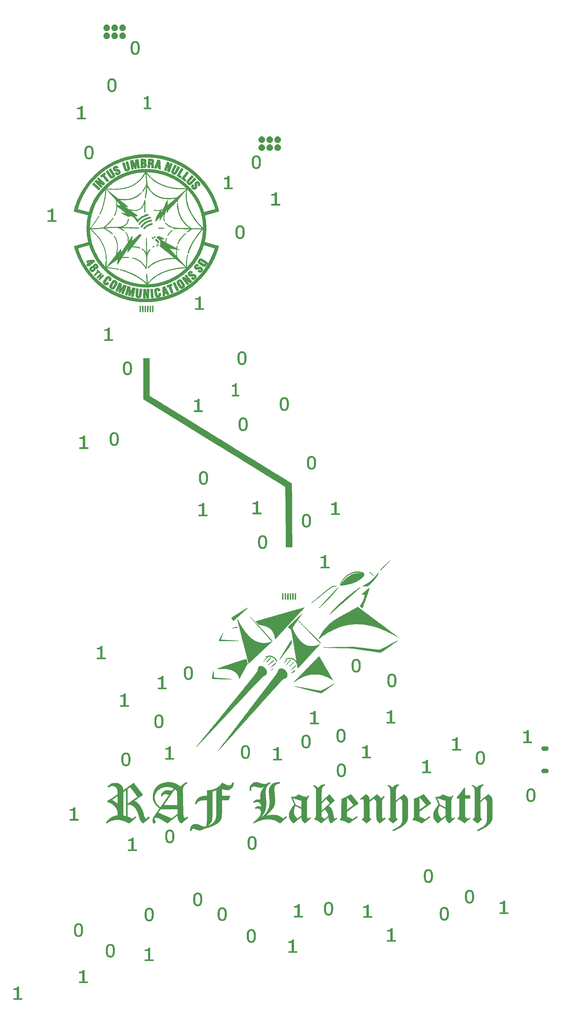
<source format=gbr>
G04 #@! TF.GenerationSoftware,KiCad,Pcbnew,(5.1.2)-1*
G04 #@! TF.CreationDate,2019-10-13T15:48:13+01:00*
G04 #@! TF.ProjectId,asdf,61736466-2e6b-4696-9361-645f70636258,rev?*
G04 #@! TF.SameCoordinates,Original*
G04 #@! TF.FileFunction,Soldermask,Top*
G04 #@! TF.FilePolarity,Negative*
%FSLAX46Y46*%
G04 Gerber Fmt 4.6, Leading zero omitted, Abs format (unit mm)*
G04 Created by KiCad (PCBNEW (5.1.2)-1) date 2019-10-13 15:48:13*
%MOMM*%
%LPD*%
G04 APERTURE LIST*
%ADD10C,0.010000*%
%ADD11C,0.100000*%
G04 APERTURE END LIST*
D10*
G36*
X-36945105Y115280881D02*
G01*
X-36760507Y115265537D01*
X-36591324Y115242521D01*
X-36445666Y115212563D01*
X-36331642Y115176394D01*
X-36306584Y115165299D01*
X-36201365Y115092442D01*
X-36112066Y114987527D01*
X-36041376Y114858712D01*
X-35991989Y114714153D01*
X-35966594Y114562007D01*
X-35967883Y114410429D01*
X-35998547Y114267577D01*
X-36004715Y114250381D01*
X-36054673Y114149206D01*
X-36120922Y114055465D01*
X-36139059Y114035317D01*
X-36226750Y113943957D01*
X-36133465Y113841520D01*
X-36021173Y113687960D01*
X-35944515Y113516555D01*
X-35904184Y113333364D01*
X-35900876Y113144447D01*
X-35935285Y112955862D01*
X-36008106Y112773670D01*
X-36010504Y112769099D01*
X-36081412Y112656237D01*
X-36164330Y112569374D01*
X-36265910Y112504709D01*
X-36392803Y112458443D01*
X-36551661Y112426777D01*
X-36626492Y112417252D01*
X-36715409Y112409377D01*
X-36831571Y112402082D01*
X-36966230Y112395614D01*
X-37110637Y112390219D01*
X-37256045Y112386147D01*
X-37393705Y112383643D01*
X-37514868Y112382955D01*
X-37610786Y112384330D01*
X-37670319Y112387748D01*
X-37738498Y112403189D01*
X-37770044Y112431870D01*
X-37771187Y112435034D01*
X-37774858Y112466498D01*
X-37778545Y112535052D01*
X-37782207Y112636415D01*
X-37785798Y112766305D01*
X-37789276Y112920440D01*
X-37790027Y112959871D01*
X-37069643Y112959871D01*
X-36947999Y112974168D01*
X-36868400Y112987854D01*
X-36796532Y113007395D01*
X-36764876Y113020256D01*
X-36693570Y113071345D01*
X-36653947Y113138577D01*
X-36642267Y113230028D01*
X-36644959Y113279386D01*
X-36660759Y113391159D01*
X-36688602Y113468470D01*
X-36735725Y113518915D01*
X-36809365Y113550092D01*
X-36916757Y113569597D01*
X-36922017Y113570262D01*
X-37041667Y113585211D01*
X-37041667Y113469607D01*
X-37043254Y113393924D01*
X-37047476Y113294128D01*
X-37053525Y113188299D01*
X-37055655Y113156937D01*
X-37069643Y112959871D01*
X-37790027Y112959871D01*
X-37792596Y113094538D01*
X-37795715Y113284319D01*
X-37798590Y113485499D01*
X-37801175Y113693798D01*
X-37803429Y113904934D01*
X-37805307Y114114625D01*
X-37806765Y114318589D01*
X-37807574Y114476609D01*
X-37061529Y114476609D01*
X-37056266Y114382338D01*
X-37043212Y114296050D01*
X-37022865Y114230037D01*
X-37006039Y114203896D01*
X-36958210Y114183496D01*
X-36888824Y114187579D01*
X-36810188Y114215225D01*
X-36802529Y114219124D01*
X-36757263Y114266644D01*
X-36731137Y114351297D01*
X-36724167Y114451173D01*
X-36728799Y114523354D01*
X-36747382Y114573172D01*
X-36784482Y114617571D01*
X-36841359Y114659321D01*
X-36908571Y114687766D01*
X-36972397Y114699103D01*
X-37019112Y114689526D01*
X-37025570Y114684397D01*
X-37046680Y114639931D01*
X-37058500Y114566570D01*
X-37061529Y114476609D01*
X-37807574Y114476609D01*
X-37807759Y114512545D01*
X-37808247Y114692211D01*
X-37808184Y114853306D01*
X-37807527Y114991547D01*
X-37806231Y115102653D01*
X-37804254Y115182342D01*
X-37801551Y115226333D01*
X-37799747Y115233756D01*
X-37771331Y115240864D01*
X-37709558Y115250502D01*
X-37623239Y115261457D01*
X-37521184Y115272516D01*
X-37510311Y115273595D01*
X-37328116Y115285640D01*
X-37137011Y115287826D01*
X-36945105Y115280881D01*
X-36945105Y115280881D01*
G37*
X-36945105Y115280881D02*
X-36760507Y115265537D01*
X-36591324Y115242521D01*
X-36445666Y115212563D01*
X-36331642Y115176394D01*
X-36306584Y115165299D01*
X-36201365Y115092442D01*
X-36112066Y114987527D01*
X-36041376Y114858712D01*
X-35991989Y114714153D01*
X-35966594Y114562007D01*
X-35967883Y114410429D01*
X-35998547Y114267577D01*
X-36004715Y114250381D01*
X-36054673Y114149206D01*
X-36120922Y114055465D01*
X-36139059Y114035317D01*
X-36226750Y113943957D01*
X-36133465Y113841520D01*
X-36021173Y113687960D01*
X-35944515Y113516555D01*
X-35904184Y113333364D01*
X-35900876Y113144447D01*
X-35935285Y112955862D01*
X-36008106Y112773670D01*
X-36010504Y112769099D01*
X-36081412Y112656237D01*
X-36164330Y112569374D01*
X-36265910Y112504709D01*
X-36392803Y112458443D01*
X-36551661Y112426777D01*
X-36626492Y112417252D01*
X-36715409Y112409377D01*
X-36831571Y112402082D01*
X-36966230Y112395614D01*
X-37110637Y112390219D01*
X-37256045Y112386147D01*
X-37393705Y112383643D01*
X-37514868Y112382955D01*
X-37610786Y112384330D01*
X-37670319Y112387748D01*
X-37738498Y112403189D01*
X-37770044Y112431870D01*
X-37771187Y112435034D01*
X-37774858Y112466498D01*
X-37778545Y112535052D01*
X-37782207Y112636415D01*
X-37785798Y112766305D01*
X-37789276Y112920440D01*
X-37790027Y112959871D01*
X-37069643Y112959871D01*
X-36947999Y112974168D01*
X-36868400Y112987854D01*
X-36796532Y113007395D01*
X-36764876Y113020256D01*
X-36693570Y113071345D01*
X-36653947Y113138577D01*
X-36642267Y113230028D01*
X-36644959Y113279386D01*
X-36660759Y113391159D01*
X-36688602Y113468470D01*
X-36735725Y113518915D01*
X-36809365Y113550092D01*
X-36916757Y113569597D01*
X-36922017Y113570262D01*
X-37041667Y113585211D01*
X-37041667Y113469607D01*
X-37043254Y113393924D01*
X-37047476Y113294128D01*
X-37053525Y113188299D01*
X-37055655Y113156937D01*
X-37069643Y112959871D01*
X-37790027Y112959871D01*
X-37792596Y113094538D01*
X-37795715Y113284319D01*
X-37798590Y113485499D01*
X-37801175Y113693798D01*
X-37803429Y113904934D01*
X-37805307Y114114625D01*
X-37806765Y114318589D01*
X-37807574Y114476609D01*
X-37061529Y114476609D01*
X-37056266Y114382338D01*
X-37043212Y114296050D01*
X-37022865Y114230037D01*
X-37006039Y114203896D01*
X-36958210Y114183496D01*
X-36888824Y114187579D01*
X-36810188Y114215225D01*
X-36802529Y114219124D01*
X-36757263Y114266644D01*
X-36731137Y114351297D01*
X-36724167Y114451173D01*
X-36728799Y114523354D01*
X-36747382Y114573172D01*
X-36784482Y114617571D01*
X-36841359Y114659321D01*
X-36908571Y114687766D01*
X-36972397Y114699103D01*
X-37019112Y114689526D01*
X-37025570Y114684397D01*
X-37046680Y114639931D01*
X-37058500Y114566570D01*
X-37061529Y114476609D01*
X-37807574Y114476609D01*
X-37807759Y114512545D01*
X-37808247Y114692211D01*
X-37808184Y114853306D01*
X-37807527Y114991547D01*
X-37806231Y115102653D01*
X-37804254Y115182342D01*
X-37801551Y115226333D01*
X-37799747Y115233756D01*
X-37771331Y115240864D01*
X-37709558Y115250502D01*
X-37623239Y115261457D01*
X-37521184Y115272516D01*
X-37510311Y115273595D01*
X-37328116Y115285640D01*
X-37137011Y115287826D01*
X-36945105Y115280881D01*
G36*
X-34998257Y115292473D02*
G01*
X-34858036Y115285939D01*
X-34705137Y115276048D01*
X-34549191Y115263618D01*
X-34399824Y115249466D01*
X-34266667Y115234409D01*
X-34159347Y115219266D01*
X-34104049Y115208896D01*
X-33951392Y115153878D01*
X-33818933Y115062327D01*
X-33708608Y114935898D01*
X-33636756Y114808966D01*
X-33608992Y114740352D01*
X-33591057Y114670365D01*
X-33580306Y114585033D01*
X-33574446Y114479916D01*
X-33576332Y114322193D01*
X-33598247Y114189799D01*
X-33644642Y114068702D01*
X-33719971Y113944868D01*
X-33762506Y113887100D01*
X-33865920Y113752176D01*
X-33804510Y113690766D01*
X-33766400Y113642600D01*
X-33734600Y113578432D01*
X-33708426Y113494271D01*
X-33687194Y113386128D01*
X-33670218Y113250013D01*
X-33656814Y113081938D01*
X-33646298Y112877912D01*
X-33641167Y112738958D01*
X-33627112Y112310333D01*
X-33858014Y112313216D01*
X-33958176Y112315180D01*
X-34047241Y112318219D01*
X-34113804Y112321874D01*
X-34141833Y112324697D01*
X-34193858Y112333842D01*
X-34265866Y112347296D01*
X-34302988Y112354466D01*
X-34411226Y112375636D01*
X-34423221Y112845693D01*
X-34427375Y112985257D01*
X-34432289Y113112796D01*
X-34437607Y113221441D01*
X-34442977Y113304328D01*
X-34448043Y113354590D01*
X-34449963Y113364214D01*
X-34482859Y113408220D01*
X-34546533Y113446379D01*
X-34629429Y113472538D01*
X-34663786Y113478078D01*
X-34713756Y113473753D01*
X-34744780Y113438830D01*
X-34748058Y113432166D01*
X-34761853Y113383553D01*
X-34775614Y113300649D01*
X-34788630Y113191491D01*
X-34800193Y113064116D01*
X-34809593Y112926562D01*
X-34816122Y112786864D01*
X-34819069Y112653061D01*
X-34819167Y112626351D01*
X-34819167Y112388737D01*
X-35168935Y112400290D01*
X-35322793Y112406987D01*
X-35438568Y112415596D01*
X-35514841Y112425976D01*
X-35549864Y112437704D01*
X-35565616Y112460773D01*
X-35573201Y112502420D01*
X-35573525Y112571447D01*
X-35570241Y112635658D01*
X-35565794Y112706613D01*
X-35559233Y112811289D01*
X-35551093Y112941160D01*
X-35541907Y113087695D01*
X-35532211Y113242367D01*
X-35526947Y113326333D01*
X-35517307Y113473377D01*
X-35505551Y113641835D01*
X-35492153Y113825795D01*
X-35477585Y114019349D01*
X-35462324Y114216587D01*
X-35456481Y114290184D01*
X-34712103Y114290184D01*
X-34710829Y114209382D01*
X-34706663Y114152697D01*
X-34704477Y114140596D01*
X-34693958Y114111999D01*
X-34673486Y114096312D01*
X-34632334Y114089701D01*
X-34559777Y114088333D01*
X-34558226Y114088333D01*
X-34481149Y114092434D01*
X-34419280Y114103148D01*
X-34390976Y114114791D01*
X-34357680Y114161991D01*
X-34331560Y114240775D01*
X-34315332Y114340627D01*
X-34311285Y114423336D01*
X-34314922Y114496086D01*
X-34330335Y114545120D01*
X-34363989Y114588722D01*
X-34373039Y114597961D01*
X-34426275Y114640519D01*
X-34484749Y114657808D01*
X-34528508Y114659833D01*
X-34599429Y114653666D01*
X-34648939Y114631056D01*
X-34681063Y114585842D01*
X-34699827Y114511863D01*
X-34709258Y114402959D01*
X-34710172Y114381821D01*
X-34712103Y114290184D01*
X-35456481Y114290184D01*
X-35446841Y114411598D01*
X-35431611Y114598472D01*
X-35417108Y114771300D01*
X-35403806Y114924172D01*
X-35392178Y115051178D01*
X-35382699Y115146407D01*
X-35377171Y115194291D01*
X-35364046Y115294833D01*
X-35116173Y115294833D01*
X-34998257Y115292473D01*
X-34998257Y115292473D01*
G37*
X-34998257Y115292473D02*
X-34858036Y115285939D01*
X-34705137Y115276048D01*
X-34549191Y115263618D01*
X-34399824Y115249466D01*
X-34266667Y115234409D01*
X-34159347Y115219266D01*
X-34104049Y115208896D01*
X-33951392Y115153878D01*
X-33818933Y115062327D01*
X-33708608Y114935898D01*
X-33636756Y114808966D01*
X-33608992Y114740352D01*
X-33591057Y114670365D01*
X-33580306Y114585033D01*
X-33574446Y114479916D01*
X-33576332Y114322193D01*
X-33598247Y114189799D01*
X-33644642Y114068702D01*
X-33719971Y113944868D01*
X-33762506Y113887100D01*
X-33865920Y113752176D01*
X-33804510Y113690766D01*
X-33766400Y113642600D01*
X-33734600Y113578432D01*
X-33708426Y113494271D01*
X-33687194Y113386128D01*
X-33670218Y113250013D01*
X-33656814Y113081938D01*
X-33646298Y112877912D01*
X-33641167Y112738958D01*
X-33627112Y112310333D01*
X-33858014Y112313216D01*
X-33958176Y112315180D01*
X-34047241Y112318219D01*
X-34113804Y112321874D01*
X-34141833Y112324697D01*
X-34193858Y112333842D01*
X-34265866Y112347296D01*
X-34302988Y112354466D01*
X-34411226Y112375636D01*
X-34423221Y112845693D01*
X-34427375Y112985257D01*
X-34432289Y113112796D01*
X-34437607Y113221441D01*
X-34442977Y113304328D01*
X-34448043Y113354590D01*
X-34449963Y113364214D01*
X-34482859Y113408220D01*
X-34546533Y113446379D01*
X-34629429Y113472538D01*
X-34663786Y113478078D01*
X-34713756Y113473753D01*
X-34744780Y113438830D01*
X-34748058Y113432166D01*
X-34761853Y113383553D01*
X-34775614Y113300649D01*
X-34788630Y113191491D01*
X-34800193Y113064116D01*
X-34809593Y112926562D01*
X-34816122Y112786864D01*
X-34819069Y112653061D01*
X-34819167Y112626351D01*
X-34819167Y112388737D01*
X-35168935Y112400290D01*
X-35322793Y112406987D01*
X-35438568Y112415596D01*
X-35514841Y112425976D01*
X-35549864Y112437704D01*
X-35565616Y112460773D01*
X-35573201Y112502420D01*
X-35573525Y112571447D01*
X-35570241Y112635658D01*
X-35565794Y112706613D01*
X-35559233Y112811289D01*
X-35551093Y112941160D01*
X-35541907Y113087695D01*
X-35532211Y113242367D01*
X-35526947Y113326333D01*
X-35517307Y113473377D01*
X-35505551Y113641835D01*
X-35492153Y113825795D01*
X-35477585Y114019349D01*
X-35462324Y114216587D01*
X-35456481Y114290184D01*
X-34712103Y114290184D01*
X-34710829Y114209382D01*
X-34706663Y114152697D01*
X-34704477Y114140596D01*
X-34693958Y114111999D01*
X-34673486Y114096312D01*
X-34632334Y114089701D01*
X-34559777Y114088333D01*
X-34558226Y114088333D01*
X-34481149Y114092434D01*
X-34419280Y114103148D01*
X-34390976Y114114791D01*
X-34357680Y114161991D01*
X-34331560Y114240775D01*
X-34315332Y114340627D01*
X-34311285Y114423336D01*
X-34314922Y114496086D01*
X-34330335Y114545120D01*
X-34363989Y114588722D01*
X-34373039Y114597961D01*
X-34426275Y114640519D01*
X-34484749Y114657808D01*
X-34528508Y114659833D01*
X-34599429Y114653666D01*
X-34648939Y114631056D01*
X-34681063Y114585842D01*
X-34699827Y114511863D01*
X-34709258Y114402959D01*
X-34710172Y114381821D01*
X-34712103Y114290184D01*
X-35456481Y114290184D01*
X-35446841Y114411598D01*
X-35431611Y114598472D01*
X-35417108Y114771300D01*
X-35403806Y114924172D01*
X-35392178Y115051178D01*
X-35382699Y115146407D01*
X-35377171Y115194291D01*
X-35364046Y115294833D01*
X-35116173Y115294833D01*
X-34998257Y115292473D01*
G36*
X-32043062Y114944858D02*
G01*
X-31852168Y114923204D01*
X-31839958Y114921583D01*
X-31724659Y114904855D01*
X-31646545Y114890105D01*
X-31600593Y114876072D01*
X-31581777Y114861492D01*
X-31580667Y114856426D01*
X-31579424Y114817951D01*
X-31575886Y114742099D01*
X-31570333Y114633746D01*
X-31563049Y114497768D01*
X-31554315Y114339044D01*
X-31544416Y114162449D01*
X-31533633Y113972862D01*
X-31522249Y113775157D01*
X-31510546Y113574214D01*
X-31498807Y113374907D01*
X-31487315Y113182115D01*
X-31476351Y113000714D01*
X-31466200Y112835581D01*
X-31457142Y112691593D01*
X-31449461Y112573627D01*
X-31443439Y112486560D01*
X-31443086Y112481743D01*
X-31430749Y112317499D01*
X-31421358Y112190747D01*
X-31415632Y112096708D01*
X-31414289Y112030600D01*
X-31418045Y111987642D01*
X-31427617Y111963052D01*
X-31443725Y111952049D01*
X-31467083Y111949853D01*
X-31498411Y111951682D01*
X-31522458Y111952746D01*
X-31594855Y111956865D01*
X-31692009Y111965911D01*
X-31796864Y111978214D01*
X-31834667Y111983323D01*
X-31927228Y111995841D01*
X-32007890Y112005803D01*
X-32064705Y112011777D01*
X-32080648Y112012826D01*
X-32101536Y112016522D01*
X-32115748Y112031485D01*
X-32125537Y112065489D01*
X-32133152Y112126308D01*
X-32140746Y112220375D01*
X-32152460Y112351956D01*
X-32166990Y112447851D01*
X-32186926Y112514702D01*
X-32214858Y112559157D01*
X-32253376Y112587860D01*
X-32289750Y112602713D01*
X-32368235Y112623749D01*
X-32453975Y112640022D01*
X-32469667Y112642122D01*
X-32530038Y112644037D01*
X-32577484Y112629570D01*
X-32617128Y112593142D01*
X-32654093Y112529172D01*
X-32693504Y112432081D01*
X-32713083Y112377015D01*
X-32776583Y112193916D01*
X-32928093Y112187737D01*
X-33008797Y112188227D01*
X-33105921Y112194451D01*
X-33209546Y112205067D01*
X-33309754Y112218739D01*
X-33396627Y112234126D01*
X-33460245Y112249890D01*
X-33489678Y112263544D01*
X-33491843Y112278835D01*
X-33485300Y112313475D01*
X-33469317Y112369447D01*
X-33443161Y112448730D01*
X-33406102Y112553304D01*
X-33357408Y112685152D01*
X-33296347Y112846253D01*
X-33222188Y113038588D01*
X-33134198Y113264138D01*
X-33124505Y113288785D01*
X-32397681Y113288785D01*
X-32392713Y113260072D01*
X-32380103Y113238182D01*
X-32365212Y113221879D01*
X-32307481Y113185026D01*
X-32246785Y113177888D01*
X-32195955Y113199680D01*
X-32172342Y113233690D01*
X-32165443Y113273852D01*
X-32160278Y113349122D01*
X-32157100Y113452304D01*
X-32156160Y113576198D01*
X-32156991Y113672899D01*
X-32162750Y114056583D01*
X-32272408Y113728500D01*
X-32320859Y113582613D01*
X-32356598Y113471235D01*
X-32380638Y113388829D01*
X-32393994Y113329858D01*
X-32397681Y113288785D01*
X-33124505Y113288785D01*
X-33031647Y113524884D01*
X-32913802Y113822806D01*
X-32912360Y113826445D01*
X-32821434Y114055738D01*
X-32744722Y114248941D01*
X-32680852Y114409321D01*
X-32628453Y114540150D01*
X-32586155Y114644696D01*
X-32552588Y114726229D01*
X-32526381Y114788018D01*
X-32506162Y114833333D01*
X-32490563Y114865443D01*
X-32478210Y114887619D01*
X-32467736Y114903129D01*
X-32457767Y114915243D01*
X-32454290Y114919125D01*
X-32408059Y114942395D01*
X-32322870Y114954445D01*
X-32200583Y114955269D01*
X-32043062Y114944858D01*
X-32043062Y114944858D01*
G37*
X-32043062Y114944858D02*
X-31852168Y114923204D01*
X-31839958Y114921583D01*
X-31724659Y114904855D01*
X-31646545Y114890105D01*
X-31600593Y114876072D01*
X-31581777Y114861492D01*
X-31580667Y114856426D01*
X-31579424Y114817951D01*
X-31575886Y114742099D01*
X-31570333Y114633746D01*
X-31563049Y114497768D01*
X-31554315Y114339044D01*
X-31544416Y114162449D01*
X-31533633Y113972862D01*
X-31522249Y113775157D01*
X-31510546Y113574214D01*
X-31498807Y113374907D01*
X-31487315Y113182115D01*
X-31476351Y113000714D01*
X-31466200Y112835581D01*
X-31457142Y112691593D01*
X-31449461Y112573627D01*
X-31443439Y112486560D01*
X-31443086Y112481743D01*
X-31430749Y112317499D01*
X-31421358Y112190747D01*
X-31415632Y112096708D01*
X-31414289Y112030600D01*
X-31418045Y111987642D01*
X-31427617Y111963052D01*
X-31443725Y111952049D01*
X-31467083Y111949853D01*
X-31498411Y111951682D01*
X-31522458Y111952746D01*
X-31594855Y111956865D01*
X-31692009Y111965911D01*
X-31796864Y111978214D01*
X-31834667Y111983323D01*
X-31927228Y111995841D01*
X-32007890Y112005803D01*
X-32064705Y112011777D01*
X-32080648Y112012826D01*
X-32101536Y112016522D01*
X-32115748Y112031485D01*
X-32125537Y112065489D01*
X-32133152Y112126308D01*
X-32140746Y112220375D01*
X-32152460Y112351956D01*
X-32166990Y112447851D01*
X-32186926Y112514702D01*
X-32214858Y112559157D01*
X-32253376Y112587860D01*
X-32289750Y112602713D01*
X-32368235Y112623749D01*
X-32453975Y112640022D01*
X-32469667Y112642122D01*
X-32530038Y112644037D01*
X-32577484Y112629570D01*
X-32617128Y112593142D01*
X-32654093Y112529172D01*
X-32693504Y112432081D01*
X-32713083Y112377015D01*
X-32776583Y112193916D01*
X-32928093Y112187737D01*
X-33008797Y112188227D01*
X-33105921Y112194451D01*
X-33209546Y112205067D01*
X-33309754Y112218739D01*
X-33396627Y112234126D01*
X-33460245Y112249890D01*
X-33489678Y112263544D01*
X-33491843Y112278835D01*
X-33485300Y112313475D01*
X-33469317Y112369447D01*
X-33443161Y112448730D01*
X-33406102Y112553304D01*
X-33357408Y112685152D01*
X-33296347Y112846253D01*
X-33222188Y113038588D01*
X-33134198Y113264138D01*
X-33124505Y113288785D01*
X-32397681Y113288785D01*
X-32392713Y113260072D01*
X-32380103Y113238182D01*
X-32365212Y113221879D01*
X-32307481Y113185026D01*
X-32246785Y113177888D01*
X-32195955Y113199680D01*
X-32172342Y113233690D01*
X-32165443Y113273852D01*
X-32160278Y113349122D01*
X-32157100Y113452304D01*
X-32156160Y113576198D01*
X-32156991Y113672899D01*
X-32162750Y114056583D01*
X-32272408Y113728500D01*
X-32320859Y113582613D01*
X-32356598Y113471235D01*
X-32380638Y113388829D01*
X-32393994Y113329858D01*
X-32397681Y113288785D01*
X-33124505Y113288785D01*
X-33031647Y113524884D01*
X-32913802Y113822806D01*
X-32912360Y113826445D01*
X-32821434Y114055738D01*
X-32744722Y114248941D01*
X-32680852Y114409321D01*
X-32628453Y114540150D01*
X-32586155Y114644696D01*
X-32552588Y114726229D01*
X-32526381Y114788018D01*
X-32506162Y114833333D01*
X-32490563Y114865443D01*
X-32478210Y114887619D01*
X-32467736Y114903129D01*
X-32457767Y114915243D01*
X-32454290Y114919125D01*
X-32408059Y114942395D01*
X-32322870Y114954445D01*
X-32200583Y114955269D01*
X-32043062Y114944858D01*
G36*
X-38377076Y114032419D02*
G01*
X-38329178Y113731498D01*
X-38287510Y113469623D01*
X-38251721Y113244023D01*
X-38221460Y113051923D01*
X-38196375Y112890553D01*
X-38176115Y112757139D01*
X-38160328Y112648910D01*
X-38148663Y112563094D01*
X-38140770Y112496916D01*
X-38136295Y112447607D01*
X-38134889Y112412392D01*
X-38136199Y112388500D01*
X-38139875Y112373158D01*
X-38145564Y112363595D01*
X-38152917Y112357037D01*
X-38161580Y112350712D01*
X-38163729Y112348992D01*
X-38212526Y112323328D01*
X-38293399Y112296598D01*
X-38396233Y112271223D01*
X-38510916Y112249623D01*
X-38627333Y112234219D01*
X-38653312Y112231806D01*
X-38793873Y112219915D01*
X-38806274Y112280999D01*
X-38812440Y112318069D01*
X-38823371Y112390767D01*
X-38838160Y112492769D01*
X-38855899Y112617752D01*
X-38875680Y112759392D01*
X-38894006Y112892416D01*
X-38927251Y113132161D01*
X-38955930Y113331879D01*
X-38980399Y113493591D01*
X-39001016Y113619318D01*
X-39018139Y113711078D01*
X-39032127Y113770893D01*
X-39043335Y113800782D01*
X-39052123Y113802766D01*
X-39054389Y113798093D01*
X-39060080Y113765164D01*
X-39067200Y113696928D01*
X-39075185Y113600361D01*
X-39083470Y113482443D01*
X-39091493Y113350151D01*
X-39093479Y113314026D01*
X-39108611Y113037780D01*
X-39122115Y112802284D01*
X-39134101Y112605993D01*
X-39144679Y112447358D01*
X-39153958Y112324834D01*
X-39162049Y112236873D01*
X-39169061Y112181929D01*
X-39175105Y112158454D01*
X-39175598Y112157840D01*
X-39201539Y112148012D01*
X-39259503Y112133614D01*
X-39339738Y112116918D01*
X-39396874Y112106322D01*
X-39467429Y112093620D01*
X-39526824Y112084856D01*
X-39577428Y112083151D01*
X-39621610Y112091625D01*
X-39661739Y112113399D01*
X-39700185Y112151594D01*
X-39739315Y112209331D01*
X-39781499Y112289732D01*
X-39829106Y112395917D01*
X-39884505Y112531006D01*
X-39950066Y112698121D01*
X-40028157Y112900383D01*
X-40057622Y112976777D01*
X-40117490Y113131257D01*
X-40173344Y113274192D01*
X-40223149Y113400469D01*
X-40264873Y113504973D01*
X-40296479Y113582592D01*
X-40315935Y113628213D01*
X-40320321Y113637175D01*
X-40326854Y113648804D01*
X-40332063Y113657504D01*
X-40335398Y113659709D01*
X-40336308Y113651853D01*
X-40334242Y113630371D01*
X-40328650Y113591697D01*
X-40318980Y113532265D01*
X-40304684Y113448508D01*
X-40285209Y113336862D01*
X-40260005Y113193760D01*
X-40228522Y113015636D01*
X-40195508Y112828916D01*
X-40165568Y112658438D01*
X-40138142Y112500213D01*
X-40114083Y112359324D01*
X-40094245Y112240853D01*
X-40079480Y112149882D01*
X-40070641Y112091493D01*
X-40068409Y112071754D01*
X-40086045Y112035417D01*
X-40116125Y112014440D01*
X-40164882Y111999390D01*
X-40243701Y111980532D01*
X-40340747Y111960124D01*
X-40444188Y111940425D01*
X-40542189Y111923695D01*
X-40622915Y111912193D01*
X-40672837Y111908166D01*
X-40718970Y111912245D01*
X-40741654Y111932753D01*
X-40753661Y111982101D01*
X-40754523Y111987541D01*
X-40760883Y112027766D01*
X-40773005Y112103999D01*
X-40789963Y112210445D01*
X-40810833Y112341311D01*
X-40834693Y112490803D01*
X-40860619Y112653126D01*
X-40872851Y112729680D01*
X-40929550Y113086033D01*
X-40979332Y113402403D01*
X-41022437Y113680529D01*
X-41059107Y113922153D01*
X-41089581Y114129015D01*
X-41114100Y114302856D01*
X-41132905Y114445416D01*
X-41146235Y114558435D01*
X-41154332Y114643654D01*
X-41157436Y114702813D01*
X-41155786Y114737654D01*
X-41151760Y114748689D01*
X-41125320Y114758332D01*
X-41064030Y114772689D01*
X-40974951Y114790487D01*
X-40865141Y114810455D01*
X-40741660Y114831319D01*
X-40611567Y114851810D01*
X-40481921Y114870653D01*
X-40452852Y114874628D01*
X-40255121Y114901312D01*
X-40215608Y114849364D01*
X-40189723Y114805235D01*
X-40150643Y114724476D01*
X-40099703Y114610218D01*
X-40038243Y114465592D01*
X-39967600Y114293729D01*
X-39889111Y114097759D01*
X-39827195Y113940166D01*
X-39783618Y113829830D01*
X-39743135Y113729921D01*
X-39709200Y113648777D01*
X-39685268Y113594734D01*
X-39678233Y113580661D01*
X-39648948Y113528072D01*
X-39637346Y113601828D01*
X-39632825Y113643972D01*
X-39626524Y113721343D01*
X-39618873Y113826889D01*
X-39610302Y113953561D01*
X-39601241Y114094309D01*
X-39592118Y114242082D01*
X-39583364Y114389831D01*
X-39575407Y114530506D01*
X-39568678Y114657056D01*
X-39563605Y114762432D01*
X-39560619Y114839584D01*
X-39559999Y114871500D01*
X-39556648Y114934706D01*
X-39548394Y114981003D01*
X-39544301Y114990644D01*
X-39517928Y115003420D01*
X-39457199Y115020366D01*
X-39369724Y115040097D01*
X-39263114Y115061230D01*
X-39144981Y115082381D01*
X-39022936Y115102166D01*
X-38904589Y115119200D01*
X-38797551Y115132100D01*
X-38735000Y115137812D01*
X-38555083Y115151256D01*
X-38377076Y114032419D01*
X-38377076Y114032419D01*
G37*
X-38377076Y114032419D02*
X-38329178Y113731498D01*
X-38287510Y113469623D01*
X-38251721Y113244023D01*
X-38221460Y113051923D01*
X-38196375Y112890553D01*
X-38176115Y112757139D01*
X-38160328Y112648910D01*
X-38148663Y112563094D01*
X-38140770Y112496916D01*
X-38136295Y112447607D01*
X-38134889Y112412392D01*
X-38136199Y112388500D01*
X-38139875Y112373158D01*
X-38145564Y112363595D01*
X-38152917Y112357037D01*
X-38161580Y112350712D01*
X-38163729Y112348992D01*
X-38212526Y112323328D01*
X-38293399Y112296598D01*
X-38396233Y112271223D01*
X-38510916Y112249623D01*
X-38627333Y112234219D01*
X-38653312Y112231806D01*
X-38793873Y112219915D01*
X-38806274Y112280999D01*
X-38812440Y112318069D01*
X-38823371Y112390767D01*
X-38838160Y112492769D01*
X-38855899Y112617752D01*
X-38875680Y112759392D01*
X-38894006Y112892416D01*
X-38927251Y113132161D01*
X-38955930Y113331879D01*
X-38980399Y113493591D01*
X-39001016Y113619318D01*
X-39018139Y113711078D01*
X-39032127Y113770893D01*
X-39043335Y113800782D01*
X-39052123Y113802766D01*
X-39054389Y113798093D01*
X-39060080Y113765164D01*
X-39067200Y113696928D01*
X-39075185Y113600361D01*
X-39083470Y113482443D01*
X-39091493Y113350151D01*
X-39093479Y113314026D01*
X-39108611Y113037780D01*
X-39122115Y112802284D01*
X-39134101Y112605993D01*
X-39144679Y112447358D01*
X-39153958Y112324834D01*
X-39162049Y112236873D01*
X-39169061Y112181929D01*
X-39175105Y112158454D01*
X-39175598Y112157840D01*
X-39201539Y112148012D01*
X-39259503Y112133614D01*
X-39339738Y112116918D01*
X-39396874Y112106322D01*
X-39467429Y112093620D01*
X-39526824Y112084856D01*
X-39577428Y112083151D01*
X-39621610Y112091625D01*
X-39661739Y112113399D01*
X-39700185Y112151594D01*
X-39739315Y112209331D01*
X-39781499Y112289732D01*
X-39829106Y112395917D01*
X-39884505Y112531006D01*
X-39950066Y112698121D01*
X-40028157Y112900383D01*
X-40057622Y112976777D01*
X-40117490Y113131257D01*
X-40173344Y113274192D01*
X-40223149Y113400469D01*
X-40264873Y113504973D01*
X-40296479Y113582592D01*
X-40315935Y113628213D01*
X-40320321Y113637175D01*
X-40326854Y113648804D01*
X-40332063Y113657504D01*
X-40335398Y113659709D01*
X-40336308Y113651853D01*
X-40334242Y113630371D01*
X-40328650Y113591697D01*
X-40318980Y113532265D01*
X-40304684Y113448508D01*
X-40285209Y113336862D01*
X-40260005Y113193760D01*
X-40228522Y113015636D01*
X-40195508Y112828916D01*
X-40165568Y112658438D01*
X-40138142Y112500213D01*
X-40114083Y112359324D01*
X-40094245Y112240853D01*
X-40079480Y112149882D01*
X-40070641Y112091493D01*
X-40068409Y112071754D01*
X-40086045Y112035417D01*
X-40116125Y112014440D01*
X-40164882Y111999390D01*
X-40243701Y111980532D01*
X-40340747Y111960124D01*
X-40444188Y111940425D01*
X-40542189Y111923695D01*
X-40622915Y111912193D01*
X-40672837Y111908166D01*
X-40718970Y111912245D01*
X-40741654Y111932753D01*
X-40753661Y111982101D01*
X-40754523Y111987541D01*
X-40760883Y112027766D01*
X-40773005Y112103999D01*
X-40789963Y112210445D01*
X-40810833Y112341311D01*
X-40834693Y112490803D01*
X-40860619Y112653126D01*
X-40872851Y112729680D01*
X-40929550Y113086033D01*
X-40979332Y113402403D01*
X-41022437Y113680529D01*
X-41059107Y113922153D01*
X-41089581Y114129015D01*
X-41114100Y114302856D01*
X-41132905Y114445416D01*
X-41146235Y114558435D01*
X-41154332Y114643654D01*
X-41157436Y114702813D01*
X-41155786Y114737654D01*
X-41151760Y114748689D01*
X-41125320Y114758332D01*
X-41064030Y114772689D01*
X-40974951Y114790487D01*
X-40865141Y114810455D01*
X-40741660Y114831319D01*
X-40611567Y114851810D01*
X-40481921Y114870653D01*
X-40452852Y114874628D01*
X-40255121Y114901312D01*
X-40215608Y114849364D01*
X-40189723Y114805235D01*
X-40150643Y114724476D01*
X-40099703Y114610218D01*
X-40038243Y114465592D01*
X-39967600Y114293729D01*
X-39889111Y114097759D01*
X-39827195Y113940166D01*
X-39783618Y113829830D01*
X-39743135Y113729921D01*
X-39709200Y113648777D01*
X-39685268Y113594734D01*
X-39678233Y113580661D01*
X-39648948Y113528072D01*
X-39637346Y113601828D01*
X-39632825Y113643972D01*
X-39626524Y113721343D01*
X-39618873Y113826889D01*
X-39610302Y113953561D01*
X-39601241Y114094309D01*
X-39592118Y114242082D01*
X-39583364Y114389831D01*
X-39575407Y114530506D01*
X-39568678Y114657056D01*
X-39563605Y114762432D01*
X-39560619Y114839584D01*
X-39559999Y114871500D01*
X-39556648Y114934706D01*
X-39548394Y114981003D01*
X-39544301Y114990644D01*
X-39517928Y115003420D01*
X-39457199Y115020366D01*
X-39369724Y115040097D01*
X-39263114Y115061230D01*
X-39144981Y115082381D01*
X-39022936Y115102166D01*
X-38904589Y115119200D01*
X-38797551Y115132100D01*
X-38735000Y115137812D01*
X-38555083Y115151256D01*
X-38377076Y114032419D01*
G36*
X-41868424Y114350276D02*
G01*
X-41818652Y114212293D01*
X-41763912Y114051494D01*
X-41705614Y113872795D01*
X-41645169Y113681106D01*
X-41583987Y113481342D01*
X-41523480Y113278415D01*
X-41465058Y113077238D01*
X-41410132Y112882725D01*
X-41360112Y112699789D01*
X-41316409Y112533342D01*
X-41280433Y112388299D01*
X-41253596Y112269571D01*
X-41237307Y112182072D01*
X-41232809Y112136502D01*
X-41252731Y112004595D01*
X-41309909Y111872222D01*
X-41399758Y111745357D01*
X-41517693Y111629972D01*
X-41659131Y111532041D01*
X-41722506Y111498488D01*
X-41866669Y111440354D01*
X-42024693Y111396678D01*
X-42186127Y111368822D01*
X-42340518Y111358145D01*
X-42477414Y111366010D01*
X-42571266Y111387952D01*
X-42704873Y111453495D01*
X-42825363Y111546249D01*
X-42921117Y111656328D01*
X-42956585Y111715761D01*
X-42982181Y111774055D01*
X-43018682Y111868121D01*
X-43064487Y111993289D01*
X-43117991Y112144891D01*
X-43177591Y112318255D01*
X-43241682Y112508712D01*
X-43308662Y112711592D01*
X-43376927Y112922224D01*
X-43444873Y113135940D01*
X-43451494Y113157000D01*
X-43519681Y113376117D01*
X-43574631Y113557250D01*
X-43616896Y113702438D01*
X-43647027Y113813724D01*
X-43665576Y113893146D01*
X-43673097Y113942745D01*
X-43670140Y113964561D01*
X-43670026Y113964680D01*
X-43643281Y113977984D01*
X-43585260Y113999455D01*
X-43504464Y114026535D01*
X-43409391Y114056665D01*
X-43308541Y114087284D01*
X-43210413Y114115835D01*
X-43123506Y114139758D01*
X-43056320Y114156493D01*
X-43017354Y114163482D01*
X-43011531Y114162950D01*
X-42998081Y114138403D01*
X-42973579Y114076056D01*
X-42938928Y113978722D01*
X-42895031Y113849211D01*
X-42842792Y113690334D01*
X-42783112Y113504902D01*
X-42716895Y113295727D01*
X-42645045Y113065619D01*
X-42568464Y112817390D01*
X-42488055Y112553851D01*
X-42404723Y112277813D01*
X-42387886Y112221692D01*
X-42345402Y112101001D01*
X-42300306Y112018831D01*
X-42249172Y111971379D01*
X-42188571Y111954841D01*
X-42149842Y111957563D01*
X-42066040Y111983001D01*
X-42004906Y112024982D01*
X-41975070Y112076923D01*
X-41973500Y112092080D01*
X-41977078Y112124420D01*
X-41988231Y112178774D01*
X-42007585Y112257359D01*
X-42035768Y112362393D01*
X-42073408Y112496093D01*
X-42121131Y112660676D01*
X-42179565Y112858359D01*
X-42249337Y113091359D01*
X-42331074Y113361894D01*
X-42355779Y113443318D01*
X-42408007Y113616191D01*
X-42456116Y113777117D01*
X-42498746Y113921418D01*
X-42534537Y114044415D01*
X-42562129Y114141430D01*
X-42580162Y114207784D01*
X-42587275Y114238797D01*
X-42587333Y114239753D01*
X-42568156Y114265858D01*
X-42516086Y114298967D01*
X-42439318Y114335888D01*
X-42346047Y114373426D01*
X-42244468Y114408391D01*
X-42142775Y114437588D01*
X-42049162Y114457826D01*
X-42014810Y114462817D01*
X-41915025Y114474635D01*
X-41868424Y114350276D01*
X-41868424Y114350276D01*
G37*
X-41868424Y114350276D02*
X-41818652Y114212293D01*
X-41763912Y114051494D01*
X-41705614Y113872795D01*
X-41645169Y113681106D01*
X-41583987Y113481342D01*
X-41523480Y113278415D01*
X-41465058Y113077238D01*
X-41410132Y112882725D01*
X-41360112Y112699789D01*
X-41316409Y112533342D01*
X-41280433Y112388299D01*
X-41253596Y112269571D01*
X-41237307Y112182072D01*
X-41232809Y112136502D01*
X-41252731Y112004595D01*
X-41309909Y111872222D01*
X-41399758Y111745357D01*
X-41517693Y111629972D01*
X-41659131Y111532041D01*
X-41722506Y111498488D01*
X-41866669Y111440354D01*
X-42024693Y111396678D01*
X-42186127Y111368822D01*
X-42340518Y111358145D01*
X-42477414Y111366010D01*
X-42571266Y111387952D01*
X-42704873Y111453495D01*
X-42825363Y111546249D01*
X-42921117Y111656328D01*
X-42956585Y111715761D01*
X-42982181Y111774055D01*
X-43018682Y111868121D01*
X-43064487Y111993289D01*
X-43117991Y112144891D01*
X-43177591Y112318255D01*
X-43241682Y112508712D01*
X-43308662Y112711592D01*
X-43376927Y112922224D01*
X-43444873Y113135940D01*
X-43451494Y113157000D01*
X-43519681Y113376117D01*
X-43574631Y113557250D01*
X-43616896Y113702438D01*
X-43647027Y113813724D01*
X-43665576Y113893146D01*
X-43673097Y113942745D01*
X-43670140Y113964561D01*
X-43670026Y113964680D01*
X-43643281Y113977984D01*
X-43585260Y113999455D01*
X-43504464Y114026535D01*
X-43409391Y114056665D01*
X-43308541Y114087284D01*
X-43210413Y114115835D01*
X-43123506Y114139758D01*
X-43056320Y114156493D01*
X-43017354Y114163482D01*
X-43011531Y114162950D01*
X-42998081Y114138403D01*
X-42973579Y114076056D01*
X-42938928Y113978722D01*
X-42895031Y113849211D01*
X-42842792Y113690334D01*
X-42783112Y113504902D01*
X-42716895Y113295727D01*
X-42645045Y113065619D01*
X-42568464Y112817390D01*
X-42488055Y112553851D01*
X-42404723Y112277813D01*
X-42387886Y112221692D01*
X-42345402Y112101001D01*
X-42300306Y112018831D01*
X-42249172Y111971379D01*
X-42188571Y111954841D01*
X-42149842Y111957563D01*
X-42066040Y111983001D01*
X-42004906Y112024982D01*
X-41975070Y112076923D01*
X-41973500Y112092080D01*
X-41977078Y112124420D01*
X-41988231Y112178774D01*
X-42007585Y112257359D01*
X-42035768Y112362393D01*
X-42073408Y112496093D01*
X-42121131Y112660676D01*
X-42179565Y112858359D01*
X-42249337Y113091359D01*
X-42331074Y113361894D01*
X-42355779Y113443318D01*
X-42408007Y113616191D01*
X-42456116Y113777117D01*
X-42498746Y113921418D01*
X-42534537Y114044415D01*
X-42562129Y114141430D01*
X-42580162Y114207784D01*
X-42587275Y114238797D01*
X-42587333Y114239753D01*
X-42568156Y114265858D01*
X-42516086Y114298967D01*
X-42439318Y114335888D01*
X-42346047Y114373426D01*
X-42244468Y114408391D01*
X-42142775Y114437588D01*
X-42049162Y114457826D01*
X-42014810Y114462817D01*
X-41915025Y114474635D01*
X-41868424Y114350276D01*
G36*
X-29297690Y114310437D02*
G01*
X-29228629Y114294111D01*
X-29136434Y114268529D01*
X-29029547Y114235958D01*
X-28977167Y114219054D01*
X-28670250Y114118219D01*
X-28677078Y113441818D01*
X-28678547Y113236489D01*
X-28678445Y113069035D01*
X-28676790Y112940362D01*
X-28673602Y112851373D01*
X-28668901Y112802976D01*
X-28663418Y112794832D01*
X-28652067Y112822260D01*
X-28630456Y112884671D01*
X-28600388Y112976469D01*
X-28563664Y113092060D01*
X-28522087Y113225846D01*
X-28477458Y113372233D01*
X-28476848Y113374251D01*
X-28425642Y113540603D01*
X-28380000Y113682455D01*
X-28341155Y113796280D01*
X-28310339Y113878549D01*
X-28288785Y113925736D01*
X-28280586Y113935837D01*
X-28232750Y113938981D01*
X-28155453Y113926811D01*
X-28057761Y113901555D01*
X-27948740Y113865442D01*
X-27871483Y113835288D01*
X-27779074Y113797213D01*
X-27715223Y113767292D01*
X-27677043Y113737534D01*
X-27661650Y113699950D01*
X-27666157Y113646548D01*
X-27687681Y113569339D01*
X-27723334Y113460333D01*
X-27729383Y113441789D01*
X-27799596Y113228593D01*
X-27875611Y113002838D01*
X-27955583Y112769646D01*
X-28037668Y112534138D01*
X-28120020Y112301438D01*
X-28200795Y112076667D01*
X-28278146Y111864948D01*
X-28350229Y111671402D01*
X-28415198Y111501153D01*
X-28471209Y111359322D01*
X-28516416Y111251031D01*
X-28527735Y111225541D01*
X-28565011Y111145629D01*
X-28592312Y111097015D01*
X-28616215Y111072031D01*
X-28643293Y111063012D01*
X-28667904Y111062094D01*
X-28711728Y111068832D01*
X-28786120Y111086894D01*
X-28881650Y111113739D01*
X-28988885Y111146829D01*
X-29019500Y111156793D01*
X-29305250Y111250897D01*
X-29280343Y111743573D01*
X-29272935Y111899159D01*
X-29266351Y112054697D01*
X-29260943Y112200450D01*
X-29257063Y112326679D01*
X-29255063Y112423645D01*
X-29254875Y112447916D01*
X-29254314Y112659583D01*
X-29292849Y112561050D01*
X-29309626Y112514046D01*
X-29336702Y112433258D01*
X-29371916Y112325361D01*
X-29413106Y112197027D01*
X-29458111Y112054932D01*
X-29496807Y111931342D01*
X-29553317Y111753296D01*
X-29601132Y111609823D01*
X-29639713Y111502401D01*
X-29668522Y111432510D01*
X-29687022Y111401626D01*
X-29690155Y111400166D01*
X-29723458Y111407305D01*
X-29788914Y111427054D01*
X-29879131Y111456916D01*
X-29986717Y111494392D01*
X-30104280Y111536984D01*
X-30191137Y111569485D01*
X-30258652Y111596589D01*
X-30294409Y111617683D01*
X-30306683Y111640527D01*
X-30303745Y111672884D01*
X-30303367Y111674790D01*
X-30293891Y111707386D01*
X-30271729Y111775818D01*
X-30238294Y111876008D01*
X-30194998Y112003873D01*
X-30143252Y112155334D01*
X-30084469Y112326310D01*
X-30020060Y112512722D01*
X-29951437Y112710488D01*
X-29880012Y112915529D01*
X-29807197Y113123763D01*
X-29734403Y113331111D01*
X-29663043Y113533492D01*
X-29594529Y113726826D01*
X-29552472Y113844916D01*
X-29499034Y113993761D01*
X-29457220Y114107358D01*
X-29424828Y114190476D01*
X-29399656Y114247879D01*
X-29379503Y114284333D01*
X-29362166Y114304603D01*
X-29345444Y114313456D01*
X-29335172Y114315236D01*
X-29297690Y114310437D01*
X-29297690Y114310437D01*
G37*
X-29297690Y114310437D02*
X-29228629Y114294111D01*
X-29136434Y114268529D01*
X-29029547Y114235958D01*
X-28977167Y114219054D01*
X-28670250Y114118219D01*
X-28677078Y113441818D01*
X-28678547Y113236489D01*
X-28678445Y113069035D01*
X-28676790Y112940362D01*
X-28673602Y112851373D01*
X-28668901Y112802976D01*
X-28663418Y112794832D01*
X-28652067Y112822260D01*
X-28630456Y112884671D01*
X-28600388Y112976469D01*
X-28563664Y113092060D01*
X-28522087Y113225846D01*
X-28477458Y113372233D01*
X-28476848Y113374251D01*
X-28425642Y113540603D01*
X-28380000Y113682455D01*
X-28341155Y113796280D01*
X-28310339Y113878549D01*
X-28288785Y113925736D01*
X-28280586Y113935837D01*
X-28232750Y113938981D01*
X-28155453Y113926811D01*
X-28057761Y113901555D01*
X-27948740Y113865442D01*
X-27871483Y113835288D01*
X-27779074Y113797213D01*
X-27715223Y113767292D01*
X-27677043Y113737534D01*
X-27661650Y113699950D01*
X-27666157Y113646548D01*
X-27687681Y113569339D01*
X-27723334Y113460333D01*
X-27729383Y113441789D01*
X-27799596Y113228593D01*
X-27875611Y113002838D01*
X-27955583Y112769646D01*
X-28037668Y112534138D01*
X-28120020Y112301438D01*
X-28200795Y112076667D01*
X-28278146Y111864948D01*
X-28350229Y111671402D01*
X-28415198Y111501153D01*
X-28471209Y111359322D01*
X-28516416Y111251031D01*
X-28527735Y111225541D01*
X-28565011Y111145629D01*
X-28592312Y111097015D01*
X-28616215Y111072031D01*
X-28643293Y111063012D01*
X-28667904Y111062094D01*
X-28711728Y111068832D01*
X-28786120Y111086894D01*
X-28881650Y111113739D01*
X-28988885Y111146829D01*
X-29019500Y111156793D01*
X-29305250Y111250897D01*
X-29280343Y111743573D01*
X-29272935Y111899159D01*
X-29266351Y112054697D01*
X-29260943Y112200450D01*
X-29257063Y112326679D01*
X-29255063Y112423645D01*
X-29254875Y112447916D01*
X-29254314Y112659583D01*
X-29292849Y112561050D01*
X-29309626Y112514046D01*
X-29336702Y112433258D01*
X-29371916Y112325361D01*
X-29413106Y112197027D01*
X-29458111Y112054932D01*
X-29496807Y111931342D01*
X-29553317Y111753296D01*
X-29601132Y111609823D01*
X-29639713Y111502401D01*
X-29668522Y111432510D01*
X-29687022Y111401626D01*
X-29690155Y111400166D01*
X-29723458Y111407305D01*
X-29788914Y111427054D01*
X-29879131Y111456916D01*
X-29986717Y111494392D01*
X-30104280Y111536984D01*
X-30191137Y111569485D01*
X-30258652Y111596589D01*
X-30294409Y111617683D01*
X-30306683Y111640527D01*
X-30303745Y111672884D01*
X-30303367Y111674790D01*
X-30293891Y111707386D01*
X-30271729Y111775818D01*
X-30238294Y111876008D01*
X-30194998Y112003873D01*
X-30143252Y112155334D01*
X-30084469Y112326310D01*
X-30020060Y112512722D01*
X-29951437Y112710488D01*
X-29880012Y112915529D01*
X-29807197Y113123763D01*
X-29734403Y113331111D01*
X-29663043Y113533492D01*
X-29594529Y113726826D01*
X-29552472Y113844916D01*
X-29499034Y113993761D01*
X-29457220Y114107358D01*
X-29424828Y114190476D01*
X-29399656Y114247879D01*
X-29379503Y114284333D01*
X-29362166Y114304603D01*
X-29345444Y114313456D01*
X-29335172Y114315236D01*
X-29297690Y114310437D01*
G36*
X-26888383Y113406289D02*
G01*
X-26868974Y113401779D01*
X-26831302Y113388370D01*
X-26767998Y113361811D01*
X-26687180Y113325920D01*
X-26596966Y113284518D01*
X-26505475Y113241425D01*
X-26420825Y113200462D01*
X-26351135Y113165448D01*
X-26304522Y113140205D01*
X-26289000Y113128864D01*
X-26298254Y113108358D01*
X-26324589Y113054405D01*
X-26365867Y112971278D01*
X-26419949Y112863249D01*
X-26484696Y112734591D01*
X-26557970Y112589576D01*
X-26636785Y112434143D01*
X-26781559Y112147366D01*
X-26906478Y111896131D01*
X-27012237Y111678974D01*
X-27099530Y111494426D01*
X-27169054Y111341022D01*
X-27221503Y111217294D01*
X-27254144Y111131631D01*
X-27275513Y111067780D01*
X-27282212Y111029799D01*
X-27274166Y111003817D01*
X-27253295Y110978172D01*
X-27191833Y110941443D01*
X-27136538Y110934500D01*
X-27102966Y110936419D01*
X-27071443Y110944120D01*
X-27040035Y110960516D01*
X-27006804Y110988524D01*
X-26969815Y111031056D01*
X-26927130Y111091029D01*
X-26876815Y111171356D01*
X-26816931Y111274953D01*
X-26745543Y111404733D01*
X-26660715Y111563612D01*
X-26560510Y111754503D01*
X-26447486Y111971666D01*
X-26329378Y112198308D01*
X-26229052Y112389012D01*
X-26145424Y112545736D01*
X-26077413Y112670442D01*
X-26023937Y112765089D01*
X-25983914Y112831636D01*
X-25956261Y112872043D01*
X-25941997Y112887087D01*
X-25900021Y112896031D01*
X-25830597Y112883011D01*
X-25731168Y112847311D01*
X-25614952Y112795689D01*
X-25485875Y112731772D01*
X-25394682Y112679071D01*
X-25338926Y112635936D01*
X-25316161Y112600715D01*
X-25315333Y112593433D01*
X-25324619Y112563953D01*
X-25350867Y112501778D01*
X-25391667Y112411852D01*
X-25444610Y112299120D01*
X-25507283Y112168527D01*
X-25577277Y112025017D01*
X-25652181Y111873535D01*
X-25729585Y111719026D01*
X-25807077Y111566435D01*
X-25882247Y111420705D01*
X-25948669Y111294333D01*
X-26077207Y111058654D01*
X-26193155Y110859798D01*
X-26298665Y110694904D01*
X-26395889Y110561112D01*
X-26486977Y110455559D01*
X-26574083Y110375386D01*
X-26659356Y110317732D01*
X-26697722Y110298364D01*
X-26772493Y110276632D01*
X-26874143Y110263203D01*
X-26987882Y110258904D01*
X-27098921Y110264566D01*
X-27155963Y110272684D01*
X-27297030Y110315439D01*
X-27446566Y110388860D01*
X-27595380Y110485876D01*
X-27734279Y110599414D01*
X-27854073Y110722404D01*
X-27945571Y110847773D01*
X-27974910Y110902750D01*
X-27999891Y110964227D01*
X-28016458Y111027028D01*
X-28023560Y111094261D01*
X-28020146Y111169034D01*
X-28005165Y111254456D01*
X-27977565Y111353633D01*
X-27936296Y111469676D01*
X-27880306Y111605690D01*
X-27808544Y111764786D01*
X-27719959Y111950070D01*
X-27613500Y112164651D01*
X-27488115Y112411637D01*
X-27419170Y112545975D01*
X-27313803Y112750602D01*
X-27225818Y112920677D01*
X-27153228Y113059289D01*
X-27094047Y113169527D01*
X-27046290Y113254482D01*
X-27007969Y113317244D01*
X-26977097Y113360901D01*
X-26951689Y113388545D01*
X-26929759Y113403264D01*
X-26909319Y113408149D01*
X-26888383Y113406289D01*
X-26888383Y113406289D01*
G37*
X-26888383Y113406289D02*
X-26868974Y113401779D01*
X-26831302Y113388370D01*
X-26767998Y113361811D01*
X-26687180Y113325920D01*
X-26596966Y113284518D01*
X-26505475Y113241425D01*
X-26420825Y113200462D01*
X-26351135Y113165448D01*
X-26304522Y113140205D01*
X-26289000Y113128864D01*
X-26298254Y113108358D01*
X-26324589Y113054405D01*
X-26365867Y112971278D01*
X-26419949Y112863249D01*
X-26484696Y112734591D01*
X-26557970Y112589576D01*
X-26636785Y112434143D01*
X-26781559Y112147366D01*
X-26906478Y111896131D01*
X-27012237Y111678974D01*
X-27099530Y111494426D01*
X-27169054Y111341022D01*
X-27221503Y111217294D01*
X-27254144Y111131631D01*
X-27275513Y111067780D01*
X-27282212Y111029799D01*
X-27274166Y111003817D01*
X-27253295Y110978172D01*
X-27191833Y110941443D01*
X-27136538Y110934500D01*
X-27102966Y110936419D01*
X-27071443Y110944120D01*
X-27040035Y110960516D01*
X-27006804Y110988524D01*
X-26969815Y111031056D01*
X-26927130Y111091029D01*
X-26876815Y111171356D01*
X-26816931Y111274953D01*
X-26745543Y111404733D01*
X-26660715Y111563612D01*
X-26560510Y111754503D01*
X-26447486Y111971666D01*
X-26329378Y112198308D01*
X-26229052Y112389012D01*
X-26145424Y112545736D01*
X-26077413Y112670442D01*
X-26023937Y112765089D01*
X-25983914Y112831636D01*
X-25956261Y112872043D01*
X-25941997Y112887087D01*
X-25900021Y112896031D01*
X-25830597Y112883011D01*
X-25731168Y112847311D01*
X-25614952Y112795689D01*
X-25485875Y112731772D01*
X-25394682Y112679071D01*
X-25338926Y112635936D01*
X-25316161Y112600715D01*
X-25315333Y112593433D01*
X-25324619Y112563953D01*
X-25350867Y112501778D01*
X-25391667Y112411852D01*
X-25444610Y112299120D01*
X-25507283Y112168527D01*
X-25577277Y112025017D01*
X-25652181Y111873535D01*
X-25729585Y111719026D01*
X-25807077Y111566435D01*
X-25882247Y111420705D01*
X-25948669Y111294333D01*
X-26077207Y111058654D01*
X-26193155Y110859798D01*
X-26298665Y110694904D01*
X-26395889Y110561112D01*
X-26486977Y110455559D01*
X-26574083Y110375386D01*
X-26659356Y110317732D01*
X-26697722Y110298364D01*
X-26772493Y110276632D01*
X-26874143Y110263203D01*
X-26987882Y110258904D01*
X-27098921Y110264566D01*
X-27155963Y110272684D01*
X-27297030Y110315439D01*
X-27446566Y110388860D01*
X-27595380Y110485876D01*
X-27734279Y110599414D01*
X-27854073Y110722404D01*
X-27945571Y110847773D01*
X-27974910Y110902750D01*
X-27999891Y110964227D01*
X-28016458Y111027028D01*
X-28023560Y111094261D01*
X-28020146Y111169034D01*
X-28005165Y111254456D01*
X-27977565Y111353633D01*
X-27936296Y111469676D01*
X-27880306Y111605690D01*
X-27808544Y111764786D01*
X-27719959Y111950070D01*
X-27613500Y112164651D01*
X-27488115Y112411637D01*
X-27419170Y112545975D01*
X-27313803Y112750602D01*
X-27225818Y112920677D01*
X-27153228Y113059289D01*
X-27094047Y113169527D01*
X-27046290Y113254482D01*
X-27007969Y113317244D01*
X-26977097Y113360901D01*
X-26951689Y113388545D01*
X-26929759Y113403264D01*
X-26909319Y113408149D01*
X-26888383Y113406289D01*
G36*
X-45564933Y113012943D02*
G01*
X-45437291Y112988014D01*
X-45333997Y112952778D01*
X-45320001Y112945963D01*
X-45243033Y112893075D01*
X-45158086Y112814135D01*
X-45075743Y112721141D01*
X-45006589Y112626086D01*
X-44961208Y112540967D01*
X-44960071Y112538029D01*
X-44951903Y112503180D01*
X-44958889Y112471105D01*
X-44985471Y112437952D01*
X-45036088Y112399868D01*
X-45115180Y112352999D01*
X-45227188Y112293493D01*
X-45263155Y112275012D01*
X-45495728Y112156048D01*
X-45602572Y112273581D01*
X-45694899Y112365521D01*
X-45771989Y112420188D01*
X-45836545Y112438653D01*
X-45891267Y112421989D01*
X-45917803Y112398625D01*
X-45943888Y112343792D01*
X-45951826Y112269361D01*
X-45941470Y112194053D01*
X-45919799Y112145589D01*
X-45880109Y112102114D01*
X-45825822Y112069255D01*
X-45750066Y112044816D01*
X-45645970Y112026602D01*
X-45506664Y112012418D01*
X-45501661Y112012016D01*
X-45240349Y111981750D01*
X-45014399Y111935782D01*
X-44824896Y111874477D01*
X-44672925Y111798199D01*
X-44559571Y111707312D01*
X-44544119Y111690319D01*
X-44428642Y111531530D01*
X-44341283Y111358358D01*
X-44283927Y111178199D01*
X-44258459Y110998452D01*
X-44266762Y110826514D01*
X-44294771Y110711526D01*
X-44350950Y110602554D01*
X-44442115Y110492623D01*
X-44561361Y110386872D01*
X-44701785Y110290439D01*
X-44856480Y110208464D01*
X-45018541Y110146085D01*
X-45076734Y110129574D01*
X-45190998Y110103237D01*
X-45279397Y110091591D01*
X-45355740Y110094556D01*
X-45433833Y110112052D01*
X-45480820Y110127248D01*
X-45621259Y110190820D01*
X-45741348Y110279637D01*
X-45846043Y110398683D01*
X-45940299Y110552942D01*
X-45976108Y110625448D01*
X-46010123Y110702750D01*
X-46025428Y110752352D01*
X-46024157Y110783399D01*
X-46016170Y110797114D01*
X-45987341Y110818361D01*
X-45929391Y110852078D01*
X-45851526Y110893708D01*
X-45762954Y110938696D01*
X-45672881Y110982486D01*
X-45590514Y111020522D01*
X-45525060Y111048250D01*
X-45485726Y111061112D01*
X-45481854Y111061500D01*
X-45449259Y111050146D01*
X-45411746Y111012728D01*
X-45364971Y110944215D01*
X-45331014Y110886718D01*
X-45269364Y110796604D01*
X-45206914Y110744886D01*
X-45138121Y110727897D01*
X-45096953Y110731763D01*
X-45023057Y110763541D01*
X-44961174Y110821693D01*
X-44922729Y110893272D01*
X-44915667Y110937175D01*
X-44925493Y111012358D01*
X-44957452Y111074774D01*
X-45015265Y111126584D01*
X-45102654Y111169948D01*
X-45223342Y111207028D01*
X-45381048Y111239984D01*
X-45460077Y111253251D01*
X-45665573Y111287465D01*
X-45834352Y111319600D01*
X-45971859Y111351398D01*
X-46083538Y111384596D01*
X-46174833Y111420935D01*
X-46251190Y111462154D01*
X-46318051Y111509991D01*
X-46350496Y111537720D01*
X-46447852Y111648570D01*
X-46530871Y111787839D01*
X-46594792Y111943256D01*
X-46634857Y112102551D01*
X-46646307Y112253453D01*
X-46643633Y112293542D01*
X-46611515Y112443214D01*
X-46545791Y112579404D01*
X-46442572Y112709681D01*
X-46415601Y112737160D01*
X-46267724Y112858958D01*
X-46104576Y112950477D01*
X-45935028Y113007355D01*
X-45834154Y113023020D01*
X-45702147Y113025350D01*
X-45564933Y113012943D01*
X-45564933Y113012943D01*
G37*
X-45564933Y113012943D02*
X-45437291Y112988014D01*
X-45333997Y112952778D01*
X-45320001Y112945963D01*
X-45243033Y112893075D01*
X-45158086Y112814135D01*
X-45075743Y112721141D01*
X-45006589Y112626086D01*
X-44961208Y112540967D01*
X-44960071Y112538029D01*
X-44951903Y112503180D01*
X-44958889Y112471105D01*
X-44985471Y112437952D01*
X-45036088Y112399868D01*
X-45115180Y112352999D01*
X-45227188Y112293493D01*
X-45263155Y112275012D01*
X-45495728Y112156048D01*
X-45602572Y112273581D01*
X-45694899Y112365521D01*
X-45771989Y112420188D01*
X-45836545Y112438653D01*
X-45891267Y112421989D01*
X-45917803Y112398625D01*
X-45943888Y112343792D01*
X-45951826Y112269361D01*
X-45941470Y112194053D01*
X-45919799Y112145589D01*
X-45880109Y112102114D01*
X-45825822Y112069255D01*
X-45750066Y112044816D01*
X-45645970Y112026602D01*
X-45506664Y112012418D01*
X-45501661Y112012016D01*
X-45240349Y111981750D01*
X-45014399Y111935782D01*
X-44824896Y111874477D01*
X-44672925Y111798199D01*
X-44559571Y111707312D01*
X-44544119Y111690319D01*
X-44428642Y111531530D01*
X-44341283Y111358358D01*
X-44283927Y111178199D01*
X-44258459Y110998452D01*
X-44266762Y110826514D01*
X-44294771Y110711526D01*
X-44350950Y110602554D01*
X-44442115Y110492623D01*
X-44561361Y110386872D01*
X-44701785Y110290439D01*
X-44856480Y110208464D01*
X-45018541Y110146085D01*
X-45076734Y110129574D01*
X-45190998Y110103237D01*
X-45279397Y110091591D01*
X-45355740Y110094556D01*
X-45433833Y110112052D01*
X-45480820Y110127248D01*
X-45621259Y110190820D01*
X-45741348Y110279637D01*
X-45846043Y110398683D01*
X-45940299Y110552942D01*
X-45976108Y110625448D01*
X-46010123Y110702750D01*
X-46025428Y110752352D01*
X-46024157Y110783399D01*
X-46016170Y110797114D01*
X-45987341Y110818361D01*
X-45929391Y110852078D01*
X-45851526Y110893708D01*
X-45762954Y110938696D01*
X-45672881Y110982486D01*
X-45590514Y111020522D01*
X-45525060Y111048250D01*
X-45485726Y111061112D01*
X-45481854Y111061500D01*
X-45449259Y111050146D01*
X-45411746Y111012728D01*
X-45364971Y110944215D01*
X-45331014Y110886718D01*
X-45269364Y110796604D01*
X-45206914Y110744886D01*
X-45138121Y110727897D01*
X-45096953Y110731763D01*
X-45023057Y110763541D01*
X-44961174Y110821693D01*
X-44922729Y110893272D01*
X-44915667Y110937175D01*
X-44925493Y111012358D01*
X-44957452Y111074774D01*
X-45015265Y111126584D01*
X-45102654Y111169948D01*
X-45223342Y111207028D01*
X-45381048Y111239984D01*
X-45460077Y111253251D01*
X-45665573Y111287465D01*
X-45834352Y111319600D01*
X-45971859Y111351398D01*
X-46083538Y111384596D01*
X-46174833Y111420935D01*
X-46251190Y111462154D01*
X-46318051Y111509991D01*
X-46350496Y111537720D01*
X-46447852Y111648570D01*
X-46530871Y111787839D01*
X-46594792Y111943256D01*
X-46634857Y112102551D01*
X-46646307Y112253453D01*
X-46643633Y112293542D01*
X-46611515Y112443214D01*
X-46545791Y112579404D01*
X-46442572Y112709681D01*
X-46415601Y112737160D01*
X-46267724Y112858958D01*
X-46104576Y112950477D01*
X-45935028Y113007355D01*
X-45834154Y113023020D01*
X-45702147Y113025350D01*
X-45564933Y113012943D01*
G36*
X-24696984Y112298777D02*
G01*
X-24630656Y112267593D01*
X-24549750Y112222004D01*
X-24462089Y112167237D01*
X-24375496Y112108515D01*
X-24297793Y112051063D01*
X-24236804Y112000107D01*
X-24200349Y111960870D01*
X-24193500Y111944713D01*
X-24204714Y111916595D01*
X-24237342Y111855388D01*
X-24289864Y111763584D01*
X-24360757Y111643677D01*
X-24448501Y111498159D01*
X-24551576Y111329523D01*
X-24668459Y111140261D01*
X-24797631Y110932867D01*
X-24937569Y110709833D01*
X-25086754Y110473653D01*
X-25196679Y110300568D01*
X-25248526Y110220585D01*
X-25285954Y110159650D01*
X-25306409Y110111953D01*
X-25307335Y110071680D01*
X-25286179Y110033021D01*
X-25240385Y109990164D01*
X-25167399Y109937296D01*
X-25064665Y109868607D01*
X-24982847Y109814143D01*
X-24888740Y109749362D01*
X-24808084Y109690543D01*
X-24747148Y109642518D01*
X-24712199Y109610119D01*
X-24706367Y109601000D01*
X-24714406Y109565415D01*
X-24742078Y109505292D01*
X-24783834Y109430116D01*
X-24834121Y109349375D01*
X-24887388Y109272557D01*
X-24930691Y109217630D01*
X-24977998Y109170172D01*
X-25020502Y109140435D01*
X-25037413Y109135333D01*
X-25070280Y109145431D01*
X-25129907Y109172657D01*
X-25206721Y109212410D01*
X-25263305Y109243915D01*
X-25438989Y109347081D01*
X-25634258Y109466099D01*
X-25834495Y109591878D01*
X-26025080Y109715323D01*
X-26083658Y109754195D01*
X-26169461Y109811933D01*
X-26224015Y109854651D01*
X-26250453Y109892027D01*
X-26251908Y109933740D01*
X-26231511Y109989470D01*
X-26192395Y110068896D01*
X-26188208Y110077250D01*
X-26144044Y110160020D01*
X-26079429Y110273476D01*
X-25997242Y110412979D01*
X-25900364Y110573891D01*
X-25791675Y110751574D01*
X-25674053Y110941388D01*
X-25550379Y111138697D01*
X-25423534Y111338861D01*
X-25296395Y111537242D01*
X-25171845Y111729202D01*
X-25052761Y111910102D01*
X-25015292Y111966375D01*
X-24930001Y112092393D01*
X-24863849Y112185933D01*
X-24813922Y112250650D01*
X-24777303Y112290200D01*
X-24751075Y112308239D01*
X-24740913Y112310333D01*
X-24696984Y112298777D01*
X-24696984Y112298777D01*
G37*
X-24696984Y112298777D02*
X-24630656Y112267593D01*
X-24549750Y112222004D01*
X-24462089Y112167237D01*
X-24375496Y112108515D01*
X-24297793Y112051063D01*
X-24236804Y112000107D01*
X-24200349Y111960870D01*
X-24193500Y111944713D01*
X-24204714Y111916595D01*
X-24237342Y111855388D01*
X-24289864Y111763584D01*
X-24360757Y111643677D01*
X-24448501Y111498159D01*
X-24551576Y111329523D01*
X-24668459Y111140261D01*
X-24797631Y110932867D01*
X-24937569Y110709833D01*
X-25086754Y110473653D01*
X-25196679Y110300568D01*
X-25248526Y110220585D01*
X-25285954Y110159650D01*
X-25306409Y110111953D01*
X-25307335Y110071680D01*
X-25286179Y110033021D01*
X-25240385Y109990164D01*
X-25167399Y109937296D01*
X-25064665Y109868607D01*
X-24982847Y109814143D01*
X-24888740Y109749362D01*
X-24808084Y109690543D01*
X-24747148Y109642518D01*
X-24712199Y109610119D01*
X-24706367Y109601000D01*
X-24714406Y109565415D01*
X-24742078Y109505292D01*
X-24783834Y109430116D01*
X-24834121Y109349375D01*
X-24887388Y109272557D01*
X-24930691Y109217630D01*
X-24977998Y109170172D01*
X-25020502Y109140435D01*
X-25037413Y109135333D01*
X-25070280Y109145431D01*
X-25129907Y109172657D01*
X-25206721Y109212410D01*
X-25263305Y109243915D01*
X-25438989Y109347081D01*
X-25634258Y109466099D01*
X-25834495Y109591878D01*
X-26025080Y109715323D01*
X-26083658Y109754195D01*
X-26169461Y109811933D01*
X-26224015Y109854651D01*
X-26250453Y109892027D01*
X-26251908Y109933740D01*
X-26231511Y109989470D01*
X-26192395Y110068896D01*
X-26188208Y110077250D01*
X-26144044Y110160020D01*
X-26079429Y110273476D01*
X-25997242Y110412979D01*
X-25900364Y110573891D01*
X-25791675Y110751574D01*
X-25674053Y110941388D01*
X-25550379Y111138697D01*
X-25423534Y111338861D01*
X-25296395Y111537242D01*
X-25171845Y111729202D01*
X-25052761Y111910102D01*
X-25015292Y111966375D01*
X-24930001Y112092393D01*
X-24863849Y112185933D01*
X-24813922Y112250650D01*
X-24777303Y112290200D01*
X-24751075Y112308239D01*
X-24740913Y112310333D01*
X-24696984Y112298777D01*
G36*
X-47343674Y112203527D02*
G01*
X-47309475Y112171075D01*
X-47279394Y112134898D01*
X-47225579Y112063722D01*
X-47153463Y111961637D01*
X-47066497Y111834049D01*
X-46968131Y111686365D01*
X-46861815Y111523994D01*
X-46751001Y111352343D01*
X-46639138Y111176819D01*
X-46529679Y111002830D01*
X-46426073Y110835783D01*
X-46331771Y110681085D01*
X-46250223Y110544145D01*
X-46184881Y110430369D01*
X-46146739Y110359940D01*
X-46100439Y110266839D01*
X-46071116Y110194520D01*
X-46054155Y110127352D01*
X-46044943Y110049705D01*
X-46041973Y110005060D01*
X-46038217Y109915491D01*
X-46041492Y109851436D01*
X-46054878Y109796258D01*
X-46081456Y109733322D01*
X-46098996Y109697114D01*
X-46190068Y109555301D01*
X-46316881Y109421894D01*
X-46472970Y109301979D01*
X-46651872Y109200645D01*
X-46814840Y109133677D01*
X-46933138Y109102103D01*
X-47058741Y109083811D01*
X-47178207Y109079694D01*
X-47278089Y109090642D01*
X-47312909Y109100663D01*
X-47399350Y109144241D01*
X-47489601Y109213176D01*
X-47587610Y109311204D01*
X-47697327Y109442060D01*
X-47759098Y109522688D01*
X-47874472Y109679330D01*
X-47994082Y109846056D01*
X-48115417Y110019006D01*
X-48235964Y110194321D01*
X-48353211Y110368142D01*
X-48464646Y110536611D01*
X-48567758Y110695867D01*
X-48660034Y110842053D01*
X-48738962Y110971309D01*
X-48802030Y111079775D01*
X-48846726Y111163594D01*
X-48870538Y111218906D01*
X-48873833Y111235146D01*
X-48856541Y111267197D01*
X-48809408Y111314493D01*
X-48739551Y111371631D01*
X-48654086Y111433211D01*
X-48560131Y111493830D01*
X-48464802Y111548086D01*
X-48454417Y111553496D01*
X-48320751Y111622416D01*
X-48267577Y111558916D01*
X-48244168Y111527368D01*
X-48200322Y111464766D01*
X-48138939Y111375380D01*
X-48062917Y111263479D01*
X-47975152Y111133332D01*
X-47878544Y110989208D01*
X-47775989Y110835375D01*
X-47757465Y110807500D01*
X-47604243Y110577619D01*
X-47471879Y110381005D01*
X-47358478Y110215224D01*
X-47262148Y110077844D01*
X-47180994Y109966432D01*
X-47113123Y109878554D01*
X-47056640Y109811777D01*
X-47009652Y109763669D01*
X-46970264Y109731796D01*
X-46936584Y109713725D01*
X-46906717Y109707024D01*
X-46900734Y109706833D01*
X-46862406Y109723350D01*
X-46817436Y109763547D01*
X-46778418Y109813395D01*
X-46757948Y109858864D01*
X-46757184Y109866741D01*
X-46760810Y109898613D01*
X-46772650Y109939481D01*
X-46794182Y109991847D01*
X-46826880Y110058214D01*
X-46872223Y110141085D01*
X-46931685Y110242963D01*
X-47006745Y110366352D01*
X-47098878Y110513753D01*
X-47209562Y110687669D01*
X-47340272Y110890605D01*
X-47492485Y111125061D01*
X-47566616Y111238799D01*
X-47659890Y111382184D01*
X-47745068Y111513922D01*
X-47819551Y111629932D01*
X-47880743Y111726134D01*
X-47926045Y111798449D01*
X-47952859Y111842797D01*
X-47959228Y111855433D01*
X-47928142Y111878284D01*
X-47869950Y111917326D01*
X-47793006Y111967301D01*
X-47705661Y112022948D01*
X-47616267Y112079010D01*
X-47533178Y112130227D01*
X-47464744Y112171341D01*
X-47419318Y112197091D01*
X-47408041Y112202488D01*
X-47372563Y112211914D01*
X-47343674Y112203527D01*
X-47343674Y112203527D01*
G37*
X-47343674Y112203527D02*
X-47309475Y112171075D01*
X-47279394Y112134898D01*
X-47225579Y112063722D01*
X-47153463Y111961637D01*
X-47066497Y111834049D01*
X-46968131Y111686365D01*
X-46861815Y111523994D01*
X-46751001Y111352343D01*
X-46639138Y111176819D01*
X-46529679Y111002830D01*
X-46426073Y110835783D01*
X-46331771Y110681085D01*
X-46250223Y110544145D01*
X-46184881Y110430369D01*
X-46146739Y110359940D01*
X-46100439Y110266839D01*
X-46071116Y110194520D01*
X-46054155Y110127352D01*
X-46044943Y110049705D01*
X-46041973Y110005060D01*
X-46038217Y109915491D01*
X-46041492Y109851436D01*
X-46054878Y109796258D01*
X-46081456Y109733322D01*
X-46098996Y109697114D01*
X-46190068Y109555301D01*
X-46316881Y109421894D01*
X-46472970Y109301979D01*
X-46651872Y109200645D01*
X-46814840Y109133677D01*
X-46933138Y109102103D01*
X-47058741Y109083811D01*
X-47178207Y109079694D01*
X-47278089Y109090642D01*
X-47312909Y109100663D01*
X-47399350Y109144241D01*
X-47489601Y109213176D01*
X-47587610Y109311204D01*
X-47697327Y109442060D01*
X-47759098Y109522688D01*
X-47874472Y109679330D01*
X-47994082Y109846056D01*
X-48115417Y110019006D01*
X-48235964Y110194321D01*
X-48353211Y110368142D01*
X-48464646Y110536611D01*
X-48567758Y110695867D01*
X-48660034Y110842053D01*
X-48738962Y110971309D01*
X-48802030Y111079775D01*
X-48846726Y111163594D01*
X-48870538Y111218906D01*
X-48873833Y111235146D01*
X-48856541Y111267197D01*
X-48809408Y111314493D01*
X-48739551Y111371631D01*
X-48654086Y111433211D01*
X-48560131Y111493830D01*
X-48464802Y111548086D01*
X-48454417Y111553496D01*
X-48320751Y111622416D01*
X-48267577Y111558916D01*
X-48244168Y111527368D01*
X-48200322Y111464766D01*
X-48138939Y111375380D01*
X-48062917Y111263479D01*
X-47975152Y111133332D01*
X-47878544Y110989208D01*
X-47775989Y110835375D01*
X-47757465Y110807500D01*
X-47604243Y110577619D01*
X-47471879Y110381005D01*
X-47358478Y110215224D01*
X-47262148Y110077844D01*
X-47180994Y109966432D01*
X-47113123Y109878554D01*
X-47056640Y109811777D01*
X-47009652Y109763669D01*
X-46970264Y109731796D01*
X-46936584Y109713725D01*
X-46906717Y109707024D01*
X-46900734Y109706833D01*
X-46862406Y109723350D01*
X-46817436Y109763547D01*
X-46778418Y109813395D01*
X-46757948Y109858864D01*
X-46757184Y109866741D01*
X-46760810Y109898613D01*
X-46772650Y109939481D01*
X-46794182Y109991847D01*
X-46826880Y110058214D01*
X-46872223Y110141085D01*
X-46931685Y110242963D01*
X-47006745Y110366352D01*
X-47098878Y110513753D01*
X-47209562Y110687669D01*
X-47340272Y110890605D01*
X-47492485Y111125061D01*
X-47566616Y111238799D01*
X-47659890Y111382184D01*
X-47745068Y111513922D01*
X-47819551Y111629932D01*
X-47880743Y111726134D01*
X-47926045Y111798449D01*
X-47952859Y111842797D01*
X-47959228Y111855433D01*
X-47928142Y111878284D01*
X-47869950Y111917326D01*
X-47793006Y111967301D01*
X-47705661Y112022948D01*
X-47616267Y112079010D01*
X-47533178Y112130227D01*
X-47464744Y112171341D01*
X-47419318Y112197091D01*
X-47408041Y112202488D01*
X-47372563Y112211914D01*
X-47343674Y112203527D01*
G36*
X-22964905Y111189485D02*
G01*
X-22894781Y111150896D01*
X-22821013Y111102706D01*
X-22720188Y111030096D01*
X-22632427Y110956877D01*
X-22563356Y110888649D01*
X-22518599Y110831014D01*
X-22503781Y110789573D01*
X-22504061Y110787103D01*
X-22518282Y110762116D01*
X-22556058Y110707783D01*
X-22614558Y110627862D01*
X-22690952Y110526110D01*
X-22782408Y110406285D01*
X-22886096Y110272145D01*
X-22999185Y110127448D01*
X-23041810Y110073297D01*
X-23163545Y109918656D01*
X-23282212Y109767383D01*
X-23394057Y109624303D01*
X-23495323Y109494242D01*
X-23582257Y109382022D01*
X-23651103Y109292469D01*
X-23698108Y109230407D01*
X-23703999Y109222474D01*
X-23752486Y109158173D01*
X-23787355Y109108965D01*
X-23806183Y109069189D01*
X-23806549Y109033185D01*
X-23786029Y108995292D01*
X-23742203Y108949850D01*
X-23672647Y108891196D01*
X-23574940Y108813671D01*
X-23505583Y108758758D01*
X-23416172Y108687536D01*
X-23337957Y108625066D01*
X-23277192Y108576357D01*
X-23240131Y108546416D01*
X-23232372Y108539986D01*
X-23236038Y108517200D01*
X-23263832Y108471401D01*
X-23309819Y108409382D01*
X-23368066Y108337936D01*
X-23432638Y108263857D01*
X-23497602Y108193938D01*
X-23557022Y108134972D01*
X-23604966Y108093753D01*
X-23635500Y108077073D01*
X-23636795Y108077000D01*
X-23662816Y108089222D01*
X-23715176Y108122702D01*
X-23786835Y108172659D01*
X-23870756Y108234312D01*
X-23891591Y108250053D01*
X-23952516Y108296682D01*
X-24034952Y108360276D01*
X-24133343Y108436498D01*
X-24242130Y108521015D01*
X-24355757Y108609491D01*
X-24468666Y108697589D01*
X-24575301Y108780974D01*
X-24670105Y108855312D01*
X-24747520Y108916267D01*
X-24801989Y108959502D01*
X-24826708Y108979602D01*
X-24817800Y108998885D01*
X-24784919Y109047739D01*
X-24730699Y109122808D01*
X-24657775Y109220737D01*
X-24568783Y109338170D01*
X-24466355Y109471752D01*
X-24353127Y109618127D01*
X-24231733Y109773939D01*
X-24104808Y109935834D01*
X-23974987Y110100455D01*
X-23844903Y110264447D01*
X-23717192Y110424455D01*
X-23594488Y110577123D01*
X-23479425Y110719095D01*
X-23374639Y110847016D01*
X-23282763Y110957530D01*
X-23206432Y111047282D01*
X-23175699Y111082443D01*
X-23113739Y111149539D01*
X-23064526Y111189370D01*
X-23018201Y111202497D01*
X-22964905Y111189485D01*
X-22964905Y111189485D01*
G37*
X-22964905Y111189485D02*
X-22894781Y111150896D01*
X-22821013Y111102706D01*
X-22720188Y111030096D01*
X-22632427Y110956877D01*
X-22563356Y110888649D01*
X-22518599Y110831014D01*
X-22503781Y110789573D01*
X-22504061Y110787103D01*
X-22518282Y110762116D01*
X-22556058Y110707783D01*
X-22614558Y110627862D01*
X-22690952Y110526110D01*
X-22782408Y110406285D01*
X-22886096Y110272145D01*
X-22999185Y110127448D01*
X-23041810Y110073297D01*
X-23163545Y109918656D01*
X-23282212Y109767383D01*
X-23394057Y109624303D01*
X-23495323Y109494242D01*
X-23582257Y109382022D01*
X-23651103Y109292469D01*
X-23698108Y109230407D01*
X-23703999Y109222474D01*
X-23752486Y109158173D01*
X-23787355Y109108965D01*
X-23806183Y109069189D01*
X-23806549Y109033185D01*
X-23786029Y108995292D01*
X-23742203Y108949850D01*
X-23672647Y108891196D01*
X-23574940Y108813671D01*
X-23505583Y108758758D01*
X-23416172Y108687536D01*
X-23337957Y108625066D01*
X-23277192Y108576357D01*
X-23240131Y108546416D01*
X-23232372Y108539986D01*
X-23236038Y108517200D01*
X-23263832Y108471401D01*
X-23309819Y108409382D01*
X-23368066Y108337936D01*
X-23432638Y108263857D01*
X-23497602Y108193938D01*
X-23557022Y108134972D01*
X-23604966Y108093753D01*
X-23635500Y108077073D01*
X-23636795Y108077000D01*
X-23662816Y108089222D01*
X-23715176Y108122702D01*
X-23786835Y108172659D01*
X-23870756Y108234312D01*
X-23891591Y108250053D01*
X-23952516Y108296682D01*
X-24034952Y108360276D01*
X-24133343Y108436498D01*
X-24242130Y108521015D01*
X-24355757Y108609491D01*
X-24468666Y108697589D01*
X-24575301Y108780974D01*
X-24670105Y108855312D01*
X-24747520Y108916267D01*
X-24801989Y108959502D01*
X-24826708Y108979602D01*
X-24817800Y108998885D01*
X-24784919Y109047739D01*
X-24730699Y109122808D01*
X-24657775Y109220737D01*
X-24568783Y109338170D01*
X-24466355Y109471752D01*
X-24353127Y109618127D01*
X-24231733Y109773939D01*
X-24104808Y109935834D01*
X-23974987Y110100455D01*
X-23844903Y110264447D01*
X-23717192Y110424455D01*
X-23594488Y110577123D01*
X-23479425Y110719095D01*
X-23374639Y110847016D01*
X-23282763Y110957530D01*
X-23206432Y111047282D01*
X-23175699Y111082443D01*
X-23113739Y111149539D01*
X-23064526Y111189370D01*
X-23018201Y111202497D01*
X-22964905Y111189485D01*
G36*
X-49288531Y110864093D02*
G01*
X-49264988Y110843734D01*
X-49222594Y110796784D01*
X-49167750Y110730628D01*
X-49117347Y110666416D01*
X-49057573Y110588506D01*
X-49006233Y110521698D01*
X-48969468Y110473977D01*
X-48954514Y110454701D01*
X-48958027Y110430817D01*
X-48993210Y110387971D01*
X-49061620Y110324421D01*
X-49100230Y110291476D01*
X-49185247Y110220556D01*
X-49245116Y110166440D01*
X-49280032Y110121434D01*
X-49290192Y110077842D01*
X-49275795Y110027971D01*
X-49237037Y109964125D01*
X-49174114Y109878611D01*
X-49112868Y109797860D01*
X-49021354Y109677570D01*
X-48917734Y109542910D01*
X-48813914Y109409269D01*
X-48721800Y109292036D01*
X-48710491Y109277777D01*
X-48551570Y109076221D01*
X-48411053Y108894978D01*
X-48290283Y108735891D01*
X-48190605Y108600798D01*
X-48113362Y108491542D01*
X-48059900Y108409962D01*
X-48031562Y108357899D01*
X-48027167Y108342121D01*
X-48043592Y108297363D01*
X-48087901Y108236206D01*
X-48152641Y108165570D01*
X-48230363Y108092370D01*
X-48313614Y108023524D01*
X-48394943Y107965951D01*
X-48466900Y107926565D01*
X-48480773Y107921014D01*
X-48508031Y107920261D01*
X-48543170Y107939798D01*
X-48592741Y107984326D01*
X-48645386Y108039159D01*
X-48685300Y108084553D01*
X-48747891Y108158917D01*
X-48829657Y108257952D01*
X-48927098Y108377357D01*
X-49036712Y108512835D01*
X-49154999Y108660085D01*
X-49278457Y108814808D01*
X-49334780Y108885742D01*
X-49454899Y109036365D01*
X-49567788Y109176204D01*
X-49670587Y109301845D01*
X-49760440Y109409870D01*
X-49834489Y109496865D01*
X-49889873Y109559413D01*
X-49923737Y109594099D01*
X-49932545Y109600117D01*
X-49974581Y109586996D01*
X-50041378Y109548707D01*
X-50126914Y109489142D01*
X-50225163Y109412192D01*
X-50231438Y109407019D01*
X-50285308Y109363956D01*
X-50325554Y109334519D01*
X-50341295Y109325833D01*
X-50359989Y109341658D01*
X-50397934Y109384179D01*
X-50449327Y109445970D01*
X-50508368Y109519602D01*
X-50569255Y109597648D01*
X-50626186Y109672679D01*
X-50673360Y109737268D01*
X-50704975Y109783986D01*
X-50715333Y109804730D01*
X-50698679Y109831455D01*
X-50651668Y109878711D01*
X-50578732Y109943207D01*
X-50484302Y110021653D01*
X-50372808Y110110761D01*
X-50248681Y110207241D01*
X-50116351Y110307802D01*
X-49980249Y110409155D01*
X-49844806Y110508012D01*
X-49714452Y110601081D01*
X-49593618Y110685073D01*
X-49486734Y110756700D01*
X-49398232Y110812670D01*
X-49332541Y110849695D01*
X-49294094Y110864485D01*
X-49288531Y110864093D01*
X-49288531Y110864093D01*
G37*
X-49288531Y110864093D02*
X-49264988Y110843734D01*
X-49222594Y110796784D01*
X-49167750Y110730628D01*
X-49117347Y110666416D01*
X-49057573Y110588506D01*
X-49006233Y110521698D01*
X-48969468Y110473977D01*
X-48954514Y110454701D01*
X-48958027Y110430817D01*
X-48993210Y110387971D01*
X-49061620Y110324421D01*
X-49100230Y110291476D01*
X-49185247Y110220556D01*
X-49245116Y110166440D01*
X-49280032Y110121434D01*
X-49290192Y110077842D01*
X-49275795Y110027971D01*
X-49237037Y109964125D01*
X-49174114Y109878611D01*
X-49112868Y109797860D01*
X-49021354Y109677570D01*
X-48917734Y109542910D01*
X-48813914Y109409269D01*
X-48721800Y109292036D01*
X-48710491Y109277777D01*
X-48551570Y109076221D01*
X-48411053Y108894978D01*
X-48290283Y108735891D01*
X-48190605Y108600798D01*
X-48113362Y108491542D01*
X-48059900Y108409962D01*
X-48031562Y108357899D01*
X-48027167Y108342121D01*
X-48043592Y108297363D01*
X-48087901Y108236206D01*
X-48152641Y108165570D01*
X-48230363Y108092370D01*
X-48313614Y108023524D01*
X-48394943Y107965951D01*
X-48466900Y107926565D01*
X-48480773Y107921014D01*
X-48508031Y107920261D01*
X-48543170Y107939798D01*
X-48592741Y107984326D01*
X-48645386Y108039159D01*
X-48685300Y108084553D01*
X-48747891Y108158917D01*
X-48829657Y108257952D01*
X-48927098Y108377357D01*
X-49036712Y108512835D01*
X-49154999Y108660085D01*
X-49278457Y108814808D01*
X-49334780Y108885742D01*
X-49454899Y109036365D01*
X-49567788Y109176204D01*
X-49670587Y109301845D01*
X-49760440Y109409870D01*
X-49834489Y109496865D01*
X-49889873Y109559413D01*
X-49923737Y109594099D01*
X-49932545Y109600117D01*
X-49974581Y109586996D01*
X-50041378Y109548707D01*
X-50126914Y109489142D01*
X-50225163Y109412192D01*
X-50231438Y109407019D01*
X-50285308Y109363956D01*
X-50325554Y109334519D01*
X-50341295Y109325833D01*
X-50359989Y109341658D01*
X-50397934Y109384179D01*
X-50449327Y109445970D01*
X-50508368Y109519602D01*
X-50569255Y109597648D01*
X-50626186Y109672679D01*
X-50673360Y109737268D01*
X-50704975Y109783986D01*
X-50715333Y109804730D01*
X-50698679Y109831455D01*
X-50651668Y109878711D01*
X-50578732Y109943207D01*
X-50484302Y110021653D01*
X-50372808Y110110761D01*
X-50248681Y110207241D01*
X-50116351Y110307802D01*
X-49980249Y110409155D01*
X-49844806Y110508012D01*
X-49714452Y110601081D01*
X-49593618Y110685073D01*
X-49486734Y110756700D01*
X-49398232Y110812670D01*
X-49332541Y110849695D01*
X-49294094Y110864485D01*
X-49288531Y110864093D01*
G36*
X-21443069Y109974051D02*
G01*
X-21432189Y109970404D01*
X-21398911Y109950087D01*
X-21344152Y109908546D01*
X-21274751Y109851814D01*
X-21197549Y109785923D01*
X-21119385Y109716907D01*
X-21047097Y109650799D01*
X-20987525Y109593633D01*
X-20947508Y109551440D01*
X-20933833Y109530785D01*
X-20948078Y109511543D01*
X-20988620Y109465541D01*
X-21052167Y109396293D01*
X-21135430Y109307317D01*
X-21235118Y109202128D01*
X-21347941Y109084243D01*
X-21469815Y108957998D01*
X-21674480Y108746448D01*
X-21851200Y108562761D01*
X-22001876Y108404778D01*
X-22128411Y108270342D01*
X-22232708Y108157296D01*
X-22316668Y108063482D01*
X-22382194Y107986741D01*
X-22431190Y107924918D01*
X-22465556Y107875853D01*
X-22487196Y107837390D01*
X-22498013Y107807370D01*
X-22500167Y107789450D01*
X-22484843Y107754295D01*
X-22446413Y107705691D01*
X-22396190Y107654834D01*
X-22345487Y107612921D01*
X-22305616Y107591151D01*
X-22298825Y107590166D01*
X-22273697Y107605234D01*
X-22221703Y107649031D01*
X-22144977Y107719448D01*
X-22045654Y107814375D01*
X-21925869Y107931702D01*
X-21787757Y108069320D01*
X-21633453Y108225120D01*
X-21465092Y108396993D01*
X-21284808Y108582827D01*
X-21104593Y108770221D01*
X-20633246Y109262358D01*
X-20381373Y109026637D01*
X-20296692Y108946150D01*
X-20224142Y108874830D01*
X-20168918Y108817979D01*
X-20136219Y108780897D01*
X-20129500Y108769760D01*
X-20144077Y108743809D01*
X-20186330Y108690269D01*
X-20254043Y108611524D01*
X-20345002Y108509962D01*
X-20456990Y108387968D01*
X-20587792Y108247929D01*
X-20735192Y108092231D01*
X-20896974Y107923261D01*
X-21070924Y107743403D01*
X-21254825Y107555046D01*
X-21301307Y107507709D01*
X-21444176Y107363129D01*
X-21562400Y107246165D01*
X-21660522Y107153771D01*
X-21743084Y107082900D01*
X-21814628Y107030505D01*
X-21879698Y106993540D01*
X-21942835Y106968959D01*
X-22008582Y106953714D01*
X-22081481Y106944759D01*
X-22147625Y106940099D01*
X-22236063Y106936129D01*
X-22299064Y106939024D01*
X-22353382Y106952192D01*
X-22415770Y106979042D01*
X-22468417Y107005358D01*
X-22656908Y107119373D01*
X-22824765Y107256959D01*
X-22967107Y107412428D01*
X-23079054Y107580090D01*
X-23155726Y107754255D01*
X-23177006Y107831377D01*
X-23184383Y107949727D01*
X-23159872Y108079450D01*
X-23106406Y108207846D01*
X-23079601Y108252892D01*
X-23040114Y108306573D01*
X-22975072Y108386708D01*
X-22888203Y108489186D01*
X-22783238Y108609891D01*
X-22663906Y108744711D01*
X-22533938Y108889531D01*
X-22397063Y109040240D01*
X-22257012Y109192722D01*
X-22117513Y109342865D01*
X-21982297Y109486555D01*
X-21855094Y109619678D01*
X-21739634Y109738121D01*
X-21666218Y109811654D01*
X-21588593Y109887409D01*
X-21533938Y109937136D01*
X-21495780Y109965225D01*
X-21467648Y109976067D01*
X-21443069Y109974051D01*
X-21443069Y109974051D01*
G37*
X-21443069Y109974051D02*
X-21432189Y109970404D01*
X-21398911Y109950087D01*
X-21344152Y109908546D01*
X-21274751Y109851814D01*
X-21197549Y109785923D01*
X-21119385Y109716907D01*
X-21047097Y109650799D01*
X-20987525Y109593633D01*
X-20947508Y109551440D01*
X-20933833Y109530785D01*
X-20948078Y109511543D01*
X-20988620Y109465541D01*
X-21052167Y109396293D01*
X-21135430Y109307317D01*
X-21235118Y109202128D01*
X-21347941Y109084243D01*
X-21469815Y108957998D01*
X-21674480Y108746448D01*
X-21851200Y108562761D01*
X-22001876Y108404778D01*
X-22128411Y108270342D01*
X-22232708Y108157296D01*
X-22316668Y108063482D01*
X-22382194Y107986741D01*
X-22431190Y107924918D01*
X-22465556Y107875853D01*
X-22487196Y107837390D01*
X-22498013Y107807370D01*
X-22500167Y107789450D01*
X-22484843Y107754295D01*
X-22446413Y107705691D01*
X-22396190Y107654834D01*
X-22345487Y107612921D01*
X-22305616Y107591151D01*
X-22298825Y107590166D01*
X-22273697Y107605234D01*
X-22221703Y107649031D01*
X-22144977Y107719448D01*
X-22045654Y107814375D01*
X-21925869Y107931702D01*
X-21787757Y108069320D01*
X-21633453Y108225120D01*
X-21465092Y108396993D01*
X-21284808Y108582827D01*
X-21104593Y108770221D01*
X-20633246Y109262358D01*
X-20381373Y109026637D01*
X-20296692Y108946150D01*
X-20224142Y108874830D01*
X-20168918Y108817979D01*
X-20136219Y108780897D01*
X-20129500Y108769760D01*
X-20144077Y108743809D01*
X-20186330Y108690269D01*
X-20254043Y108611524D01*
X-20345002Y108509962D01*
X-20456990Y108387968D01*
X-20587792Y108247929D01*
X-20735192Y108092231D01*
X-20896974Y107923261D01*
X-21070924Y107743403D01*
X-21254825Y107555046D01*
X-21301307Y107507709D01*
X-21444176Y107363129D01*
X-21562400Y107246165D01*
X-21660522Y107153771D01*
X-21743084Y107082900D01*
X-21814628Y107030505D01*
X-21879698Y106993540D01*
X-21942835Y106968959D01*
X-22008582Y106953714D01*
X-22081481Y106944759D01*
X-22147625Y106940099D01*
X-22236063Y106936129D01*
X-22299064Y106939024D01*
X-22353382Y106952192D01*
X-22415770Y106979042D01*
X-22468417Y107005358D01*
X-22656908Y107119373D01*
X-22824765Y107256959D01*
X-22967107Y107412428D01*
X-23079054Y107580090D01*
X-23155726Y107754255D01*
X-23177006Y107831377D01*
X-23184383Y107949727D01*
X-23159872Y108079450D01*
X-23106406Y108207846D01*
X-23079601Y108252892D01*
X-23040114Y108306573D01*
X-22975072Y108386708D01*
X-22888203Y108489186D01*
X-22783238Y108609891D01*
X-22663906Y108744711D01*
X-22533938Y108889531D01*
X-22397063Y109040240D01*
X-22257012Y109192722D01*
X-22117513Y109342865D01*
X-21982297Y109486555D01*
X-21855094Y109619678D01*
X-21739634Y109738121D01*
X-21666218Y109811654D01*
X-21588593Y109887409D01*
X-21533938Y109937136D01*
X-21495780Y109965225D01*
X-21467648Y109976067D01*
X-21443069Y109974051D01*
G36*
X-51176112Y109291097D02*
G01*
X-51109228Y109227859D01*
X-51020879Y109143680D01*
X-50914110Y109041507D01*
X-50791968Y108924288D01*
X-50657498Y108794968D01*
X-50513746Y108656496D01*
X-50363759Y108511817D01*
X-50210582Y108363880D01*
X-50057261Y108215631D01*
X-49906842Y108070017D01*
X-49762371Y107929985D01*
X-49626894Y107798482D01*
X-49503457Y107678456D01*
X-49395105Y107572852D01*
X-49304886Y107484619D01*
X-49235844Y107416702D01*
X-49191026Y107372050D01*
X-49173477Y107353609D01*
X-49173354Y107353390D01*
X-49183082Y107329521D01*
X-49215630Y107284758D01*
X-49264161Y107228417D01*
X-49268604Y107223608D01*
X-49331044Y107156426D01*
X-49408790Y107072838D01*
X-49488294Y106987410D01*
X-49515385Y106958314D01*
X-49659520Y106803535D01*
X-50287968Y107104569D01*
X-50439687Y107177222D01*
X-50579497Y107244131D01*
X-50702745Y107303071D01*
X-50804773Y107351817D01*
X-50880926Y107388145D01*
X-50926548Y107409830D01*
X-50937583Y107415000D01*
X-50943533Y107417497D01*
X-50945618Y107417085D01*
X-50940936Y107411120D01*
X-50926586Y107396958D01*
X-50899665Y107371955D01*
X-50857270Y107333466D01*
X-50796499Y107278847D01*
X-50714449Y107205453D01*
X-50608219Y107110640D01*
X-50474905Y106991765D01*
X-50388193Y106914461D01*
X-49950778Y106524505D01*
X-50179236Y106295336D01*
X-50260952Y106215638D01*
X-50334634Y106147990D01*
X-50394198Y106097661D01*
X-50433561Y106069920D01*
X-50443811Y106066166D01*
X-50467586Y106080329D01*
X-50517686Y106120436D01*
X-50590089Y106182914D01*
X-50680773Y106264192D01*
X-50785716Y106360698D01*
X-50900897Y106468859D01*
X-50952172Y106517681D01*
X-51140835Y106698314D01*
X-51327323Y106877340D01*
X-51509149Y107052339D01*
X-51683823Y107220891D01*
X-51848858Y107380576D01*
X-52001766Y107528971D01*
X-52140058Y107663658D01*
X-52261246Y107782215D01*
X-52362843Y107882222D01*
X-52442360Y107961258D01*
X-52497309Y108016903D01*
X-52525202Y108046736D01*
X-52528253Y108050998D01*
X-52514507Y108069475D01*
X-52475244Y108109930D01*
X-52416848Y108166509D01*
X-52345699Y108233357D01*
X-52268179Y108304621D01*
X-52190670Y108374444D01*
X-52119554Y108436974D01*
X-52061211Y108486354D01*
X-52022025Y108516732D01*
X-52016954Y108520070D01*
X-52000046Y108526327D01*
X-51975705Y108525600D01*
X-51939342Y108516031D01*
X-51886368Y108495760D01*
X-51812193Y108462929D01*
X-51712228Y108415680D01*
X-51581883Y108352153D01*
X-51487787Y108305748D01*
X-51298887Y108212706D01*
X-51144904Y108137765D01*
X-51023075Y108079728D01*
X-50930636Y108037398D01*
X-50864826Y108009577D01*
X-50822883Y107995070D01*
X-50802042Y107992678D01*
X-50799542Y108001204D01*
X-50804758Y108009808D01*
X-50839552Y108048714D01*
X-50904835Y108112819D01*
X-50998556Y108200240D01*
X-51118664Y108309096D01*
X-51263111Y108437505D01*
X-51429708Y108583467D01*
X-51524087Y108666284D01*
X-51606387Y108739724D01*
X-51671658Y108799267D01*
X-51714949Y108840395D01*
X-51731309Y108858589D01*
X-51731333Y108858771D01*
X-51717096Y108877231D01*
X-51677735Y108920132D01*
X-51618276Y108982200D01*
X-51543748Y109058159D01*
X-51488321Y109113764D01*
X-51245308Y109356087D01*
X-51176112Y109291097D01*
X-51176112Y109291097D01*
G37*
X-51176112Y109291097D02*
X-51109228Y109227859D01*
X-51020879Y109143680D01*
X-50914110Y109041507D01*
X-50791968Y108924288D01*
X-50657498Y108794968D01*
X-50513746Y108656496D01*
X-50363759Y108511817D01*
X-50210582Y108363880D01*
X-50057261Y108215631D01*
X-49906842Y108070017D01*
X-49762371Y107929985D01*
X-49626894Y107798482D01*
X-49503457Y107678456D01*
X-49395105Y107572852D01*
X-49304886Y107484619D01*
X-49235844Y107416702D01*
X-49191026Y107372050D01*
X-49173477Y107353609D01*
X-49173354Y107353390D01*
X-49183082Y107329521D01*
X-49215630Y107284758D01*
X-49264161Y107228417D01*
X-49268604Y107223608D01*
X-49331044Y107156426D01*
X-49408790Y107072838D01*
X-49488294Y106987410D01*
X-49515385Y106958314D01*
X-49659520Y106803535D01*
X-50287968Y107104569D01*
X-50439687Y107177222D01*
X-50579497Y107244131D01*
X-50702745Y107303071D01*
X-50804773Y107351817D01*
X-50880926Y107388145D01*
X-50926548Y107409830D01*
X-50937583Y107415000D01*
X-50943533Y107417497D01*
X-50945618Y107417085D01*
X-50940936Y107411120D01*
X-50926586Y107396958D01*
X-50899665Y107371955D01*
X-50857270Y107333466D01*
X-50796499Y107278847D01*
X-50714449Y107205453D01*
X-50608219Y107110640D01*
X-50474905Y106991765D01*
X-50388193Y106914461D01*
X-49950778Y106524505D01*
X-50179236Y106295336D01*
X-50260952Y106215638D01*
X-50334634Y106147990D01*
X-50394198Y106097661D01*
X-50433561Y106069920D01*
X-50443811Y106066166D01*
X-50467586Y106080329D01*
X-50517686Y106120436D01*
X-50590089Y106182914D01*
X-50680773Y106264192D01*
X-50785716Y106360698D01*
X-50900897Y106468859D01*
X-50952172Y106517681D01*
X-51140835Y106698314D01*
X-51327323Y106877340D01*
X-51509149Y107052339D01*
X-51683823Y107220891D01*
X-51848858Y107380576D01*
X-52001766Y107528971D01*
X-52140058Y107663658D01*
X-52261246Y107782215D01*
X-52362843Y107882222D01*
X-52442360Y107961258D01*
X-52497309Y108016903D01*
X-52525202Y108046736D01*
X-52528253Y108050998D01*
X-52514507Y108069475D01*
X-52475244Y108109930D01*
X-52416848Y108166509D01*
X-52345699Y108233357D01*
X-52268179Y108304621D01*
X-52190670Y108374444D01*
X-52119554Y108436974D01*
X-52061211Y108486354D01*
X-52022025Y108516732D01*
X-52016954Y108520070D01*
X-52000046Y108526327D01*
X-51975705Y108525600D01*
X-51939342Y108516031D01*
X-51886368Y108495760D01*
X-51812193Y108462929D01*
X-51712228Y108415680D01*
X-51581883Y108352153D01*
X-51487787Y108305748D01*
X-51298887Y108212706D01*
X-51144904Y108137765D01*
X-51023075Y108079728D01*
X-50930636Y108037398D01*
X-50864826Y108009577D01*
X-50822883Y107995070D01*
X-50802042Y107992678D01*
X-50799542Y108001204D01*
X-50804758Y108009808D01*
X-50839552Y108048714D01*
X-50904835Y108112819D01*
X-50998556Y108200240D01*
X-51118664Y108309096D01*
X-51263111Y108437505D01*
X-51429708Y108583467D01*
X-51524087Y108666284D01*
X-51606387Y108739724D01*
X-51671658Y108799267D01*
X-51714949Y108840395D01*
X-51731309Y108858589D01*
X-51731333Y108858771D01*
X-51717096Y108877231D01*
X-51677735Y108920132D01*
X-51618276Y108982200D01*
X-51543748Y109058159D01*
X-51488321Y109113764D01*
X-51245308Y109356087D01*
X-51176112Y109291097D01*
G36*
X-19505957Y108071126D02*
G01*
X-19346826Y107993104D01*
X-19223488Y107902623D01*
X-19107711Y107793027D01*
X-19004986Y107672621D01*
X-18923119Y107551686D01*
X-18869918Y107440501D01*
X-18867763Y107434230D01*
X-18842720Y107310430D01*
X-18839710Y107168343D01*
X-18857512Y107025057D01*
X-18894906Y106897659D01*
X-18908199Y106868209D01*
X-18941840Y106810323D01*
X-18990658Y106738354D01*
X-19047822Y106661017D01*
X-19106503Y106587029D01*
X-19159872Y106525106D01*
X-19201099Y106483964D01*
X-19218306Y106472440D01*
X-19239075Y106485061D01*
X-19279369Y106524458D01*
X-19333316Y106583538D01*
X-19395043Y106655209D01*
X-19458678Y106732377D01*
X-19518348Y106807950D01*
X-19568180Y106874836D01*
X-19602303Y106925942D01*
X-19614363Y106950777D01*
X-19608517Y107010805D01*
X-19584401Y107046297D01*
X-19523241Y107131739D01*
X-19496764Y107220910D01*
X-19494500Y107262083D01*
X-19507023Y107358046D01*
X-19543420Y107420063D01*
X-19601931Y107446826D01*
X-19680798Y107437030D01*
X-19713254Y107424560D01*
X-19768529Y107396249D01*
X-19807765Y107363414D01*
X-19832469Y107319542D01*
X-19844146Y107258121D01*
X-19844304Y107172637D01*
X-19834447Y107056578D01*
X-19822317Y106953013D01*
X-19804127Y106765846D01*
X-19795350Y106580512D01*
X-19795781Y106405233D01*
X-19805218Y106248233D01*
X-19823460Y106117734D01*
X-19844906Y106036096D01*
X-19906201Y105919405D01*
X-20001163Y105807914D01*
X-20122343Y105705330D01*
X-20262289Y105615366D01*
X-20413550Y105541729D01*
X-20568677Y105488130D01*
X-20720218Y105458278D01*
X-20860724Y105455884D01*
X-20965583Y105478092D01*
X-21075061Y105533571D01*
X-21191245Y105621495D01*
X-21307485Y105734137D01*
X-21417129Y105863771D01*
X-21513526Y106002671D01*
X-21590025Y106143111D01*
X-21633059Y106253416D01*
X-21660159Y106391770D01*
X-21651820Y106525342D01*
X-21606894Y106663494D01*
X-21574621Y106729301D01*
X-21540172Y106781896D01*
X-21487159Y106849213D01*
X-21422303Y106924170D01*
X-21352327Y106999679D01*
X-21283953Y107068656D01*
X-21223901Y107124017D01*
X-21178894Y107158675D01*
X-21159523Y107166833D01*
X-21137901Y107151458D01*
X-21094663Y107109092D01*
X-21035163Y107045375D01*
X-20964758Y106965946D01*
X-20927111Y106922068D01*
X-20719328Y106677303D01*
X-20812027Y106567526D01*
X-20885635Y106478079D01*
X-20934391Y106412298D01*
X-20962655Y106363207D01*
X-20974787Y106323832D01*
X-20976167Y106304934D01*
X-20962212Y106262508D01*
X-20927091Y106207623D01*
X-20880916Y106152224D01*
X-20833799Y106108258D01*
X-20795853Y106087670D01*
X-20791956Y106087333D01*
X-20758184Y106099033D01*
X-20705098Y106129049D01*
X-20667132Y106154628D01*
X-20621801Y106189602D01*
X-20587068Y106225103D01*
X-20562058Y106266709D01*
X-20545898Y106319995D01*
X-20537713Y106390537D01*
X-20536630Y106483912D01*
X-20541774Y106605694D01*
X-20552271Y106761461D01*
X-20558688Y106846457D01*
X-20572397Y107044690D01*
X-20579046Y107206984D01*
X-20577193Y107339358D01*
X-20565393Y107447834D01*
X-20542204Y107538430D01*
X-20506181Y107617167D01*
X-20455881Y107690065D01*
X-20389861Y107763144D01*
X-20323602Y107826851D01*
X-20157303Y107960279D01*
X-19992340Y108051424D01*
X-19828762Y108100282D01*
X-19666619Y108106850D01*
X-19505957Y108071126D01*
X-19505957Y108071126D01*
G37*
X-19505957Y108071126D02*
X-19346826Y107993104D01*
X-19223488Y107902623D01*
X-19107711Y107793027D01*
X-19004986Y107672621D01*
X-18923119Y107551686D01*
X-18869918Y107440501D01*
X-18867763Y107434230D01*
X-18842720Y107310430D01*
X-18839710Y107168343D01*
X-18857512Y107025057D01*
X-18894906Y106897659D01*
X-18908199Y106868209D01*
X-18941840Y106810323D01*
X-18990658Y106738354D01*
X-19047822Y106661017D01*
X-19106503Y106587029D01*
X-19159872Y106525106D01*
X-19201099Y106483964D01*
X-19218306Y106472440D01*
X-19239075Y106485061D01*
X-19279369Y106524458D01*
X-19333316Y106583538D01*
X-19395043Y106655209D01*
X-19458678Y106732377D01*
X-19518348Y106807950D01*
X-19568180Y106874836D01*
X-19602303Y106925942D01*
X-19614363Y106950777D01*
X-19608517Y107010805D01*
X-19584401Y107046297D01*
X-19523241Y107131739D01*
X-19496764Y107220910D01*
X-19494500Y107262083D01*
X-19507023Y107358046D01*
X-19543420Y107420063D01*
X-19601931Y107446826D01*
X-19680798Y107437030D01*
X-19713254Y107424560D01*
X-19768529Y107396249D01*
X-19807765Y107363414D01*
X-19832469Y107319542D01*
X-19844146Y107258121D01*
X-19844304Y107172637D01*
X-19834447Y107056578D01*
X-19822317Y106953013D01*
X-19804127Y106765846D01*
X-19795350Y106580512D01*
X-19795781Y106405233D01*
X-19805218Y106248233D01*
X-19823460Y106117734D01*
X-19844906Y106036096D01*
X-19906201Y105919405D01*
X-20001163Y105807914D01*
X-20122343Y105705330D01*
X-20262289Y105615366D01*
X-20413550Y105541729D01*
X-20568677Y105488130D01*
X-20720218Y105458278D01*
X-20860724Y105455884D01*
X-20965583Y105478092D01*
X-21075061Y105533571D01*
X-21191245Y105621495D01*
X-21307485Y105734137D01*
X-21417129Y105863771D01*
X-21513526Y106002671D01*
X-21590025Y106143111D01*
X-21633059Y106253416D01*
X-21660159Y106391770D01*
X-21651820Y106525342D01*
X-21606894Y106663494D01*
X-21574621Y106729301D01*
X-21540172Y106781896D01*
X-21487159Y106849213D01*
X-21422303Y106924170D01*
X-21352327Y106999679D01*
X-21283953Y107068656D01*
X-21223901Y107124017D01*
X-21178894Y107158675D01*
X-21159523Y107166833D01*
X-21137901Y107151458D01*
X-21094663Y107109092D01*
X-21035163Y107045375D01*
X-20964758Y106965946D01*
X-20927111Y106922068D01*
X-20719328Y106677303D01*
X-20812027Y106567526D01*
X-20885635Y106478079D01*
X-20934391Y106412298D01*
X-20962655Y106363207D01*
X-20974787Y106323832D01*
X-20976167Y106304934D01*
X-20962212Y106262508D01*
X-20927091Y106207623D01*
X-20880916Y106152224D01*
X-20833799Y106108258D01*
X-20795853Y106087670D01*
X-20791956Y106087333D01*
X-20758184Y106099033D01*
X-20705098Y106129049D01*
X-20667132Y106154628D01*
X-20621801Y106189602D01*
X-20587068Y106225103D01*
X-20562058Y106266709D01*
X-20545898Y106319995D01*
X-20537713Y106390537D01*
X-20536630Y106483912D01*
X-20541774Y106605694D01*
X-20552271Y106761461D01*
X-20558688Y106846457D01*
X-20572397Y107044690D01*
X-20579046Y107206984D01*
X-20577193Y107339358D01*
X-20565393Y107447834D01*
X-20542204Y107538430D01*
X-20506181Y107617167D01*
X-20455881Y107690065D01*
X-20389861Y107763144D01*
X-20323602Y107826851D01*
X-20157303Y107960279D01*
X-19992340Y108051424D01*
X-19828762Y108100282D01*
X-19666619Y108106850D01*
X-19505957Y108071126D01*
G36*
X-52776141Y107676133D02*
G01*
X-52725974Y107635148D01*
X-52651027Y107571497D01*
X-52554563Y107488097D01*
X-52439841Y107387864D01*
X-52310125Y107273716D01*
X-52168675Y107148569D01*
X-52018754Y107015340D01*
X-51863623Y106876945D01*
X-51706543Y106736302D01*
X-51550777Y106596328D01*
X-51399585Y106459938D01*
X-51256231Y106330050D01*
X-51123974Y106209581D01*
X-51006077Y106101448D01*
X-50905802Y106008566D01*
X-50826410Y105933853D01*
X-50771162Y105880226D01*
X-50759089Y105867968D01*
X-50708723Y105814280D01*
X-50683724Y105779336D01*
X-50679507Y105751957D01*
X-50691493Y105720967D01*
X-50695589Y105713050D01*
X-50718754Y105680387D01*
X-50762983Y105627134D01*
X-50822021Y105559999D01*
X-50889613Y105485689D01*
X-50959505Y105410912D01*
X-51025442Y105342375D01*
X-51081170Y105286787D01*
X-51120433Y105250855D01*
X-51135970Y105240764D01*
X-51154909Y105254272D01*
X-51200714Y105292086D01*
X-51268755Y105350227D01*
X-51354402Y105424717D01*
X-51453023Y105511576D01*
X-51509083Y105561367D01*
X-51724913Y105753901D01*
X-51935392Y105942227D01*
X-52137866Y106123937D01*
X-52329679Y106296624D01*
X-52508177Y106457879D01*
X-52670704Y106605296D01*
X-52814606Y106736465D01*
X-52937227Y106848980D01*
X-53035912Y106940433D01*
X-53108007Y107008415D01*
X-53148441Y107048032D01*
X-53263798Y107166152D01*
X-53213582Y107235284D01*
X-53159703Y107305652D01*
X-53094685Y107384818D01*
X-53024354Y107466384D01*
X-52954534Y107543950D01*
X-52891051Y107611117D01*
X-52839730Y107661485D01*
X-52806397Y107688655D01*
X-52798266Y107691535D01*
X-52776141Y107676133D01*
X-52776141Y107676133D01*
G37*
X-52776141Y107676133D02*
X-52725974Y107635148D01*
X-52651027Y107571497D01*
X-52554563Y107488097D01*
X-52439841Y107387864D01*
X-52310125Y107273716D01*
X-52168675Y107148569D01*
X-52018754Y107015340D01*
X-51863623Y106876945D01*
X-51706543Y106736302D01*
X-51550777Y106596328D01*
X-51399585Y106459938D01*
X-51256231Y106330050D01*
X-51123974Y106209581D01*
X-51006077Y106101448D01*
X-50905802Y106008566D01*
X-50826410Y105933853D01*
X-50771162Y105880226D01*
X-50759089Y105867968D01*
X-50708723Y105814280D01*
X-50683724Y105779336D01*
X-50679507Y105751957D01*
X-50691493Y105720967D01*
X-50695589Y105713050D01*
X-50718754Y105680387D01*
X-50762983Y105627134D01*
X-50822021Y105559999D01*
X-50889613Y105485689D01*
X-50959505Y105410912D01*
X-51025442Y105342375D01*
X-51081170Y105286787D01*
X-51120433Y105250855D01*
X-51135970Y105240764D01*
X-51154909Y105254272D01*
X-51200714Y105292086D01*
X-51268755Y105350227D01*
X-51354402Y105424717D01*
X-51453023Y105511576D01*
X-51509083Y105561367D01*
X-51724913Y105753901D01*
X-51935392Y105942227D01*
X-52137866Y106123937D01*
X-52329679Y106296624D01*
X-52508177Y106457879D01*
X-52670704Y106605296D01*
X-52814606Y106736465D01*
X-52937227Y106848980D01*
X-53035912Y106940433D01*
X-53108007Y107008415D01*
X-53148441Y107048032D01*
X-53263798Y107166152D01*
X-53213582Y107235284D01*
X-53159703Y107305652D01*
X-53094685Y107384818D01*
X-53024354Y107466384D01*
X-52954534Y107543950D01*
X-52891051Y107611117D01*
X-52839730Y107661485D01*
X-52806397Y107688655D01*
X-52798266Y107691535D01*
X-52776141Y107676133D01*
G36*
X-35838247Y110843978D02*
G01*
X-35783361Y110765726D01*
X-35724469Y110690993D01*
X-35677011Y110638743D01*
X-35633573Y110593166D01*
X-35606643Y110558224D01*
X-35602333Y110547870D01*
X-35587145Y110509044D01*
X-35543576Y110444883D01*
X-35474622Y110358471D01*
X-35383280Y110252893D01*
X-35272545Y110131232D01*
X-35145413Y109996574D01*
X-35004879Y109852002D01*
X-34853939Y109700601D01*
X-34695590Y109545454D01*
X-34532826Y109389647D01*
X-34368644Y109236263D01*
X-34206039Y109088387D01*
X-34057167Y108957041D01*
X-33961512Y108876513D01*
X-33843005Y108780599D01*
X-33708234Y108674288D01*
X-33563788Y108562569D01*
X-33416256Y108450432D01*
X-33272227Y108342864D01*
X-33138289Y108244856D01*
X-33021031Y108161395D01*
X-32927043Y108097472D01*
X-32894277Y108076521D01*
X-32702527Y107961430D01*
X-32482652Y107836012D01*
X-32242309Y107704185D01*
X-31989159Y107569868D01*
X-31730858Y107436980D01*
X-31475067Y107309438D01*
X-31229443Y107191162D01*
X-31001645Y107086069D01*
X-30799332Y106998079D01*
X-30734182Y106971331D01*
X-30523639Y106890801D01*
X-30280982Y106805292D01*
X-30013321Y106716821D01*
X-29727769Y106627406D01*
X-29431438Y106539066D01*
X-29131439Y106453818D01*
X-28834885Y106373679D01*
X-28548887Y106300668D01*
X-28280556Y106236802D01*
X-28037006Y106184099D01*
X-27825348Y106144576D01*
X-27813000Y106142534D01*
X-27496274Y106094376D01*
X-27164344Y106051448D01*
X-26813820Y106013504D01*
X-26441309Y105980300D01*
X-26043421Y105951588D01*
X-25616763Y105927123D01*
X-25157945Y105906660D01*
X-24663575Y105889953D01*
X-24151167Y105877193D01*
X-23943733Y105872318D01*
X-23754446Y105866883D01*
X-23587253Y105861059D01*
X-23446105Y105855019D01*
X-23334948Y105848932D01*
X-23257732Y105842971D01*
X-23218405Y105837307D01*
X-23216353Y105836630D01*
X-23170394Y105804755D01*
X-23143257Y105760190D01*
X-23141980Y105717358D01*
X-23151173Y105703027D01*
X-23176089Y105688980D01*
X-23222268Y105677107D01*
X-23292395Y105667272D01*
X-23389156Y105659337D01*
X-23515237Y105653166D01*
X-23673323Y105648621D01*
X-23866100Y105645565D01*
X-24096254Y105643862D01*
X-24320500Y105643377D01*
X-24774966Y105645093D01*
X-25192603Y105650896D01*
X-25578764Y105661262D01*
X-25938800Y105676671D01*
X-26278063Y105697601D01*
X-26601904Y105724531D01*
X-26915675Y105757938D01*
X-27224726Y105798302D01*
X-27534411Y105846100D01*
X-27850079Y105901812D01*
X-28177083Y105965916D01*
X-28363333Y106004844D01*
X-28659163Y106069414D01*
X-28922798Y106130517D01*
X-29163942Y106190736D01*
X-29392301Y106252651D01*
X-29617579Y106318846D01*
X-29849479Y106391902D01*
X-29982583Y106435683D01*
X-30605927Y106657161D01*
X-31197291Y106895428D01*
X-31754203Y107149402D01*
X-32274191Y107418002D01*
X-32440792Y107511692D01*
X-32864741Y107764606D01*
X-33261564Y108021408D01*
X-33636957Y108286825D01*
X-33996614Y108565585D01*
X-34346229Y108862416D01*
X-34691496Y109182044D01*
X-35038111Y109529199D01*
X-35391767Y109908608D01*
X-35573841Y110112822D01*
X-35673018Y110225154D01*
X-35763652Y110327027D01*
X-35841814Y110414089D01*
X-35903579Y110481988D01*
X-35945017Y110526373D01*
X-35961810Y110542696D01*
X-35976833Y110534758D01*
X-35982196Y110488012D01*
X-35977895Y110404864D01*
X-35963928Y110287723D01*
X-35962096Y110274893D01*
X-35947221Y110160972D01*
X-35929905Y110009134D01*
X-35910528Y109823704D01*
X-35889469Y109609006D01*
X-35867110Y109369362D01*
X-35843829Y109109096D01*
X-35820007Y108832532D01*
X-35796023Y108543992D01*
X-35772257Y108247802D01*
X-35749090Y107948283D01*
X-35726901Y107649759D01*
X-35707593Y107378500D01*
X-35683304Y107029250D01*
X-35544538Y106754083D01*
X-35354777Y106389853D01*
X-35170186Y106061363D01*
X-34986895Y105763000D01*
X-34801034Y105489147D01*
X-34608730Y105234190D01*
X-34406113Y104992512D01*
X-34189312Y104758499D01*
X-34120881Y104688905D01*
X-33842725Y104422827D01*
X-33570692Y104190162D01*
X-33296916Y103984367D01*
X-33168167Y103896884D01*
X-32816764Y103678944D01*
X-32460912Y103485463D01*
X-32097756Y103315891D01*
X-31724438Y103169677D01*
X-31338102Y103046271D01*
X-30935890Y102945123D01*
X-30514947Y102865680D01*
X-30072415Y102807395D01*
X-29605438Y102769714D01*
X-29111159Y102752090D01*
X-28586721Y102753969D01*
X-28029268Y102774803D01*
X-27516667Y102807808D01*
X-27326843Y102823520D01*
X-27147318Y102840981D01*
X-26983700Y102859470D01*
X-26841595Y102878262D01*
X-26726610Y102896634D01*
X-26644353Y102913862D01*
X-26609207Y102924872D01*
X-26555373Y102946633D01*
X-26529981Y102951892D01*
X-26522342Y102940298D01*
X-26521833Y102922010D01*
X-26537231Y102885230D01*
X-26577418Y102832160D01*
X-26633382Y102772002D01*
X-26696112Y102713955D01*
X-26756597Y102667219D01*
X-26791383Y102646812D01*
X-26859672Y102624098D01*
X-26967766Y102601257D01*
X-27113140Y102578558D01*
X-27293266Y102556269D01*
X-27505619Y102534657D01*
X-27747672Y102513992D01*
X-28016900Y102494542D01*
X-28310776Y102476574D01*
X-28479750Y102467535D01*
X-28665456Y102458724D01*
X-28820938Y102453173D01*
X-28958179Y102450906D01*
X-29089166Y102451949D01*
X-29225882Y102456327D01*
X-29380312Y102464064D01*
X-29474583Y102469604D01*
X-29889859Y102504599D01*
X-30306921Y102558442D01*
X-30718382Y102629556D01*
X-31116856Y102716362D01*
X-31494953Y102817282D01*
X-31845288Y102930735D01*
X-32106994Y103032152D01*
X-32213761Y103076682D01*
X-32322167Y103121043D01*
X-32417084Y103159085D01*
X-32466244Y103178221D01*
X-32574356Y103222898D01*
X-32677071Y103271567D01*
X-32766104Y103319705D01*
X-32833171Y103362788D01*
X-32869989Y103396291D01*
X-32872248Y103399941D01*
X-32906085Y103430445D01*
X-32951259Y103447860D01*
X-32992952Y103464137D01*
X-33059601Y103498960D01*
X-33141298Y103546866D01*
X-33211302Y103591248D01*
X-33643409Y103900126D01*
X-34052132Y104244230D01*
X-34437270Y104623362D01*
X-34798621Y105037327D01*
X-35089873Y105420583D01*
X-35149676Y105505936D01*
X-35208307Y105593123D01*
X-35269526Y105688192D01*
X-35337095Y105797190D01*
X-35414773Y105926162D01*
X-35506322Y106081156D01*
X-35592860Y106229297D01*
X-35637798Y106303017D01*
X-35675894Y106359123D01*
X-35701831Y106390106D01*
X-35709219Y106393599D01*
X-35716363Y106384844D01*
X-35723296Y106365100D01*
X-35730496Y106330417D01*
X-35738442Y106276844D01*
X-35747612Y106200429D01*
X-35758485Y106097220D01*
X-35771538Y105963267D01*
X-35787250Y105794617D01*
X-35803953Y105611083D01*
X-35838551Y105249521D01*
X-35876616Y104890215D01*
X-35917385Y104538957D01*
X-35960097Y104201536D01*
X-36003989Y103883744D01*
X-36048299Y103591372D01*
X-36092263Y103330210D01*
X-36131502Y103123696D01*
X-36169103Y102959980D01*
X-36206652Y102838594D01*
X-36244152Y102759540D01*
X-36281604Y102722814D01*
X-36319008Y102728415D01*
X-36356366Y102776342D01*
X-36383360Y102837388D01*
X-36417839Y102933862D01*
X-36436890Y103003047D01*
X-36441867Y103056519D01*
X-36434123Y103105854D01*
X-36419870Y103149599D01*
X-36395539Y103231456D01*
X-36368197Y103350605D01*
X-36338597Y103502171D01*
X-36307493Y103681279D01*
X-36275640Y103883055D01*
X-36243790Y104102626D01*
X-36212698Y104335116D01*
X-36183118Y104575651D01*
X-36155803Y104819357D01*
X-36143948Y104933750D01*
X-36119358Y105182094D01*
X-36097083Y105415800D01*
X-36077419Y105631279D01*
X-36060658Y105824944D01*
X-36047093Y105993206D01*
X-36037018Y106132478D01*
X-36030727Y106239170D01*
X-36028513Y106309696D01*
X-36029398Y106334442D01*
X-36034382Y106359202D01*
X-36044465Y106363650D01*
X-36063871Y106343624D01*
X-36096823Y106294963D01*
X-36140520Y106224916D01*
X-36297527Y105973361D01*
X-36447488Y105739835D01*
X-36588647Y105526802D01*
X-36719247Y105336725D01*
X-36837531Y105172067D01*
X-36941743Y105035293D01*
X-37030125Y104928865D01*
X-37100922Y104855247D01*
X-37139091Y104824545D01*
X-37191944Y104806021D01*
X-37230466Y104825525D01*
X-37250969Y104880111D01*
X-37253333Y104915779D01*
X-37247367Y104965111D01*
X-37228053Y105025296D01*
X-37193264Y105100134D01*
X-37140876Y105193424D01*
X-37068765Y105308965D01*
X-36974805Y105450557D01*
X-36864466Y105611083D01*
X-36753737Y105771301D01*
X-36661250Y105908044D01*
X-36581852Y106029942D01*
X-36510392Y106145626D01*
X-36441717Y106263725D01*
X-36370673Y106392869D01*
X-36292110Y106541689D01*
X-36200873Y106718815D01*
X-36187611Y106744765D01*
X-35966645Y107177416D01*
X-35995283Y107621916D01*
X-36048246Y108361260D01*
X-36110012Y109073330D01*
X-36180054Y109752320D01*
X-36216394Y110064240D01*
X-36233782Y110208542D01*
X-36249342Y110339083D01*
X-36262382Y110449929D01*
X-36272207Y110535144D01*
X-36278124Y110588794D01*
X-36279580Y110604814D01*
X-36290170Y110611714D01*
X-36318258Y110589039D01*
X-36358640Y110542945D01*
X-36406110Y110479588D01*
X-36455463Y110405122D01*
X-36473357Y110375654D01*
X-36557118Y110238457D01*
X-36657911Y110080376D01*
X-36768555Y109912128D01*
X-36881872Y109744430D01*
X-36990683Y109588000D01*
X-37087807Y109453554D01*
X-37118179Y109413058D01*
X-37189113Y109318497D01*
X-37257875Y109224739D01*
X-37316484Y109142792D01*
X-37356099Y109084975D01*
X-37396928Y109031912D01*
X-37464755Y108954582D01*
X-37555273Y108857216D01*
X-37664171Y108744041D01*
X-37787142Y108619286D01*
X-37919876Y108487180D01*
X-38058064Y108351951D01*
X-38197398Y108217829D01*
X-38333568Y108089041D01*
X-38462267Y107969818D01*
X-38579184Y107864386D01*
X-38680011Y107776976D01*
X-38735000Y107731730D01*
X-38961044Y107556177D01*
X-39170733Y107403303D01*
X-39360565Y107275515D01*
X-39527040Y107175223D01*
X-39602833Y107134927D01*
X-39679969Y107093225D01*
X-39744057Y107053179D01*
X-39783967Y107021904D01*
X-39789242Y107015761D01*
X-39824631Y106984169D01*
X-39849687Y106976333D01*
X-39885786Y106963398D01*
X-39935051Y106931218D01*
X-39949028Y106919938D01*
X-39998454Y106885153D01*
X-40073301Y106840677D01*
X-40160376Y106794169D01*
X-40195500Y106776798D01*
X-40296356Y106726881D01*
X-40402716Y106672178D01*
X-40495007Y106622798D01*
X-40513000Y106612800D01*
X-40588179Y106574487D01*
X-40691555Y106527401D01*
X-40817156Y106473781D01*
X-40959007Y106415866D01*
X-41111138Y106355896D01*
X-41267575Y106296111D01*
X-41422345Y106238750D01*
X-41569477Y106186053D01*
X-41702997Y106140258D01*
X-41816932Y106103606D01*
X-41905311Y106078336D01*
X-41962161Y106066688D01*
X-41970847Y106066166D01*
X-42017612Y106055675D01*
X-42079952Y106029180D01*
X-42107493Y106014235D01*
X-42165356Y105989370D01*
X-42260386Y105959586D01*
X-42387825Y105925826D01*
X-42542913Y105889035D01*
X-42720894Y105850158D01*
X-42917009Y105810140D01*
X-43126499Y105769924D01*
X-43344606Y105730455D01*
X-43566571Y105692679D01*
X-43787638Y105657539D01*
X-44003046Y105625980D01*
X-44185417Y105601760D01*
X-44840685Y105533368D01*
X-45508528Y105491349D01*
X-46194430Y105475560D01*
X-46903873Y105485854D01*
X-47510726Y105513879D01*
X-47692426Y105524418D01*
X-47868078Y105534060D01*
X-48031345Y105542498D01*
X-48175890Y105549424D01*
X-48295377Y105554530D01*
X-48383470Y105557510D01*
X-48423617Y105558166D01*
X-48508043Y105558758D01*
X-48560110Y105562680D01*
X-48589792Y105573156D01*
X-48607065Y105593407D01*
X-48619782Y105621542D01*
X-48634820Y105673590D01*
X-48624408Y105715898D01*
X-48610589Y105739011D01*
X-48570840Y105778520D01*
X-48539281Y105782075D01*
X-48481976Y105770715D01*
X-48387098Y105759463D01*
X-48259407Y105748489D01*
X-48103664Y105737963D01*
X-47924628Y105728053D01*
X-47727061Y105718930D01*
X-47515723Y105710763D01*
X-47295373Y105703721D01*
X-47070772Y105697975D01*
X-46846681Y105693693D01*
X-46627859Y105691045D01*
X-46419068Y105690200D01*
X-46225066Y105691329D01*
X-46069250Y105694117D01*
X-45388653Y105720243D01*
X-44744492Y105763973D01*
X-44134522Y105825710D01*
X-43556497Y105905857D01*
X-43008174Y106004817D01*
X-42487306Y106122993D01*
X-41991648Y106260789D01*
X-41518955Y106418608D01*
X-41084500Y106589407D01*
X-40654491Y106781779D01*
X-40247948Y106984100D01*
X-39868685Y107194146D01*
X-39520514Y107409691D01*
X-39207247Y107628514D01*
X-38946667Y107836359D01*
X-38864906Y107908469D01*
X-38767346Y107997769D01*
X-38658069Y108100217D01*
X-38541158Y108211771D01*
X-38420696Y108328388D01*
X-38300766Y108446026D01*
X-38185450Y108560643D01*
X-38078833Y108668196D01*
X-37984996Y108764642D01*
X-37908022Y108845941D01*
X-37851994Y108908048D01*
X-37820996Y108946922D01*
X-37816400Y108955416D01*
X-37788993Y108992923D01*
X-37740218Y109027186D01*
X-37735476Y109029500D01*
X-37673992Y109077310D01*
X-37605770Y109165781D01*
X-37582303Y109203106D01*
X-37536948Y109273326D01*
X-37473006Y109365702D01*
X-37398267Y109469276D01*
X-37320520Y109573092D01*
X-37303929Y109594689D01*
X-37099252Y109873093D01*
X-36897327Y110172787D01*
X-36711324Y110474028D01*
X-36671344Y110542916D01*
X-36616004Y110637469D01*
X-36561349Y110727303D01*
X-36514612Y110800710D01*
X-36488972Y110838128D01*
X-36453025Y110892555D01*
X-36431045Y110936063D01*
X-36427833Y110949253D01*
X-36417599Y110961583D01*
X-36383279Y110969870D01*
X-36319447Y110974711D01*
X-36220677Y110976701D01*
X-36176320Y110976833D01*
X-35924806Y110976833D01*
X-35838247Y110843978D01*
X-35838247Y110843978D01*
G37*
X-35838247Y110843978D02*
X-35783361Y110765726D01*
X-35724469Y110690993D01*
X-35677011Y110638743D01*
X-35633573Y110593166D01*
X-35606643Y110558224D01*
X-35602333Y110547870D01*
X-35587145Y110509044D01*
X-35543576Y110444883D01*
X-35474622Y110358471D01*
X-35383280Y110252893D01*
X-35272545Y110131232D01*
X-35145413Y109996574D01*
X-35004879Y109852002D01*
X-34853939Y109700601D01*
X-34695590Y109545454D01*
X-34532826Y109389647D01*
X-34368644Y109236263D01*
X-34206039Y109088387D01*
X-34057167Y108957041D01*
X-33961512Y108876513D01*
X-33843005Y108780599D01*
X-33708234Y108674288D01*
X-33563788Y108562569D01*
X-33416256Y108450432D01*
X-33272227Y108342864D01*
X-33138289Y108244856D01*
X-33021031Y108161395D01*
X-32927043Y108097472D01*
X-32894277Y108076521D01*
X-32702527Y107961430D01*
X-32482652Y107836012D01*
X-32242309Y107704185D01*
X-31989159Y107569868D01*
X-31730858Y107436980D01*
X-31475067Y107309438D01*
X-31229443Y107191162D01*
X-31001645Y107086069D01*
X-30799332Y106998079D01*
X-30734182Y106971331D01*
X-30523639Y106890801D01*
X-30280982Y106805292D01*
X-30013321Y106716821D01*
X-29727769Y106627406D01*
X-29431438Y106539066D01*
X-29131439Y106453818D01*
X-28834885Y106373679D01*
X-28548887Y106300668D01*
X-28280556Y106236802D01*
X-28037006Y106184099D01*
X-27825348Y106144576D01*
X-27813000Y106142534D01*
X-27496274Y106094376D01*
X-27164344Y106051448D01*
X-26813820Y106013504D01*
X-26441309Y105980300D01*
X-26043421Y105951588D01*
X-25616763Y105927123D01*
X-25157945Y105906660D01*
X-24663575Y105889953D01*
X-24151167Y105877193D01*
X-23943733Y105872318D01*
X-23754446Y105866883D01*
X-23587253Y105861059D01*
X-23446105Y105855019D01*
X-23334948Y105848932D01*
X-23257732Y105842971D01*
X-23218405Y105837307D01*
X-23216353Y105836630D01*
X-23170394Y105804755D01*
X-23143257Y105760190D01*
X-23141980Y105717358D01*
X-23151173Y105703027D01*
X-23176089Y105688980D01*
X-23222268Y105677107D01*
X-23292395Y105667272D01*
X-23389156Y105659337D01*
X-23515237Y105653166D01*
X-23673323Y105648621D01*
X-23866100Y105645565D01*
X-24096254Y105643862D01*
X-24320500Y105643377D01*
X-24774966Y105645093D01*
X-25192603Y105650896D01*
X-25578764Y105661262D01*
X-25938800Y105676671D01*
X-26278063Y105697601D01*
X-26601904Y105724531D01*
X-26915675Y105757938D01*
X-27224726Y105798302D01*
X-27534411Y105846100D01*
X-27850079Y105901812D01*
X-28177083Y105965916D01*
X-28363333Y106004844D01*
X-28659163Y106069414D01*
X-28922798Y106130517D01*
X-29163942Y106190736D01*
X-29392301Y106252651D01*
X-29617579Y106318846D01*
X-29849479Y106391902D01*
X-29982583Y106435683D01*
X-30605927Y106657161D01*
X-31197291Y106895428D01*
X-31754203Y107149402D01*
X-32274191Y107418002D01*
X-32440792Y107511692D01*
X-32864741Y107764606D01*
X-33261564Y108021408D01*
X-33636957Y108286825D01*
X-33996614Y108565585D01*
X-34346229Y108862416D01*
X-34691496Y109182044D01*
X-35038111Y109529199D01*
X-35391767Y109908608D01*
X-35573841Y110112822D01*
X-35673018Y110225154D01*
X-35763652Y110327027D01*
X-35841814Y110414089D01*
X-35903579Y110481988D01*
X-35945017Y110526373D01*
X-35961810Y110542696D01*
X-35976833Y110534758D01*
X-35982196Y110488012D01*
X-35977895Y110404864D01*
X-35963928Y110287723D01*
X-35962096Y110274893D01*
X-35947221Y110160972D01*
X-35929905Y110009134D01*
X-35910528Y109823704D01*
X-35889469Y109609006D01*
X-35867110Y109369362D01*
X-35843829Y109109096D01*
X-35820007Y108832532D01*
X-35796023Y108543992D01*
X-35772257Y108247802D01*
X-35749090Y107948283D01*
X-35726901Y107649759D01*
X-35707593Y107378500D01*
X-35683304Y107029250D01*
X-35544538Y106754083D01*
X-35354777Y106389853D01*
X-35170186Y106061363D01*
X-34986895Y105763000D01*
X-34801034Y105489147D01*
X-34608730Y105234190D01*
X-34406113Y104992512D01*
X-34189312Y104758499D01*
X-34120881Y104688905D01*
X-33842725Y104422827D01*
X-33570692Y104190162D01*
X-33296916Y103984367D01*
X-33168167Y103896884D01*
X-32816764Y103678944D01*
X-32460912Y103485463D01*
X-32097756Y103315891D01*
X-31724438Y103169677D01*
X-31338102Y103046271D01*
X-30935890Y102945123D01*
X-30514947Y102865680D01*
X-30072415Y102807395D01*
X-29605438Y102769714D01*
X-29111159Y102752090D01*
X-28586721Y102753969D01*
X-28029268Y102774803D01*
X-27516667Y102807808D01*
X-27326843Y102823520D01*
X-27147318Y102840981D01*
X-26983700Y102859470D01*
X-26841595Y102878262D01*
X-26726610Y102896634D01*
X-26644353Y102913862D01*
X-26609207Y102924872D01*
X-26555373Y102946633D01*
X-26529981Y102951892D01*
X-26522342Y102940298D01*
X-26521833Y102922010D01*
X-26537231Y102885230D01*
X-26577418Y102832160D01*
X-26633382Y102772002D01*
X-26696112Y102713955D01*
X-26756597Y102667219D01*
X-26791383Y102646812D01*
X-26859672Y102624098D01*
X-26967766Y102601257D01*
X-27113140Y102578558D01*
X-27293266Y102556269D01*
X-27505619Y102534657D01*
X-27747672Y102513992D01*
X-28016900Y102494542D01*
X-28310776Y102476574D01*
X-28479750Y102467535D01*
X-28665456Y102458724D01*
X-28820938Y102453173D01*
X-28958179Y102450906D01*
X-29089166Y102451949D01*
X-29225882Y102456327D01*
X-29380312Y102464064D01*
X-29474583Y102469604D01*
X-29889859Y102504599D01*
X-30306921Y102558442D01*
X-30718382Y102629556D01*
X-31116856Y102716362D01*
X-31494953Y102817282D01*
X-31845288Y102930735D01*
X-32106994Y103032152D01*
X-32213761Y103076682D01*
X-32322167Y103121043D01*
X-32417084Y103159085D01*
X-32466244Y103178221D01*
X-32574356Y103222898D01*
X-32677071Y103271567D01*
X-32766104Y103319705D01*
X-32833171Y103362788D01*
X-32869989Y103396291D01*
X-32872248Y103399941D01*
X-32906085Y103430445D01*
X-32951259Y103447860D01*
X-32992952Y103464137D01*
X-33059601Y103498960D01*
X-33141298Y103546866D01*
X-33211302Y103591248D01*
X-33643409Y103900126D01*
X-34052132Y104244230D01*
X-34437270Y104623362D01*
X-34798621Y105037327D01*
X-35089873Y105420583D01*
X-35149676Y105505936D01*
X-35208307Y105593123D01*
X-35269526Y105688192D01*
X-35337095Y105797190D01*
X-35414773Y105926162D01*
X-35506322Y106081156D01*
X-35592860Y106229297D01*
X-35637798Y106303017D01*
X-35675894Y106359123D01*
X-35701831Y106390106D01*
X-35709219Y106393599D01*
X-35716363Y106384844D01*
X-35723296Y106365100D01*
X-35730496Y106330417D01*
X-35738442Y106276844D01*
X-35747612Y106200429D01*
X-35758485Y106097220D01*
X-35771538Y105963267D01*
X-35787250Y105794617D01*
X-35803953Y105611083D01*
X-35838551Y105249521D01*
X-35876616Y104890215D01*
X-35917385Y104538957D01*
X-35960097Y104201536D01*
X-36003989Y103883744D01*
X-36048299Y103591372D01*
X-36092263Y103330210D01*
X-36131502Y103123696D01*
X-36169103Y102959980D01*
X-36206652Y102838594D01*
X-36244152Y102759540D01*
X-36281604Y102722814D01*
X-36319008Y102728415D01*
X-36356366Y102776342D01*
X-36383360Y102837388D01*
X-36417839Y102933862D01*
X-36436890Y103003047D01*
X-36441867Y103056519D01*
X-36434123Y103105854D01*
X-36419870Y103149599D01*
X-36395539Y103231456D01*
X-36368197Y103350605D01*
X-36338597Y103502171D01*
X-36307493Y103681279D01*
X-36275640Y103883055D01*
X-36243790Y104102626D01*
X-36212698Y104335116D01*
X-36183118Y104575651D01*
X-36155803Y104819357D01*
X-36143948Y104933750D01*
X-36119358Y105182094D01*
X-36097083Y105415800D01*
X-36077419Y105631279D01*
X-36060658Y105824944D01*
X-36047093Y105993206D01*
X-36037018Y106132478D01*
X-36030727Y106239170D01*
X-36028513Y106309696D01*
X-36029398Y106334442D01*
X-36034382Y106359202D01*
X-36044465Y106363650D01*
X-36063871Y106343624D01*
X-36096823Y106294963D01*
X-36140520Y106224916D01*
X-36297527Y105973361D01*
X-36447488Y105739835D01*
X-36588647Y105526802D01*
X-36719247Y105336725D01*
X-36837531Y105172067D01*
X-36941743Y105035293D01*
X-37030125Y104928865D01*
X-37100922Y104855247D01*
X-37139091Y104824545D01*
X-37191944Y104806021D01*
X-37230466Y104825525D01*
X-37250969Y104880111D01*
X-37253333Y104915779D01*
X-37247367Y104965111D01*
X-37228053Y105025296D01*
X-37193264Y105100134D01*
X-37140876Y105193424D01*
X-37068765Y105308965D01*
X-36974805Y105450557D01*
X-36864466Y105611083D01*
X-36753737Y105771301D01*
X-36661250Y105908044D01*
X-36581852Y106029942D01*
X-36510392Y106145626D01*
X-36441717Y106263725D01*
X-36370673Y106392869D01*
X-36292110Y106541689D01*
X-36200873Y106718815D01*
X-36187611Y106744765D01*
X-35966645Y107177416D01*
X-35995283Y107621916D01*
X-36048246Y108361260D01*
X-36110012Y109073330D01*
X-36180054Y109752320D01*
X-36216394Y110064240D01*
X-36233782Y110208542D01*
X-36249342Y110339083D01*
X-36262382Y110449929D01*
X-36272207Y110535144D01*
X-36278124Y110588794D01*
X-36279580Y110604814D01*
X-36290170Y110611714D01*
X-36318258Y110589039D01*
X-36358640Y110542945D01*
X-36406110Y110479588D01*
X-36455463Y110405122D01*
X-36473357Y110375654D01*
X-36557118Y110238457D01*
X-36657911Y110080376D01*
X-36768555Y109912128D01*
X-36881872Y109744430D01*
X-36990683Y109588000D01*
X-37087807Y109453554D01*
X-37118179Y109413058D01*
X-37189113Y109318497D01*
X-37257875Y109224739D01*
X-37316484Y109142792D01*
X-37356099Y109084975D01*
X-37396928Y109031912D01*
X-37464755Y108954582D01*
X-37555273Y108857216D01*
X-37664171Y108744041D01*
X-37787142Y108619286D01*
X-37919876Y108487180D01*
X-38058064Y108351951D01*
X-38197398Y108217829D01*
X-38333568Y108089041D01*
X-38462267Y107969818D01*
X-38579184Y107864386D01*
X-38680011Y107776976D01*
X-38735000Y107731730D01*
X-38961044Y107556177D01*
X-39170733Y107403303D01*
X-39360565Y107275515D01*
X-39527040Y107175223D01*
X-39602833Y107134927D01*
X-39679969Y107093225D01*
X-39744057Y107053179D01*
X-39783967Y107021904D01*
X-39789242Y107015761D01*
X-39824631Y106984169D01*
X-39849687Y106976333D01*
X-39885786Y106963398D01*
X-39935051Y106931218D01*
X-39949028Y106919938D01*
X-39998454Y106885153D01*
X-40073301Y106840677D01*
X-40160376Y106794169D01*
X-40195500Y106776798D01*
X-40296356Y106726881D01*
X-40402716Y106672178D01*
X-40495007Y106622798D01*
X-40513000Y106612800D01*
X-40588179Y106574487D01*
X-40691555Y106527401D01*
X-40817156Y106473781D01*
X-40959007Y106415866D01*
X-41111138Y106355896D01*
X-41267575Y106296111D01*
X-41422345Y106238750D01*
X-41569477Y106186053D01*
X-41702997Y106140258D01*
X-41816932Y106103606D01*
X-41905311Y106078336D01*
X-41962161Y106066688D01*
X-41970847Y106066166D01*
X-42017612Y106055675D01*
X-42079952Y106029180D01*
X-42107493Y106014235D01*
X-42165356Y105989370D01*
X-42260386Y105959586D01*
X-42387825Y105925826D01*
X-42542913Y105889035D01*
X-42720894Y105850158D01*
X-42917009Y105810140D01*
X-43126499Y105769924D01*
X-43344606Y105730455D01*
X-43566571Y105692679D01*
X-43787638Y105657539D01*
X-44003046Y105625980D01*
X-44185417Y105601760D01*
X-44840685Y105533368D01*
X-45508528Y105491349D01*
X-46194430Y105475560D01*
X-46903873Y105485854D01*
X-47510726Y105513879D01*
X-47692426Y105524418D01*
X-47868078Y105534060D01*
X-48031345Y105542498D01*
X-48175890Y105549424D01*
X-48295377Y105554530D01*
X-48383470Y105557510D01*
X-48423617Y105558166D01*
X-48508043Y105558758D01*
X-48560110Y105562680D01*
X-48589792Y105573156D01*
X-48607065Y105593407D01*
X-48619782Y105621542D01*
X-48634820Y105673590D01*
X-48624408Y105715898D01*
X-48610589Y105739011D01*
X-48570840Y105778520D01*
X-48539281Y105782075D01*
X-48481976Y105770715D01*
X-48387098Y105759463D01*
X-48259407Y105748489D01*
X-48103664Y105737963D01*
X-47924628Y105728053D01*
X-47727061Y105718930D01*
X-47515723Y105710763D01*
X-47295373Y105703721D01*
X-47070772Y105697975D01*
X-46846681Y105693693D01*
X-46627859Y105691045D01*
X-46419068Y105690200D01*
X-46225066Y105691329D01*
X-46069250Y105694117D01*
X-45388653Y105720243D01*
X-44744492Y105763973D01*
X-44134522Y105825710D01*
X-43556497Y105905857D01*
X-43008174Y106004817D01*
X-42487306Y106122993D01*
X-41991648Y106260789D01*
X-41518955Y106418608D01*
X-41084500Y106589407D01*
X-40654491Y106781779D01*
X-40247948Y106984100D01*
X-39868685Y107194146D01*
X-39520514Y107409691D01*
X-39207247Y107628514D01*
X-38946667Y107836359D01*
X-38864906Y107908469D01*
X-38767346Y107997769D01*
X-38658069Y108100217D01*
X-38541158Y108211771D01*
X-38420696Y108328388D01*
X-38300766Y108446026D01*
X-38185450Y108560643D01*
X-38078833Y108668196D01*
X-37984996Y108764642D01*
X-37908022Y108845941D01*
X-37851994Y108908048D01*
X-37820996Y108946922D01*
X-37816400Y108955416D01*
X-37788993Y108992923D01*
X-37740218Y109027186D01*
X-37735476Y109029500D01*
X-37673992Y109077310D01*
X-37605770Y109165781D01*
X-37582303Y109203106D01*
X-37536948Y109273326D01*
X-37473006Y109365702D01*
X-37398267Y109469276D01*
X-37320520Y109573092D01*
X-37303929Y109594689D01*
X-37099252Y109873093D01*
X-36897327Y110172787D01*
X-36711324Y110474028D01*
X-36671344Y110542916D01*
X-36616004Y110637469D01*
X-36561349Y110727303D01*
X-36514612Y110800710D01*
X-36488972Y110838128D01*
X-36453025Y110892555D01*
X-36431045Y110936063D01*
X-36427833Y110949253D01*
X-36417599Y110961583D01*
X-36383279Y110969870D01*
X-36319447Y110974711D01*
X-36220677Y110976701D01*
X-36176320Y110976833D01*
X-35924806Y110976833D01*
X-35838247Y110843978D01*
G36*
X-37543234Y104598922D02*
G01*
X-37520236Y104586334D01*
X-37516901Y104583657D01*
X-37487641Y104538331D01*
X-37490300Y104476530D01*
X-37525505Y104397454D01*
X-37593885Y104300305D01*
X-37696067Y104184282D01*
X-37832678Y104048586D01*
X-38004346Y103892418D01*
X-38174083Y103746528D01*
X-38570706Y103437301D01*
X-38991101Y103156373D01*
X-39429327Y102907059D01*
X-39879445Y102692677D01*
X-40335513Y102516540D01*
X-40438917Y102482335D01*
X-40883512Y102356780D01*
X-41347784Y102259122D01*
X-41834377Y102189069D01*
X-42345931Y102146327D01*
X-42885090Y102130604D01*
X-43454497Y102141607D01*
X-43497500Y102143457D01*
X-43664328Y102152187D01*
X-43828913Y102163169D01*
X-43983822Y102175719D01*
X-44121624Y102189152D01*
X-44234886Y102202784D01*
X-44316177Y102215931D01*
X-44337657Y102220791D01*
X-44427807Y102254194D01*
X-44525189Y102306102D01*
X-44617148Y102368198D01*
X-44691027Y102432160D01*
X-44727307Y102476921D01*
X-44750553Y102522335D01*
X-44757185Y102551456D01*
X-44756497Y102553179D01*
X-44733412Y102555625D01*
X-44677062Y102551751D01*
X-44595914Y102542374D01*
X-44498430Y102528310D01*
X-44498303Y102528290D01*
X-44254691Y102494893D01*
X-43983713Y102466195D01*
X-43694622Y102442621D01*
X-43396669Y102424596D01*
X-43099107Y102412546D01*
X-42811185Y102406895D01*
X-42542158Y102408070D01*
X-42301276Y102416494D01*
X-42203742Y102422823D01*
X-41701788Y102480368D01*
X-41196124Y102575558D01*
X-40696900Y102706042D01*
X-40214268Y102869464D01*
X-40121417Y102905579D01*
X-39789703Y103046606D01*
X-39478311Y103198849D01*
X-39180281Y103366747D01*
X-38888654Y103554740D01*
X-38596472Y103767268D01*
X-38296775Y104008770D01*
X-38034312Y104237111D01*
X-37901981Y104354961D01*
X-37796759Y104446481D01*
X-37714815Y104514237D01*
X-37652321Y104560794D01*
X-37605446Y104588717D01*
X-37570360Y104600571D01*
X-37543234Y104598922D01*
X-37543234Y104598922D01*
G37*
X-37543234Y104598922D02*
X-37520236Y104586334D01*
X-37516901Y104583657D01*
X-37487641Y104538331D01*
X-37490300Y104476530D01*
X-37525505Y104397454D01*
X-37593885Y104300305D01*
X-37696067Y104184282D01*
X-37832678Y104048586D01*
X-38004346Y103892418D01*
X-38174083Y103746528D01*
X-38570706Y103437301D01*
X-38991101Y103156373D01*
X-39429327Y102907059D01*
X-39879445Y102692677D01*
X-40335513Y102516540D01*
X-40438917Y102482335D01*
X-40883512Y102356780D01*
X-41347784Y102259122D01*
X-41834377Y102189069D01*
X-42345931Y102146327D01*
X-42885090Y102130604D01*
X-43454497Y102141607D01*
X-43497500Y102143457D01*
X-43664328Y102152187D01*
X-43828913Y102163169D01*
X-43983822Y102175719D01*
X-44121624Y102189152D01*
X-44234886Y102202784D01*
X-44316177Y102215931D01*
X-44337657Y102220791D01*
X-44427807Y102254194D01*
X-44525189Y102306102D01*
X-44617148Y102368198D01*
X-44691027Y102432160D01*
X-44727307Y102476921D01*
X-44750553Y102522335D01*
X-44757185Y102551456D01*
X-44756497Y102553179D01*
X-44733412Y102555625D01*
X-44677062Y102551751D01*
X-44595914Y102542374D01*
X-44498430Y102528310D01*
X-44498303Y102528290D01*
X-44254691Y102494893D01*
X-43983713Y102466195D01*
X-43694622Y102442621D01*
X-43396669Y102424596D01*
X-43099107Y102412546D01*
X-42811185Y102406895D01*
X-42542158Y102408070D01*
X-42301276Y102416494D01*
X-42203742Y102422823D01*
X-41701788Y102480368D01*
X-41196124Y102575558D01*
X-40696900Y102706042D01*
X-40214268Y102869464D01*
X-40121417Y102905579D01*
X-39789703Y103046606D01*
X-39478311Y103198849D01*
X-39180281Y103366747D01*
X-38888654Y103554740D01*
X-38596472Y103767268D01*
X-38296775Y104008770D01*
X-38034312Y104237111D01*
X-37901981Y104354961D01*
X-37796759Y104446481D01*
X-37714815Y104514237D01*
X-37652321Y104560794D01*
X-37605446Y104588717D01*
X-37570360Y104600571D01*
X-37543234Y104598922D01*
G36*
X-25963229Y102043180D02*
G01*
X-25954526Y102019159D01*
X-25940877Y101965654D01*
X-25926790Y101901573D01*
X-25899509Y101769230D01*
X-25983130Y101682871D01*
X-26054689Y101617046D01*
X-26124252Y101566990D01*
X-26181586Y101539597D01*
X-26200405Y101536500D01*
X-26214374Y101555395D01*
X-26227900Y101603361D01*
X-26233188Y101634572D01*
X-26237283Y101710456D01*
X-26221935Y101768828D01*
X-26205600Y101798614D01*
X-26172798Y101843279D01*
X-26126104Y101897391D01*
X-26073683Y101952712D01*
X-26023699Y102001003D01*
X-25984316Y102034026D01*
X-25963698Y102043543D01*
X-25963229Y102043180D01*
X-25963229Y102043180D01*
G37*
X-25963229Y102043180D02*
X-25954526Y102019159D01*
X-25940877Y101965654D01*
X-25926790Y101901573D01*
X-25899509Y101769230D01*
X-25983130Y101682871D01*
X-26054689Y101617046D01*
X-26124252Y101566990D01*
X-26181586Y101539597D01*
X-26200405Y101536500D01*
X-26214374Y101555395D01*
X-26227900Y101603361D01*
X-26233188Y101634572D01*
X-26237283Y101710456D01*
X-26221935Y101768828D01*
X-26205600Y101798614D01*
X-26172798Y101843279D01*
X-26126104Y101897391D01*
X-26073683Y101952712D01*
X-26023699Y102001003D01*
X-25984316Y102034026D01*
X-25963698Y102043543D01*
X-25963229Y102043180D01*
G36*
X-45632677Y101979508D02*
G01*
X-45565024Y101920306D01*
X-45534064Y101888595D01*
X-45457675Y101795978D01*
X-45418973Y101719727D01*
X-45415269Y101703387D01*
X-45407126Y101639599D01*
X-45397975Y101547311D01*
X-45388296Y101433934D01*
X-45378570Y101306876D01*
X-45369278Y101173549D01*
X-45360900Y101041361D01*
X-45353917Y100917724D01*
X-45348809Y100810047D01*
X-45346056Y100725740D01*
X-45346140Y100672213D01*
X-45347529Y100658734D01*
X-45364932Y100621154D01*
X-45400850Y100606671D01*
X-45433012Y100605166D01*
X-45484680Y100610895D01*
X-45511991Y100636639D01*
X-45526072Y100673958D01*
X-45535561Y100722289D01*
X-45545435Y100801524D01*
X-45554466Y100900266D01*
X-45560877Y100996750D01*
X-45568164Y101106855D01*
X-45577384Y101211209D01*
X-45587275Y101297011D01*
X-45595313Y101346000D01*
X-45608410Y101416581D01*
X-45622655Y101508916D01*
X-45634590Y101600000D01*
X-45648805Y101695773D01*
X-45667781Y101791138D01*
X-45686335Y101861752D01*
X-45706766Y101944147D01*
X-45704199Y101991314D01*
X-45679286Y102003139D01*
X-45632677Y101979508D01*
X-45632677Y101979508D01*
G37*
X-45632677Y101979508D02*
X-45565024Y101920306D01*
X-45534064Y101888595D01*
X-45457675Y101795978D01*
X-45418973Y101719727D01*
X-45415269Y101703387D01*
X-45407126Y101639599D01*
X-45397975Y101547311D01*
X-45388296Y101433934D01*
X-45378570Y101306876D01*
X-45369278Y101173549D01*
X-45360900Y101041361D01*
X-45353917Y100917724D01*
X-45348809Y100810047D01*
X-45346056Y100725740D01*
X-45346140Y100672213D01*
X-45347529Y100658734D01*
X-45364932Y100621154D01*
X-45400850Y100606671D01*
X-45433012Y100605166D01*
X-45484680Y100610895D01*
X-45511991Y100636639D01*
X-45526072Y100673958D01*
X-45535561Y100722289D01*
X-45545435Y100801524D01*
X-45554466Y100900266D01*
X-45560877Y100996750D01*
X-45568164Y101106855D01*
X-45577384Y101211209D01*
X-45587275Y101297011D01*
X-45595313Y101346000D01*
X-45608410Y101416581D01*
X-45622655Y101508916D01*
X-45634590Y101600000D01*
X-45648805Y101695773D01*
X-45667781Y101791138D01*
X-45686335Y101861752D01*
X-45706766Y101944147D01*
X-45704199Y101991314D01*
X-45679286Y102003139D01*
X-45632677Y101979508D01*
G36*
X-33522708Y99029981D02*
G01*
X-33367073Y98993522D01*
X-33178745Y98963326D01*
X-32966966Y98939852D01*
X-32740978Y98923561D01*
X-32510021Y98914913D01*
X-32283338Y98914367D01*
X-32070170Y98922383D01*
X-31879757Y98939421D01*
X-31831959Y98945845D01*
X-31737371Y98958434D01*
X-31658877Y98966551D01*
X-31605489Y98969414D01*
X-31586562Y98967117D01*
X-31584668Y98940965D01*
X-31595275Y98890840D01*
X-31601467Y98870610D01*
X-31621380Y98823778D01*
X-31650195Y98789760D01*
X-31695359Y98765171D01*
X-31764316Y98746629D01*
X-31864511Y98730747D01*
X-31926076Y98723053D01*
X-32121582Y98705776D01*
X-32352635Y98695896D01*
X-32613078Y98693541D01*
X-32896754Y98698836D01*
X-32977667Y98701636D01*
X-33107573Y98707918D01*
X-33225311Y98716152D01*
X-33322675Y98725585D01*
X-33391464Y98735463D01*
X-33417637Y98742014D01*
X-33479599Y98784829D01*
X-33531530Y98854879D01*
X-33564043Y98937072D01*
X-33570333Y98987542D01*
X-33565173Y99027073D01*
X-33542350Y99034608D01*
X-33522708Y99029981D01*
X-33522708Y99029981D01*
G37*
X-33522708Y99029981D02*
X-33367073Y98993522D01*
X-33178745Y98963326D01*
X-32966966Y98939852D01*
X-32740978Y98923561D01*
X-32510021Y98914913D01*
X-32283338Y98914367D01*
X-32070170Y98922383D01*
X-31879757Y98939421D01*
X-31831959Y98945845D01*
X-31737371Y98958434D01*
X-31658877Y98966551D01*
X-31605489Y98969414D01*
X-31586562Y98967117D01*
X-31584668Y98940965D01*
X-31595275Y98890840D01*
X-31601467Y98870610D01*
X-31621380Y98823778D01*
X-31650195Y98789760D01*
X-31695359Y98765171D01*
X-31764316Y98746629D01*
X-31864511Y98730747D01*
X-31926076Y98723053D01*
X-32121582Y98705776D01*
X-32352635Y98695896D01*
X-32613078Y98693541D01*
X-32896754Y98698836D01*
X-32977667Y98701636D01*
X-33107573Y98707918D01*
X-33225311Y98716152D01*
X-33322675Y98725585D01*
X-33391464Y98735463D01*
X-33417637Y98742014D01*
X-33479599Y98784829D01*
X-33531530Y98854879D01*
X-33564043Y98937072D01*
X-33570333Y98987542D01*
X-33565173Y99027073D01*
X-33542350Y99034608D01*
X-33522708Y99029981D01*
G36*
X-36526209Y102159187D02*
G01*
X-36496355Y102129415D01*
X-36461113Y102064563D01*
X-36423194Y101971100D01*
X-36385313Y101855495D01*
X-36359440Y101761612D01*
X-36347943Y101715229D01*
X-36338829Y101672414D01*
X-36331996Y101628142D01*
X-36327342Y101577385D01*
X-36324763Y101515118D01*
X-36324156Y101436315D01*
X-36325418Y101335949D01*
X-36328446Y101208994D01*
X-36333137Y101050425D01*
X-36339388Y100855214D01*
X-36340293Y100827416D01*
X-36346645Y100608264D01*
X-36352378Y100364230D01*
X-36357275Y100108206D01*
X-36361122Y99853082D01*
X-36363704Y99611748D01*
X-36364805Y99397095D01*
X-36364829Y99356333D01*
X-36365427Y99083072D01*
X-36367495Y98850714D01*
X-36371095Y98657853D01*
X-36376291Y98503081D01*
X-36383145Y98384991D01*
X-36391721Y98302177D01*
X-36402082Y98253231D01*
X-36414292Y98236748D01*
X-36415151Y98236767D01*
X-36449162Y98242554D01*
X-36505925Y98254266D01*
X-36526511Y98258810D01*
X-36586585Y98277019D01*
X-36629256Y98298389D01*
X-36636239Y98304653D01*
X-36643459Y98335135D01*
X-36647234Y98405433D01*
X-36647566Y98516157D01*
X-36644458Y98667920D01*
X-36638792Y98838235D01*
X-36633934Y98990949D01*
X-36629891Y99165294D01*
X-36626666Y99355796D01*
X-36624261Y99556980D01*
X-36622678Y99763371D01*
X-36621917Y99969493D01*
X-36621982Y100169872D01*
X-36622874Y100359033D01*
X-36624594Y100531501D01*
X-36627145Y100681802D01*
X-36630528Y100804459D01*
X-36634745Y100893998D01*
X-36638099Y100933250D01*
X-36653269Y101060250D01*
X-36714193Y100922666D01*
X-36759360Y100823911D01*
X-36814890Y100707529D01*
X-36877305Y100580307D01*
X-36943123Y100449031D01*
X-37008868Y100320491D01*
X-37071058Y100201472D01*
X-37126215Y100098762D01*
X-37170859Y100019148D01*
X-37201511Y99969417D01*
X-37206120Y99963046D01*
X-37254969Y99894934D01*
X-37305053Y99818697D01*
X-37316833Y99799500D01*
X-37359090Y99742494D01*
X-37427344Y99665643D01*
X-37514604Y99575633D01*
X-37613883Y99479153D01*
X-37718192Y99382891D01*
X-37820541Y99293536D01*
X-37913941Y99217776D01*
X-37961699Y99182389D01*
X-38222341Y99022663D01*
X-38513463Y98889285D01*
X-38831174Y98783894D01*
X-39016762Y98738251D01*
X-39179691Y98711816D01*
X-39371245Y98695262D01*
X-39578890Y98688573D01*
X-39790090Y98691734D01*
X-39992310Y98704730D01*
X-40173015Y98727547D01*
X-40237833Y98739708D01*
X-40351195Y98762813D01*
X-40487713Y98789510D01*
X-40628826Y98816216D01*
X-40736868Y98835956D01*
X-40891161Y98866132D01*
X-41013533Y98897149D01*
X-41114286Y98932893D01*
X-41203722Y98977248D01*
X-41292144Y99034098D01*
X-41324615Y99057560D01*
X-41400494Y99115849D01*
X-41444419Y99156307D01*
X-41460215Y99183726D01*
X-41451711Y99202898D01*
X-41444702Y99207939D01*
X-41429683Y99215158D01*
X-41409765Y99217311D01*
X-41377559Y99213011D01*
X-41325675Y99200871D01*
X-41246723Y99179507D01*
X-41154107Y99153425D01*
X-40964559Y99105281D01*
X-40743787Y99058543D01*
X-40502897Y99015052D01*
X-40252996Y98976647D01*
X-40005190Y98945169D01*
X-39770586Y98922458D01*
X-39751000Y98920945D01*
X-39626125Y98917065D01*
X-39473126Y98920826D01*
X-39305323Y98931224D01*
X-39136035Y98947255D01*
X-38978580Y98967916D01*
X-38868595Y98987412D01*
X-38738633Y99022945D01*
X-38587792Y99078159D01*
X-38429076Y99147355D01*
X-38275487Y99224835D01*
X-38140030Y99304899D01*
X-38131750Y99310330D01*
X-38043897Y99376150D01*
X-37938104Y99467507D01*
X-37822276Y99576409D01*
X-37704314Y99694862D01*
X-37592124Y99814875D01*
X-37493609Y99928454D01*
X-37416672Y100027608D01*
X-37403109Y100047163D01*
X-37340111Y100147838D01*
X-37265911Y100278172D01*
X-37185422Y100428676D01*
X-37103552Y100589860D01*
X-37025212Y100752235D01*
X-36955312Y100906311D01*
X-36939129Y100943833D01*
X-36912618Y101011994D01*
X-36879099Y101107102D01*
X-36840746Y101222033D01*
X-36799731Y101349663D01*
X-36758228Y101482868D01*
X-36718412Y101614525D01*
X-36682455Y101737510D01*
X-36652531Y101844699D01*
X-36630814Y101928969D01*
X-36619477Y101983196D01*
X-36618333Y101995235D01*
X-36609163Y102047608D01*
X-36586601Y102101344D01*
X-36558071Y102143233D01*
X-36530994Y102160064D01*
X-36526209Y102159187D01*
X-36526209Y102159187D01*
G37*
X-36526209Y102159187D02*
X-36496355Y102129415D01*
X-36461113Y102064563D01*
X-36423194Y101971100D01*
X-36385313Y101855495D01*
X-36359440Y101761612D01*
X-36347943Y101715229D01*
X-36338829Y101672414D01*
X-36331996Y101628142D01*
X-36327342Y101577385D01*
X-36324763Y101515118D01*
X-36324156Y101436315D01*
X-36325418Y101335949D01*
X-36328446Y101208994D01*
X-36333137Y101050425D01*
X-36339388Y100855214D01*
X-36340293Y100827416D01*
X-36346645Y100608264D01*
X-36352378Y100364230D01*
X-36357275Y100108206D01*
X-36361122Y99853082D01*
X-36363704Y99611748D01*
X-36364805Y99397095D01*
X-36364829Y99356333D01*
X-36365427Y99083072D01*
X-36367495Y98850714D01*
X-36371095Y98657853D01*
X-36376291Y98503081D01*
X-36383145Y98384991D01*
X-36391721Y98302177D01*
X-36402082Y98253231D01*
X-36414292Y98236748D01*
X-36415151Y98236767D01*
X-36449162Y98242554D01*
X-36505925Y98254266D01*
X-36526511Y98258810D01*
X-36586585Y98277019D01*
X-36629256Y98298389D01*
X-36636239Y98304653D01*
X-36643459Y98335135D01*
X-36647234Y98405433D01*
X-36647566Y98516157D01*
X-36644458Y98667920D01*
X-36638792Y98838235D01*
X-36633934Y98990949D01*
X-36629891Y99165294D01*
X-36626666Y99355796D01*
X-36624261Y99556980D01*
X-36622678Y99763371D01*
X-36621917Y99969493D01*
X-36621982Y100169872D01*
X-36622874Y100359033D01*
X-36624594Y100531501D01*
X-36627145Y100681802D01*
X-36630528Y100804459D01*
X-36634745Y100893998D01*
X-36638099Y100933250D01*
X-36653269Y101060250D01*
X-36714193Y100922666D01*
X-36759360Y100823911D01*
X-36814890Y100707529D01*
X-36877305Y100580307D01*
X-36943123Y100449031D01*
X-37008868Y100320491D01*
X-37071058Y100201472D01*
X-37126215Y100098762D01*
X-37170859Y100019148D01*
X-37201511Y99969417D01*
X-37206120Y99963046D01*
X-37254969Y99894934D01*
X-37305053Y99818697D01*
X-37316833Y99799500D01*
X-37359090Y99742494D01*
X-37427344Y99665643D01*
X-37514604Y99575633D01*
X-37613883Y99479153D01*
X-37718192Y99382891D01*
X-37820541Y99293536D01*
X-37913941Y99217776D01*
X-37961699Y99182389D01*
X-38222341Y99022663D01*
X-38513463Y98889285D01*
X-38831174Y98783894D01*
X-39016762Y98738251D01*
X-39179691Y98711816D01*
X-39371245Y98695262D01*
X-39578890Y98688573D01*
X-39790090Y98691734D01*
X-39992310Y98704730D01*
X-40173015Y98727547D01*
X-40237833Y98739708D01*
X-40351195Y98762813D01*
X-40487713Y98789510D01*
X-40628826Y98816216D01*
X-40736868Y98835956D01*
X-40891161Y98866132D01*
X-41013533Y98897149D01*
X-41114286Y98932893D01*
X-41203722Y98977248D01*
X-41292144Y99034098D01*
X-41324615Y99057560D01*
X-41400494Y99115849D01*
X-41444419Y99156307D01*
X-41460215Y99183726D01*
X-41451711Y99202898D01*
X-41444702Y99207939D01*
X-41429683Y99215158D01*
X-41409765Y99217311D01*
X-41377559Y99213011D01*
X-41325675Y99200871D01*
X-41246723Y99179507D01*
X-41154107Y99153425D01*
X-40964559Y99105281D01*
X-40743787Y99058543D01*
X-40502897Y99015052D01*
X-40252996Y98976647D01*
X-40005190Y98945169D01*
X-39770586Y98922458D01*
X-39751000Y98920945D01*
X-39626125Y98917065D01*
X-39473126Y98920826D01*
X-39305323Y98931224D01*
X-39136035Y98947255D01*
X-38978580Y98967916D01*
X-38868595Y98987412D01*
X-38738633Y99022945D01*
X-38587792Y99078159D01*
X-38429076Y99147355D01*
X-38275487Y99224835D01*
X-38140030Y99304899D01*
X-38131750Y99310330D01*
X-38043897Y99376150D01*
X-37938104Y99467507D01*
X-37822276Y99576409D01*
X-37704314Y99694862D01*
X-37592124Y99814875D01*
X-37493609Y99928454D01*
X-37416672Y100027608D01*
X-37403109Y100047163D01*
X-37340111Y100147838D01*
X-37265911Y100278172D01*
X-37185422Y100428676D01*
X-37103552Y100589860D01*
X-37025212Y100752235D01*
X-36955312Y100906311D01*
X-36939129Y100943833D01*
X-36912618Y101011994D01*
X-36879099Y101107102D01*
X-36840746Y101222033D01*
X-36799731Y101349663D01*
X-36758228Y101482868D01*
X-36718412Y101614525D01*
X-36682455Y101737510D01*
X-36652531Y101844699D01*
X-36630814Y101928969D01*
X-36619477Y101983196D01*
X-36618333Y101995235D01*
X-36609163Y102047608D01*
X-36586601Y102101344D01*
X-36558071Y102143233D01*
X-36530994Y102160064D01*
X-36526209Y102159187D01*
G36*
X-48872859Y105391160D02*
G01*
X-48861040Y105359437D01*
X-48854917Y105302688D01*
X-48853476Y105216399D01*
X-48855702Y105096061D01*
X-48859592Y104967541D01*
X-48892363Y104371155D01*
X-48952158Y103750442D01*
X-49037608Y103112474D01*
X-49147340Y102464320D01*
X-49279984Y101813050D01*
X-49434169Y101165736D01*
X-49608524Y100529447D01*
X-49801677Y99911255D01*
X-49890203Y99652666D01*
X-49937403Y99517815D01*
X-49984980Y99380647D01*
X-50029011Y99252555D01*
X-50065574Y99144932D01*
X-50084743Y99087518D01*
X-50119864Y98990417D01*
X-50151066Y98922435D01*
X-50175800Y98888897D01*
X-50181051Y98886434D01*
X-50205554Y98862525D01*
X-50230505Y98806081D01*
X-50242281Y98766143D01*
X-50271925Y98668539D01*
X-50316272Y98546325D01*
X-50372008Y98406715D01*
X-50435824Y98256919D01*
X-50504409Y98104150D01*
X-50574451Y97955620D01*
X-50642639Y97818541D01*
X-50705663Y97700125D01*
X-50760212Y97607584D01*
X-50799747Y97551875D01*
X-50848581Y97504088D01*
X-50894252Y97475975D01*
X-50910162Y97472500D01*
X-50937861Y97477735D01*
X-50947159Y97501193D01*
X-50942855Y97553660D01*
X-50931485Y97595095D01*
X-50905245Y97668868D01*
X-50866614Y97768701D01*
X-50818074Y97888320D01*
X-50762103Y98021446D01*
X-50714958Y98130452D01*
X-50414576Y98850841D01*
X-50143181Y99572862D01*
X-49901819Y100292814D01*
X-49691539Y101007001D01*
X-49513388Y101711725D01*
X-49368416Y102403286D01*
X-49257669Y103077987D01*
X-49212817Y103430916D01*
X-49189827Y103634519D01*
X-49171213Y103803749D01*
X-49156381Y103946278D01*
X-49144733Y104069773D01*
X-49135675Y104181905D01*
X-49128610Y104290341D01*
X-49122943Y104402751D01*
X-49118078Y104526804D01*
X-49113419Y104670168D01*
X-49111446Y104735803D01*
X-49106204Y104906085D01*
X-49100921Y105039352D01*
X-49094292Y105140904D01*
X-49085015Y105216040D01*
X-49071784Y105270059D01*
X-49053296Y105308262D01*
X-49028247Y105335947D01*
X-48995334Y105358414D01*
X-48953252Y105380964D01*
X-48952637Y105381282D01*
X-48917643Y105397571D01*
X-48891388Y105402367D01*
X-48872859Y105391160D01*
X-48872859Y105391160D01*
G37*
X-48872859Y105391160D02*
X-48861040Y105359437D01*
X-48854917Y105302688D01*
X-48853476Y105216399D01*
X-48855702Y105096061D01*
X-48859592Y104967541D01*
X-48892363Y104371155D01*
X-48952158Y103750442D01*
X-49037608Y103112474D01*
X-49147340Y102464320D01*
X-49279984Y101813050D01*
X-49434169Y101165736D01*
X-49608524Y100529447D01*
X-49801677Y99911255D01*
X-49890203Y99652666D01*
X-49937403Y99517815D01*
X-49984980Y99380647D01*
X-50029011Y99252555D01*
X-50065574Y99144932D01*
X-50084743Y99087518D01*
X-50119864Y98990417D01*
X-50151066Y98922435D01*
X-50175800Y98888897D01*
X-50181051Y98886434D01*
X-50205554Y98862525D01*
X-50230505Y98806081D01*
X-50242281Y98766143D01*
X-50271925Y98668539D01*
X-50316272Y98546325D01*
X-50372008Y98406715D01*
X-50435824Y98256919D01*
X-50504409Y98104150D01*
X-50574451Y97955620D01*
X-50642639Y97818541D01*
X-50705663Y97700125D01*
X-50760212Y97607584D01*
X-50799747Y97551875D01*
X-50848581Y97504088D01*
X-50894252Y97475975D01*
X-50910162Y97472500D01*
X-50937861Y97477735D01*
X-50947159Y97501193D01*
X-50942855Y97553660D01*
X-50931485Y97595095D01*
X-50905245Y97668868D01*
X-50866614Y97768701D01*
X-50818074Y97888320D01*
X-50762103Y98021446D01*
X-50714958Y98130452D01*
X-50414576Y98850841D01*
X-50143181Y99572862D01*
X-49901819Y100292814D01*
X-49691539Y101007001D01*
X-49513388Y101711725D01*
X-49368416Y102403286D01*
X-49257669Y103077987D01*
X-49212817Y103430916D01*
X-49189827Y103634519D01*
X-49171213Y103803749D01*
X-49156381Y103946278D01*
X-49144733Y104069773D01*
X-49135675Y104181905D01*
X-49128610Y104290341D01*
X-49122943Y104402751D01*
X-49118078Y104526804D01*
X-49113419Y104670168D01*
X-49111446Y104735803D01*
X-49106204Y104906085D01*
X-49100921Y105039352D01*
X-49094292Y105140904D01*
X-49085015Y105216040D01*
X-49071784Y105270059D01*
X-49053296Y105308262D01*
X-49028247Y105335947D01*
X-48995334Y105358414D01*
X-48953252Y105380964D01*
X-48952637Y105381282D01*
X-48917643Y105397571D01*
X-48891388Y105402367D01*
X-48872859Y105391160D01*
G36*
X-45400663Y100145973D02*
G01*
X-45369223Y100124366D01*
X-45355052Y100105834D01*
X-45345723Y100079002D01*
X-45340750Y100036746D01*
X-45339642Y99971943D01*
X-45341912Y99877470D01*
X-45345639Y99780408D01*
X-45368375Y99473722D01*
X-45412235Y99158859D01*
X-45478471Y98829657D01*
X-45568334Y98479952D01*
X-45683078Y98103585D01*
X-45691713Y98077180D01*
X-45781013Y97814914D01*
X-45863353Y97593535D01*
X-45939137Y97412243D01*
X-46008769Y97270239D01*
X-46072652Y97166721D01*
X-46131192Y97100889D01*
X-46184792Y97071944D01*
X-46199940Y97070333D01*
X-46233830Y97076904D01*
X-46247323Y97104802D01*
X-46249167Y97141755D01*
X-46246470Y97186224D01*
X-46236867Y97235762D01*
X-46218086Y97296714D01*
X-46187857Y97375430D01*
X-46143910Y97478258D01*
X-46083975Y97611543D01*
X-46070868Y97640230D01*
X-46019940Y97756626D01*
X-45970588Y97878387D01*
X-45928491Y97990972D01*
X-45899623Y98078811D01*
X-45872455Y98167372D01*
X-45845403Y98246930D01*
X-45823296Y98303502D01*
X-45818686Y98313248D01*
X-45791332Y98383104D01*
X-45760909Y98488875D01*
X-45728525Y98624346D01*
X-45695285Y98783303D01*
X-45662297Y98959535D01*
X-45630669Y99146826D01*
X-45601507Y99338965D01*
X-45575918Y99529738D01*
X-45555009Y99712931D01*
X-45540442Y99874916D01*
X-45530949Y99990226D01*
X-45521604Y100069766D01*
X-45510466Y100120052D01*
X-45495593Y100147596D01*
X-45475043Y100158911D01*
X-45455247Y100160666D01*
X-45400663Y100145973D01*
X-45400663Y100145973D01*
G37*
X-45400663Y100145973D02*
X-45369223Y100124366D01*
X-45355052Y100105834D01*
X-45345723Y100079002D01*
X-45340750Y100036746D01*
X-45339642Y99971943D01*
X-45341912Y99877470D01*
X-45345639Y99780408D01*
X-45368375Y99473722D01*
X-45412235Y99158859D01*
X-45478471Y98829657D01*
X-45568334Y98479952D01*
X-45683078Y98103585D01*
X-45691713Y98077180D01*
X-45781013Y97814914D01*
X-45863353Y97593535D01*
X-45939137Y97412243D01*
X-46008769Y97270239D01*
X-46072652Y97166721D01*
X-46131192Y97100889D01*
X-46184792Y97071944D01*
X-46199940Y97070333D01*
X-46233830Y97076904D01*
X-46247323Y97104802D01*
X-46249167Y97141755D01*
X-46246470Y97186224D01*
X-46236867Y97235762D01*
X-46218086Y97296714D01*
X-46187857Y97375430D01*
X-46143910Y97478258D01*
X-46083975Y97611543D01*
X-46070868Y97640230D01*
X-46019940Y97756626D01*
X-45970588Y97878387D01*
X-45928491Y97990972D01*
X-45899623Y98078811D01*
X-45872455Y98167372D01*
X-45845403Y98246930D01*
X-45823296Y98303502D01*
X-45818686Y98313248D01*
X-45791332Y98383104D01*
X-45760909Y98488875D01*
X-45728525Y98624346D01*
X-45695285Y98783303D01*
X-45662297Y98959535D01*
X-45630669Y99146826D01*
X-45601507Y99338965D01*
X-45575918Y99529738D01*
X-45555009Y99712931D01*
X-45540442Y99874916D01*
X-45530949Y99990226D01*
X-45521604Y100069766D01*
X-45510466Y100120052D01*
X-45495593Y100147596D01*
X-45475043Y100158911D01*
X-45455247Y100160666D01*
X-45400663Y100145973D01*
G36*
X-23135167Y105546192D02*
G01*
X-23149770Y105505283D01*
X-23191326Y105439943D01*
X-23256460Y105355273D01*
X-23281389Y105325333D01*
X-23344593Y105249170D01*
X-23408983Y105169209D01*
X-23452247Y105113666D01*
X-23498159Y105056041D01*
X-23562268Y104979259D01*
X-23634309Y104895503D01*
X-23675189Y104849083D01*
X-23712790Y104805761D01*
X-23774994Y104732781D01*
X-23859360Y104633055D01*
X-23963446Y104509495D01*
X-24084810Y104365009D01*
X-24221010Y104202511D01*
X-24369605Y104024909D01*
X-24528152Y103835115D01*
X-24694211Y103636040D01*
X-24865338Y103430595D01*
X-24891495Y103399166D01*
X-25064844Y103191019D01*
X-25234732Y102987334D01*
X-25398565Y102791203D01*
X-25553750Y102605716D01*
X-25697694Y102433965D01*
X-25827804Y102279041D01*
X-25941486Y102144034D01*
X-26036146Y102032037D01*
X-26109191Y101946139D01*
X-26158029Y101889433D01*
X-26161250Y101885750D01*
X-26249314Y101784207D01*
X-26341571Y101676027D01*
X-26427528Y101573616D01*
X-26496694Y101489380D01*
X-26501360Y101483583D01*
X-26717925Y101221477D01*
X-26917642Y100995484D01*
X-27102255Y100803688D01*
X-27227183Y100685348D01*
X-27383738Y100540778D01*
X-27546917Y100384973D01*
X-27712783Y100222082D01*
X-27877397Y100056255D01*
X-28036822Y99891643D01*
X-28187122Y99732394D01*
X-28324357Y99582660D01*
X-28444591Y99446590D01*
X-28543886Y99328335D01*
X-28618303Y99232043D01*
X-28649544Y99186270D01*
X-28704512Y99120624D01*
X-28772784Y99085080D01*
X-28782453Y99082301D01*
X-28848732Y99054955D01*
X-28904250Y99016751D01*
X-28909536Y99011480D01*
X-28933189Y98976297D01*
X-28969698Y98909725D01*
X-29015242Y98819287D01*
X-29066004Y98712505D01*
X-29105766Y98624950D01*
X-29169172Y98483582D01*
X-29220145Y98373157D01*
X-29262770Y98285642D01*
X-29301131Y98213004D01*
X-29339313Y98147208D01*
X-29381402Y98080221D01*
X-29387635Y98070603D01*
X-29431774Y98020538D01*
X-29473921Y98002922D01*
X-29506553Y98019855D01*
X-29514652Y98035148D01*
X-29522733Y98081524D01*
X-29526686Y98162287D01*
X-29526711Y98269714D01*
X-29523003Y98396079D01*
X-29515762Y98533659D01*
X-29505184Y98674728D01*
X-29495763Y98772725D01*
X-29485213Y98879742D01*
X-29477744Y98971000D01*
X-29473884Y99038607D01*
X-29474164Y99074674D01*
X-29475266Y99078321D01*
X-29494599Y99070384D01*
X-29534414Y99039028D01*
X-29581277Y98995655D01*
X-29640785Y98929542D01*
X-29664053Y98883701D01*
X-29662674Y98869976D01*
X-29653917Y98842050D01*
X-29653135Y98810277D01*
X-29662419Y98768424D01*
X-29683862Y98710260D01*
X-29719555Y98629552D01*
X-29771590Y98520070D01*
X-29799271Y98463088D01*
X-29975959Y98069701D01*
X-30114581Y97690961D01*
X-30215529Y97323815D01*
X-30279195Y96965212D01*
X-30305969Y96612100D01*
X-30296243Y96261429D01*
X-30250408Y95910147D01*
X-30171167Y95563563D01*
X-30149225Y95454934D01*
X-30149538Y95372991D01*
X-30171526Y95321173D01*
X-30214610Y95302918D01*
X-30215083Y95302916D01*
X-30259293Y95323198D01*
X-30305730Y95380908D01*
X-30352488Y95471343D01*
X-30397658Y95589800D01*
X-30439333Y95731577D01*
X-30475607Y95891970D01*
X-30492746Y95987532D01*
X-30509766Y96129517D01*
X-30520632Y96300584D01*
X-30525347Y96487929D01*
X-30523910Y96678750D01*
X-30516322Y96860245D01*
X-30502584Y97019611D01*
X-30492684Y97091500D01*
X-30446059Y97323484D01*
X-30381724Y97548007D01*
X-30296515Y97772961D01*
X-30187270Y98006238D01*
X-30050828Y98255728D01*
X-29975291Y98382666D01*
X-29889171Y98524202D01*
X-29822686Y98633694D01*
X-29773455Y98715253D01*
X-29739095Y98772993D01*
X-29717222Y98811026D01*
X-29705455Y98833464D01*
X-29701411Y98844420D01*
X-29702708Y98848006D01*
X-29705510Y98848333D01*
X-29721351Y98831376D01*
X-29750701Y98787135D01*
X-29783612Y98731434D01*
X-29824379Y98666449D01*
X-29863521Y98615925D01*
X-29888040Y98593955D01*
X-29917884Y98564203D01*
X-29954355Y98509159D01*
X-29979277Y98461801D01*
X-30018925Y98387963D01*
X-30062698Y98320944D01*
X-30086008Y98292016D01*
X-30128786Y98238325D01*
X-30176032Y98168233D01*
X-30196726Y98133611D01*
X-30230691Y98074443D01*
X-30279327Y97990718D01*
X-30335722Y97894296D01*
X-30384623Y97811166D01*
X-30447584Y97703117D01*
X-30513586Y97587644D01*
X-30573453Y97480904D01*
X-30607038Y97419583D01*
X-30664028Y97318150D01*
X-30731845Y97203681D01*
X-30797446Y97098099D01*
X-30808540Y97080916D01*
X-30867080Y96987637D01*
X-30925421Y96889124D01*
X-30973265Y96802911D01*
X-30983841Y96782446D01*
X-31025881Y96705138D01*
X-31069607Y96634251D01*
X-31100222Y96591946D01*
X-31137768Y96540472D01*
X-31183745Y96468421D01*
X-31221345Y96403583D01*
X-31293412Y96274749D01*
X-31369643Y96142383D01*
X-31446868Y96011601D01*
X-31521917Y95887516D01*
X-31591620Y95775242D01*
X-31652807Y95679894D01*
X-31702308Y95606585D01*
X-31736951Y95560430D01*
X-31752751Y95546333D01*
X-31761289Y95548409D01*
X-31766538Y95557570D01*
X-31767856Y95578220D01*
X-31764604Y95614759D01*
X-31756144Y95671589D01*
X-31741835Y95753114D01*
X-31721037Y95863734D01*
X-31693111Y96007852D01*
X-31664409Y96154287D01*
X-31635857Y96302415D01*
X-31610662Y96438512D01*
X-31589858Y96556560D01*
X-31574476Y96650537D01*
X-31565546Y96714423D01*
X-31563868Y96741140D01*
X-31567665Y96752987D01*
X-31576393Y96756861D01*
X-31592511Y96750383D01*
X-31618479Y96731174D01*
X-31656755Y96696854D01*
X-31709800Y96645043D01*
X-31780072Y96573361D01*
X-31870032Y96479429D01*
X-31982138Y96360867D01*
X-32118849Y96215296D01*
X-32229928Y96096666D01*
X-32432857Y95880248D01*
X-32608270Y95694182D01*
X-32757121Y95537488D01*
X-32880366Y95409191D01*
X-32978960Y95308312D01*
X-33053858Y95233874D01*
X-33106015Y95184898D01*
X-33136385Y95160408D01*
X-33145929Y95158951D01*
X-33141201Y95187277D01*
X-33127453Y95248905D01*
X-33106495Y95336210D01*
X-33080135Y95441571D01*
X-33063019Y95508201D01*
X-33000419Y95763450D01*
X-32954881Y95980674D01*
X-32926286Y96160534D01*
X-32914513Y96303693D01*
X-32914167Y96328431D01*
X-32912175Y96399360D01*
X-32904862Y96466893D01*
X-32890225Y96535343D01*
X-32866259Y96609021D01*
X-32830960Y96692239D01*
X-32782323Y96789308D01*
X-32718345Y96904539D01*
X-32637020Y97042245D01*
X-32536344Y97206736D01*
X-32416766Y97398416D01*
X-32331291Y97535225D01*
X-32245802Y97673057D01*
X-32165337Y97803717D01*
X-32094934Y97919007D01*
X-32039632Y98010733D01*
X-32019532Y98044663D01*
X-31966947Y98131157D01*
X-31917433Y98207110D01*
X-31877407Y98262968D01*
X-31857323Y98286069D01*
X-31824484Y98329277D01*
X-31813500Y98365445D01*
X-31799774Y98404268D01*
X-31784089Y98416448D01*
X-31764021Y98443058D01*
X-31764628Y98465781D01*
X-31758188Y98503957D01*
X-31741916Y98516362D01*
X-31716133Y98540728D01*
X-31680673Y98592164D01*
X-31645427Y98655338D01*
X-31606267Y98725181D01*
X-31567453Y98781914D01*
X-31540293Y98810711D01*
X-31505022Y98852231D01*
X-31483824Y98902196D01*
X-31457532Y98972975D01*
X-31418482Y99035708D01*
X-31373612Y99083789D01*
X-31329865Y99110610D01*
X-31294178Y99109566D01*
X-31280875Y99095402D01*
X-31266078Y99077557D01*
X-31241532Y99073298D01*
X-31195627Y99082594D01*
X-31151687Y99095051D01*
X-31063008Y99123940D01*
X-30970151Y99158343D01*
X-30938454Y99171321D01*
X-30876344Y99195578D01*
X-30840910Y99201692D01*
X-30821197Y99190911D01*
X-30817070Y99185141D01*
X-30798470Y99120660D01*
X-30819890Y99055457D01*
X-30858995Y99012018D01*
X-30897854Y98986192D01*
X-30957771Y98953704D01*
X-31028330Y98919289D01*
X-31099115Y98887681D01*
X-31159710Y98863615D01*
X-31199699Y98851826D01*
X-31209519Y98852680D01*
X-31216958Y98875077D01*
X-31230440Y98924678D01*
X-31237939Y98954166D01*
X-31247317Y98987263D01*
X-31253315Y98994441D01*
X-31256232Y98971985D01*
X-31256367Y98916180D01*
X-31254020Y98823313D01*
X-31252430Y98774250D01*
X-31244229Y98632346D01*
X-31230185Y98500254D01*
X-31211595Y98385433D01*
X-31189754Y98295339D01*
X-31165958Y98237429D01*
X-31157139Y98225872D01*
X-31127907Y98219470D01*
X-31096621Y98245758D01*
X-31071384Y98296328D01*
X-31064740Y98321759D01*
X-31051727Y98361269D01*
X-31023465Y98431550D01*
X-30983115Y98525251D01*
X-30933841Y98635022D01*
X-30881131Y98748581D01*
X-30825173Y98869363D01*
X-30774123Y98983532D01*
X-30731438Y99083045D01*
X-30700576Y99159857D01*
X-30685635Y99203419D01*
X-30662779Y99264339D01*
X-30634691Y99307635D01*
X-30624064Y99316196D01*
X-30598501Y99344113D01*
X-30597928Y99363221D01*
X-30593697Y99396794D01*
X-30570282Y99447039D01*
X-30560067Y99463440D01*
X-30525423Y99523758D01*
X-30486460Y99603520D01*
X-30460734Y99663250D01*
X-30427591Y99740957D01*
X-30382861Y99839365D01*
X-30334320Y99941525D01*
X-30315769Y99979258D01*
X-30284324Y100044141D01*
X-30237928Y100142136D01*
X-30179084Y100267789D01*
X-30110298Y100415646D01*
X-30034075Y100580253D01*
X-29952920Y100756155D01*
X-29869339Y100937898D01*
X-29785837Y101120029D01*
X-29704918Y101297094D01*
X-29629089Y101463637D01*
X-29560854Y101614206D01*
X-29502718Y101743345D01*
X-29457187Y101845602D01*
X-29431640Y101904109D01*
X-29376325Y102022698D01*
X-29329969Y102100117D01*
X-29292615Y102136312D01*
X-29264305Y102131229D01*
X-29259732Y102125254D01*
X-29255497Y102098539D01*
X-29251081Y102034222D01*
X-29246641Y101937035D01*
X-29242335Y101811707D01*
X-29238320Y101662970D01*
X-29234753Y101495554D01*
X-29231793Y101314190D01*
X-29231172Y101267689D01*
X-29220583Y100437962D01*
X-28500917Y101052293D01*
X-28340824Y101189216D01*
X-28181727Y101325774D01*
X-28028459Y101457786D01*
X-27885851Y101581072D01*
X-27758736Y101691448D01*
X-27651946Y101784735D01*
X-27570314Y101856750D01*
X-27542055Y101882021D01*
X-27452650Y101960869D01*
X-27368504Y102032077D01*
X-27297186Y102089449D01*
X-27246266Y102126792D01*
X-27233062Y102134864D01*
X-27176946Y102174804D01*
X-27117114Y102231692D01*
X-27095552Y102256573D01*
X-27051415Y102304974D01*
X-27013550Y102335444D01*
X-26999148Y102340833D01*
X-26973882Y102354302D01*
X-26923778Y102391345D01*
X-26855191Y102446918D01*
X-26774477Y102515977D01*
X-26739141Y102547208D01*
X-26620454Y102652011D01*
X-26477266Y102776702D01*
X-26317769Y102914278D01*
X-26150155Y103057735D01*
X-25982617Y103200069D01*
X-25823347Y103334275D01*
X-25680537Y103453350D01*
X-25643417Y103484013D01*
X-25575970Y103540279D01*
X-25483012Y103618826D01*
X-25370982Y103714159D01*
X-25246318Y103820787D01*
X-25115459Y103933216D01*
X-24987161Y104043945D01*
X-24851884Y104160670D01*
X-24712295Y104280549D01*
X-24575820Y104397246D01*
X-24449885Y104504424D01*
X-24341914Y104595747D01*
X-24267494Y104658098D01*
X-24156240Y104752370D01*
X-24034774Y104858147D01*
X-23916905Y104963245D01*
X-23816441Y105055481D01*
X-23805734Y105065556D01*
X-23727697Y105137723D01*
X-23659495Y105197948D01*
X-23607476Y105240833D01*
X-23577987Y105260981D01*
X-23574946Y105261833D01*
X-23549278Y105275484D01*
X-23503074Y105311449D01*
X-23445869Y105362243D01*
X-23440104Y105367666D01*
X-23380859Y105419724D01*
X-23329855Y105457500D01*
X-23297437Y105473400D01*
X-23295929Y105473500D01*
X-23261196Y105490339D01*
X-23241000Y105515833D01*
X-23214453Y105541746D01*
X-23177122Y105557747D01*
X-23145428Y105559127D01*
X-23135167Y105546192D01*
X-23135167Y105546192D01*
G37*
X-23135167Y105546192D02*
X-23149770Y105505283D01*
X-23191326Y105439943D01*
X-23256460Y105355273D01*
X-23281389Y105325333D01*
X-23344593Y105249170D01*
X-23408983Y105169209D01*
X-23452247Y105113666D01*
X-23498159Y105056041D01*
X-23562268Y104979259D01*
X-23634309Y104895503D01*
X-23675189Y104849083D01*
X-23712790Y104805761D01*
X-23774994Y104732781D01*
X-23859360Y104633055D01*
X-23963446Y104509495D01*
X-24084810Y104365009D01*
X-24221010Y104202511D01*
X-24369605Y104024909D01*
X-24528152Y103835115D01*
X-24694211Y103636040D01*
X-24865338Y103430595D01*
X-24891495Y103399166D01*
X-25064844Y103191019D01*
X-25234732Y102987334D01*
X-25398565Y102791203D01*
X-25553750Y102605716D01*
X-25697694Y102433965D01*
X-25827804Y102279041D01*
X-25941486Y102144034D01*
X-26036146Y102032037D01*
X-26109191Y101946139D01*
X-26158029Y101889433D01*
X-26161250Y101885750D01*
X-26249314Y101784207D01*
X-26341571Y101676027D01*
X-26427528Y101573616D01*
X-26496694Y101489380D01*
X-26501360Y101483583D01*
X-26717925Y101221477D01*
X-26917642Y100995484D01*
X-27102255Y100803688D01*
X-27227183Y100685348D01*
X-27383738Y100540778D01*
X-27546917Y100384973D01*
X-27712783Y100222082D01*
X-27877397Y100056255D01*
X-28036822Y99891643D01*
X-28187122Y99732394D01*
X-28324357Y99582660D01*
X-28444591Y99446590D01*
X-28543886Y99328335D01*
X-28618303Y99232043D01*
X-28649544Y99186270D01*
X-28704512Y99120624D01*
X-28772784Y99085080D01*
X-28782453Y99082301D01*
X-28848732Y99054955D01*
X-28904250Y99016751D01*
X-28909536Y99011480D01*
X-28933189Y98976297D01*
X-28969698Y98909725D01*
X-29015242Y98819287D01*
X-29066004Y98712505D01*
X-29105766Y98624950D01*
X-29169172Y98483582D01*
X-29220145Y98373157D01*
X-29262770Y98285642D01*
X-29301131Y98213004D01*
X-29339313Y98147208D01*
X-29381402Y98080221D01*
X-29387635Y98070603D01*
X-29431774Y98020538D01*
X-29473921Y98002922D01*
X-29506553Y98019855D01*
X-29514652Y98035148D01*
X-29522733Y98081524D01*
X-29526686Y98162287D01*
X-29526711Y98269714D01*
X-29523003Y98396079D01*
X-29515762Y98533659D01*
X-29505184Y98674728D01*
X-29495763Y98772725D01*
X-29485213Y98879742D01*
X-29477744Y98971000D01*
X-29473884Y99038607D01*
X-29474164Y99074674D01*
X-29475266Y99078321D01*
X-29494599Y99070384D01*
X-29534414Y99039028D01*
X-29581277Y98995655D01*
X-29640785Y98929542D01*
X-29664053Y98883701D01*
X-29662674Y98869976D01*
X-29653917Y98842050D01*
X-29653135Y98810277D01*
X-29662419Y98768424D01*
X-29683862Y98710260D01*
X-29719555Y98629552D01*
X-29771590Y98520070D01*
X-29799271Y98463088D01*
X-29975959Y98069701D01*
X-30114581Y97690961D01*
X-30215529Y97323815D01*
X-30279195Y96965212D01*
X-30305969Y96612100D01*
X-30296243Y96261429D01*
X-30250408Y95910147D01*
X-30171167Y95563563D01*
X-30149225Y95454934D01*
X-30149538Y95372991D01*
X-30171526Y95321173D01*
X-30214610Y95302918D01*
X-30215083Y95302916D01*
X-30259293Y95323198D01*
X-30305730Y95380908D01*
X-30352488Y95471343D01*
X-30397658Y95589800D01*
X-30439333Y95731577D01*
X-30475607Y95891970D01*
X-30492746Y95987532D01*
X-30509766Y96129517D01*
X-30520632Y96300584D01*
X-30525347Y96487929D01*
X-30523910Y96678750D01*
X-30516322Y96860245D01*
X-30502584Y97019611D01*
X-30492684Y97091500D01*
X-30446059Y97323484D01*
X-30381724Y97548007D01*
X-30296515Y97772961D01*
X-30187270Y98006238D01*
X-30050828Y98255728D01*
X-29975291Y98382666D01*
X-29889171Y98524202D01*
X-29822686Y98633694D01*
X-29773455Y98715253D01*
X-29739095Y98772993D01*
X-29717222Y98811026D01*
X-29705455Y98833464D01*
X-29701411Y98844420D01*
X-29702708Y98848006D01*
X-29705510Y98848333D01*
X-29721351Y98831376D01*
X-29750701Y98787135D01*
X-29783612Y98731434D01*
X-29824379Y98666449D01*
X-29863521Y98615925D01*
X-29888040Y98593955D01*
X-29917884Y98564203D01*
X-29954355Y98509159D01*
X-29979277Y98461801D01*
X-30018925Y98387963D01*
X-30062698Y98320944D01*
X-30086008Y98292016D01*
X-30128786Y98238325D01*
X-30176032Y98168233D01*
X-30196726Y98133611D01*
X-30230691Y98074443D01*
X-30279327Y97990718D01*
X-30335722Y97894296D01*
X-30384623Y97811166D01*
X-30447584Y97703117D01*
X-30513586Y97587644D01*
X-30573453Y97480904D01*
X-30607038Y97419583D01*
X-30664028Y97318150D01*
X-30731845Y97203681D01*
X-30797446Y97098099D01*
X-30808540Y97080916D01*
X-30867080Y96987637D01*
X-30925421Y96889124D01*
X-30973265Y96802911D01*
X-30983841Y96782446D01*
X-31025881Y96705138D01*
X-31069607Y96634251D01*
X-31100222Y96591946D01*
X-31137768Y96540472D01*
X-31183745Y96468421D01*
X-31221345Y96403583D01*
X-31293412Y96274749D01*
X-31369643Y96142383D01*
X-31446868Y96011601D01*
X-31521917Y95887516D01*
X-31591620Y95775242D01*
X-31652807Y95679894D01*
X-31702308Y95606585D01*
X-31736951Y95560430D01*
X-31752751Y95546333D01*
X-31761289Y95548409D01*
X-31766538Y95557570D01*
X-31767856Y95578220D01*
X-31764604Y95614759D01*
X-31756144Y95671589D01*
X-31741835Y95753114D01*
X-31721037Y95863734D01*
X-31693111Y96007852D01*
X-31664409Y96154287D01*
X-31635857Y96302415D01*
X-31610662Y96438512D01*
X-31589858Y96556560D01*
X-31574476Y96650537D01*
X-31565546Y96714423D01*
X-31563868Y96741140D01*
X-31567665Y96752987D01*
X-31576393Y96756861D01*
X-31592511Y96750383D01*
X-31618479Y96731174D01*
X-31656755Y96696854D01*
X-31709800Y96645043D01*
X-31780072Y96573361D01*
X-31870032Y96479429D01*
X-31982138Y96360867D01*
X-32118849Y96215296D01*
X-32229928Y96096666D01*
X-32432857Y95880248D01*
X-32608270Y95694182D01*
X-32757121Y95537488D01*
X-32880366Y95409191D01*
X-32978960Y95308312D01*
X-33053858Y95233874D01*
X-33106015Y95184898D01*
X-33136385Y95160408D01*
X-33145929Y95158951D01*
X-33141201Y95187277D01*
X-33127453Y95248905D01*
X-33106495Y95336210D01*
X-33080135Y95441571D01*
X-33063019Y95508201D01*
X-33000419Y95763450D01*
X-32954881Y95980674D01*
X-32926286Y96160534D01*
X-32914513Y96303693D01*
X-32914167Y96328431D01*
X-32912175Y96399360D01*
X-32904862Y96466893D01*
X-32890225Y96535343D01*
X-32866259Y96609021D01*
X-32830960Y96692239D01*
X-32782323Y96789308D01*
X-32718345Y96904539D01*
X-32637020Y97042245D01*
X-32536344Y97206736D01*
X-32416766Y97398416D01*
X-32331291Y97535225D01*
X-32245802Y97673057D01*
X-32165337Y97803717D01*
X-32094934Y97919007D01*
X-32039632Y98010733D01*
X-32019532Y98044663D01*
X-31966947Y98131157D01*
X-31917433Y98207110D01*
X-31877407Y98262968D01*
X-31857323Y98286069D01*
X-31824484Y98329277D01*
X-31813500Y98365445D01*
X-31799774Y98404268D01*
X-31784089Y98416448D01*
X-31764021Y98443058D01*
X-31764628Y98465781D01*
X-31758188Y98503957D01*
X-31741916Y98516362D01*
X-31716133Y98540728D01*
X-31680673Y98592164D01*
X-31645427Y98655338D01*
X-31606267Y98725181D01*
X-31567453Y98781914D01*
X-31540293Y98810711D01*
X-31505022Y98852231D01*
X-31483824Y98902196D01*
X-31457532Y98972975D01*
X-31418482Y99035708D01*
X-31373612Y99083789D01*
X-31329865Y99110610D01*
X-31294178Y99109566D01*
X-31280875Y99095402D01*
X-31266078Y99077557D01*
X-31241532Y99073298D01*
X-31195627Y99082594D01*
X-31151687Y99095051D01*
X-31063008Y99123940D01*
X-30970151Y99158343D01*
X-30938454Y99171321D01*
X-30876344Y99195578D01*
X-30840910Y99201692D01*
X-30821197Y99190911D01*
X-30817070Y99185141D01*
X-30798470Y99120660D01*
X-30819890Y99055457D01*
X-30858995Y99012018D01*
X-30897854Y98986192D01*
X-30957771Y98953704D01*
X-31028330Y98919289D01*
X-31099115Y98887681D01*
X-31159710Y98863615D01*
X-31199699Y98851826D01*
X-31209519Y98852680D01*
X-31216958Y98875077D01*
X-31230440Y98924678D01*
X-31237939Y98954166D01*
X-31247317Y98987263D01*
X-31253315Y98994441D01*
X-31256232Y98971985D01*
X-31256367Y98916180D01*
X-31254020Y98823313D01*
X-31252430Y98774250D01*
X-31244229Y98632346D01*
X-31230185Y98500254D01*
X-31211595Y98385433D01*
X-31189754Y98295339D01*
X-31165958Y98237429D01*
X-31157139Y98225872D01*
X-31127907Y98219470D01*
X-31096621Y98245758D01*
X-31071384Y98296328D01*
X-31064740Y98321759D01*
X-31051727Y98361269D01*
X-31023465Y98431550D01*
X-30983115Y98525251D01*
X-30933841Y98635022D01*
X-30881131Y98748581D01*
X-30825173Y98869363D01*
X-30774123Y98983532D01*
X-30731438Y99083045D01*
X-30700576Y99159857D01*
X-30685635Y99203419D01*
X-30662779Y99264339D01*
X-30634691Y99307635D01*
X-30624064Y99316196D01*
X-30598501Y99344113D01*
X-30597928Y99363221D01*
X-30593697Y99396794D01*
X-30570282Y99447039D01*
X-30560067Y99463440D01*
X-30525423Y99523758D01*
X-30486460Y99603520D01*
X-30460734Y99663250D01*
X-30427591Y99740957D01*
X-30382861Y99839365D01*
X-30334320Y99941525D01*
X-30315769Y99979258D01*
X-30284324Y100044141D01*
X-30237928Y100142136D01*
X-30179084Y100267789D01*
X-30110298Y100415646D01*
X-30034075Y100580253D01*
X-29952920Y100756155D01*
X-29869339Y100937898D01*
X-29785837Y101120029D01*
X-29704918Y101297094D01*
X-29629089Y101463637D01*
X-29560854Y101614206D01*
X-29502718Y101743345D01*
X-29457187Y101845602D01*
X-29431640Y101904109D01*
X-29376325Y102022698D01*
X-29329969Y102100117D01*
X-29292615Y102136312D01*
X-29264305Y102131229D01*
X-29259732Y102125254D01*
X-29255497Y102098539D01*
X-29251081Y102034222D01*
X-29246641Y101937035D01*
X-29242335Y101811707D01*
X-29238320Y101662970D01*
X-29234753Y101495554D01*
X-29231793Y101314190D01*
X-29231172Y101267689D01*
X-29220583Y100437962D01*
X-28500917Y101052293D01*
X-28340824Y101189216D01*
X-28181727Y101325774D01*
X-28028459Y101457786D01*
X-27885851Y101581072D01*
X-27758736Y101691448D01*
X-27651946Y101784735D01*
X-27570314Y101856750D01*
X-27542055Y101882021D01*
X-27452650Y101960869D01*
X-27368504Y102032077D01*
X-27297186Y102089449D01*
X-27246266Y102126792D01*
X-27233062Y102134864D01*
X-27176946Y102174804D01*
X-27117114Y102231692D01*
X-27095552Y102256573D01*
X-27051415Y102304974D01*
X-27013550Y102335444D01*
X-26999148Y102340833D01*
X-26973882Y102354302D01*
X-26923778Y102391345D01*
X-26855191Y102446918D01*
X-26774477Y102515977D01*
X-26739141Y102547208D01*
X-26620454Y102652011D01*
X-26477266Y102776702D01*
X-26317769Y102914278D01*
X-26150155Y103057735D01*
X-25982617Y103200069D01*
X-25823347Y103334275D01*
X-25680537Y103453350D01*
X-25643417Y103484013D01*
X-25575970Y103540279D01*
X-25483012Y103618826D01*
X-25370982Y103714159D01*
X-25246318Y103820787D01*
X-25115459Y103933216D01*
X-24987161Y104043945D01*
X-24851884Y104160670D01*
X-24712295Y104280549D01*
X-24575820Y104397246D01*
X-24449885Y104504424D01*
X-24341914Y104595747D01*
X-24267494Y104658098D01*
X-24156240Y104752370D01*
X-24034774Y104858147D01*
X-23916905Y104963245D01*
X-23816441Y105055481D01*
X-23805734Y105065556D01*
X-23727697Y105137723D01*
X-23659495Y105197948D01*
X-23607476Y105240833D01*
X-23577987Y105260981D01*
X-23574946Y105261833D01*
X-23549278Y105275484D01*
X-23503074Y105311449D01*
X-23445869Y105362243D01*
X-23440104Y105367666D01*
X-23380859Y105419724D01*
X-23329855Y105457500D01*
X-23297437Y105473400D01*
X-23295929Y105473500D01*
X-23261196Y105490339D01*
X-23241000Y105515833D01*
X-23214453Y105541746D01*
X-23177122Y105557747D01*
X-23145428Y105559127D01*
X-23135167Y105546192D01*
G36*
X-48691270Y105535572D02*
G01*
X-48615693Y105477772D01*
X-48598667Y105462916D01*
X-48540259Y105414580D01*
X-48491231Y105380301D01*
X-48462811Y105367666D01*
X-48431655Y105351477D01*
X-48399530Y105314750D01*
X-48361344Y105276418D01*
X-48323012Y105261833D01*
X-48288050Y105246696D01*
X-48281167Y105218976D01*
X-48261834Y105176843D01*
X-48228413Y105156062D01*
X-48183223Y105130612D01*
X-48124024Y105086883D01*
X-48085538Y105053997D01*
X-48041935Y105016443D01*
X-47971323Y104958119D01*
X-47880126Y104884222D01*
X-47774770Y104799946D01*
X-47661682Y104710486D01*
X-47625000Y104681683D01*
X-47505104Y104587415D01*
X-47385469Y104492814D01*
X-47273971Y104404147D01*
X-47178487Y104327680D01*
X-47106893Y104269681D01*
X-47095833Y104260602D01*
X-47036854Y104212338D01*
X-46949305Y104141134D01*
X-46837614Y104050567D01*
X-46706209Y103944215D01*
X-46559520Y103825653D01*
X-46401975Y103698460D01*
X-46238004Y103566213D01*
X-46072033Y103432488D01*
X-45908493Y103300863D01*
X-45751812Y103174915D01*
X-45730583Y103157865D01*
X-45634107Y103079922D01*
X-45534518Y102998690D01*
X-45444522Y102924571D01*
X-45384990Y102874875D01*
X-45315755Y102819285D01*
X-45252479Y102773388D01*
X-45206682Y102745425D01*
X-45199781Y102742378D01*
X-45161159Y102717306D01*
X-45148500Y102692678D01*
X-45130626Y102664711D01*
X-45090292Y102642151D01*
X-45048678Y102618989D01*
X-44987258Y102574486D01*
X-44916746Y102516641D01*
X-44887486Y102490735D01*
X-44817332Y102430000D01*
X-44753027Y102379363D01*
X-44704806Y102346693D01*
X-44691694Y102340178D01*
X-44653113Y102315105D01*
X-44640500Y102290511D01*
X-44622638Y102262498D01*
X-44582292Y102239800D01*
X-44541538Y102216958D01*
X-44480149Y102172552D01*
X-44408206Y102114148D01*
X-44367990Y102078980D01*
X-44298728Y102019227D01*
X-44238836Y101972136D01*
X-44196532Y101943934D01*
X-44182782Y101938666D01*
X-44158745Y101921138D01*
X-44153667Y101898598D01*
X-44135095Y101856916D01*
X-44081860Y101835363D01*
X-44046102Y101832833D01*
X-44011672Y101816881D01*
X-44005500Y101793897D01*
X-43988129Y101755716D01*
X-43957875Y101732567D01*
X-43924397Y101710580D01*
X-43866971Y101666507D01*
X-43793238Y101606443D01*
X-43710842Y101536481D01*
X-43698583Y101525837D01*
X-43615141Y101454600D01*
X-43507461Y101364812D01*
X-43384676Y101263969D01*
X-43255922Y101159567D01*
X-43130332Y101059102D01*
X-43116500Y101048136D01*
X-42900396Y100876550D01*
X-42697213Y100714367D01*
X-42509276Y100563488D01*
X-42338912Y100425816D01*
X-42188445Y100303249D01*
X-42060200Y100197691D01*
X-41956504Y100111042D01*
X-41879681Y100045204D01*
X-41832058Y100002077D01*
X-41816684Y99985439D01*
X-41805491Y99950199D01*
X-41824916Y99927089D01*
X-41877896Y99915254D01*
X-41967370Y99913837D01*
X-42047583Y99918175D01*
X-42163952Y99928589D01*
X-42292864Y99943399D01*
X-42408211Y99959577D01*
X-42418000Y99961154D01*
X-42512400Y99975055D01*
X-42601408Y99985522D01*
X-42668820Y99990710D01*
X-42679884Y99990964D01*
X-42730938Y99989284D01*
X-42747079Y99980467D01*
X-42735654Y99959805D01*
X-42733197Y99956808D01*
X-42702185Y99928841D01*
X-42646555Y99886643D01*
X-42577465Y99838614D01*
X-42566239Y99831168D01*
X-42491736Y99779404D01*
X-42424992Y99728371D01*
X-42379498Y99688433D01*
X-42376944Y99685776D01*
X-42331772Y99648813D01*
X-42290206Y99631651D01*
X-42287171Y99631500D01*
X-42247009Y99616418D01*
X-42203614Y99579991D01*
X-42202376Y99578583D01*
X-42159484Y99541700D01*
X-42119413Y99525687D01*
X-42118338Y99525666D01*
X-42079565Y99509249D01*
X-42047265Y99475234D01*
X-42002139Y99433765D01*
X-41951527Y99412264D01*
X-41904633Y99392878D01*
X-41888833Y99366916D01*
X-41869586Y99338563D01*
X-41824582Y99321258D01*
X-41771831Y99299851D01*
X-41739170Y99268870D01*
X-41708863Y99236609D01*
X-41687230Y99229333D01*
X-41657399Y99215879D01*
X-41607264Y99180392D01*
X-41547029Y99130187D01*
X-41539583Y99123500D01*
X-41479087Y99072058D01*
X-41427788Y99034421D01*
X-41395748Y99017886D01*
X-41393627Y99017666D01*
X-41362109Y99001464D01*
X-41329863Y98964750D01*
X-41292094Y98926447D01*
X-41254546Y98911833D01*
X-41210875Y98895657D01*
X-41185296Y98870994D01*
X-41143311Y98834910D01*
X-41098870Y98815642D01*
X-41048202Y98791153D01*
X-41019697Y98761232D01*
X-40984693Y98728592D01*
X-40957243Y98721333D01*
X-40916667Y98704823D01*
X-40881470Y98668416D01*
X-40838478Y98627672D01*
X-40798750Y98615500D01*
X-40749995Y98597553D01*
X-40716030Y98562583D01*
X-40677844Y98524252D01*
X-40639512Y98509666D01*
X-40604352Y98494343D01*
X-40597667Y98468292D01*
X-40584971Y98436296D01*
X-40541163Y98416820D01*
X-40522120Y98412745D01*
X-40464518Y98392670D01*
X-40424313Y98362497D01*
X-40421779Y98358870D01*
X-40387140Y98326758D01*
X-40361727Y98319166D01*
X-40329809Y98305215D01*
X-40279134Y98268522D01*
X-40220317Y98216833D01*
X-40216667Y98213333D01*
X-40158531Y98161100D01*
X-40108925Y98123286D01*
X-40078001Y98107574D01*
X-40076799Y98107500D01*
X-40046130Y98094845D01*
X-39994593Y98061662D01*
X-39933330Y98015130D01*
X-39933166Y98014996D01*
X-39880828Y97974867D01*
X-39800556Y97916463D01*
X-39699660Y97844954D01*
X-39585452Y97765511D01*
X-39465244Y97683304D01*
X-39439307Y97665757D01*
X-39321455Y97585102D01*
X-39210690Y97507271D01*
X-39113633Y97437076D01*
X-39036906Y97379324D01*
X-38987127Y97338825D01*
X-38979302Y97331604D01*
X-38932559Y97282910D01*
X-38910507Y97243816D01*
X-38906148Y97195853D01*
X-38909778Y97148122D01*
X-38916504Y97092478D01*
X-38927882Y97050141D01*
X-38948756Y97020212D01*
X-38983971Y97001794D01*
X-39038369Y96993987D01*
X-39116796Y96995895D01*
X-39224094Y97006619D01*
X-39365109Y97025261D01*
X-39482391Y97041954D01*
X-39576114Y97054230D01*
X-39653613Y97062120D01*
X-39705815Y97064845D01*
X-39723383Y97062672D01*
X-39726615Y97049412D01*
X-39716272Y97025619D01*
X-39689598Y96987976D01*
X-39643840Y96933161D01*
X-39576243Y96857857D01*
X-39484053Y96758743D01*
X-39379419Y96648166D01*
X-39231799Y96490277D01*
X-39112599Y96356535D01*
X-39018631Y96242930D01*
X-38946702Y96145449D01*
X-38893624Y96060083D01*
X-38863091Y95998953D01*
X-38833160Y95944463D01*
X-38803600Y95911093D01*
X-38791679Y95906166D01*
X-38766159Y95919962D01*
X-38716326Y95957926D01*
X-38648420Y96014928D01*
X-38568685Y96085837D01*
X-38531380Y96120195D01*
X-38349213Y96282482D01*
X-38163533Y96432301D01*
X-37967823Y96573953D01*
X-37755564Y96711740D01*
X-37520239Y96849963D01*
X-37255328Y96992925D01*
X-37052126Y97096459D01*
X-36792469Y97223698D01*
X-36551229Y97336955D01*
X-36331066Y97435155D01*
X-36134642Y97517223D01*
X-35964618Y97582083D01*
X-35823655Y97628661D01*
X-35714414Y97655880D01*
X-35650184Y97663000D01*
X-35600953Y97655411D01*
X-35550033Y97628417D01*
X-35486148Y97575676D01*
X-35472567Y97563114D01*
X-35410842Y97502518D01*
X-35356329Y97444076D01*
X-35324406Y97405123D01*
X-35283032Y97347019D01*
X-35410716Y97282564D01*
X-35500860Y97242392D01*
X-35599102Y97206551D01*
X-35660325Y97188889D01*
X-35747209Y97162621D01*
X-35867894Y97117775D01*
X-36018888Y97055808D01*
X-36196699Y96978175D01*
X-36397835Y96886334D01*
X-36495600Y96840487D01*
X-36598655Y96793669D01*
X-36701008Y96750393D01*
X-36789258Y96716157D01*
X-36839558Y96699304D01*
X-36904389Y96675964D01*
X-36946636Y96651921D01*
X-36957000Y96637179D01*
X-36976105Y96605492D01*
X-37026566Y96586589D01*
X-37064565Y96583500D01*
X-37107766Y96569177D01*
X-37152529Y96535875D01*
X-37204131Y96495142D01*
X-37269186Y96457118D01*
X-37279324Y96452335D01*
X-37338860Y96420827D01*
X-37424737Y96369285D01*
X-37529217Y96302788D01*
X-37644561Y96226415D01*
X-37763030Y96145243D01*
X-37876886Y96064354D01*
X-37930667Y96024856D01*
X-38035334Y95941129D01*
X-38150058Y95839667D01*
X-38266159Y95729046D01*
X-38374955Y95617841D01*
X-38467767Y95514630D01*
X-38535916Y95427986D01*
X-38538379Y95424448D01*
X-38576883Y95366283D01*
X-38599459Y95320117D01*
X-38609958Y95271091D01*
X-38612234Y95204349D01*
X-38611119Y95143989D01*
X-38609952Y95059591D01*
X-38612775Y95008999D01*
X-38621388Y94983746D01*
X-38637588Y94975362D01*
X-38647047Y94974833D01*
X-38683773Y94987463D01*
X-38739607Y95020374D01*
X-38794986Y95060704D01*
X-38904914Y95162737D01*
X-39025507Y95301420D01*
X-39153990Y95473262D01*
X-39287586Y95674770D01*
X-39304242Y95701443D01*
X-39424049Y95880402D01*
X-39560660Y96056517D01*
X-39719383Y96235853D01*
X-39905529Y96424473D01*
X-40083690Y96591539D01*
X-40220811Y96714974D01*
X-40333821Y96811850D01*
X-40428740Y96885344D01*
X-40511586Y96938631D01*
X-40588380Y96974889D01*
X-40665141Y96997293D01*
X-40747889Y97009022D01*
X-40842645Y97013250D01*
X-40883417Y97013552D01*
X-40990166Y97009023D01*
X-41097485Y96993466D01*
X-41221011Y96964269D01*
X-41283316Y96946780D01*
X-41447470Y96905270D01*
X-41592079Y96884430D01*
X-41727250Y96885360D01*
X-41863089Y96909159D01*
X-42009703Y96956927D01*
X-42177198Y97029764D01*
X-42215704Y97048218D01*
X-42330276Y97105867D01*
X-42462402Y97175825D01*
X-42608066Y97255664D01*
X-42763251Y97342959D01*
X-42923941Y97435283D01*
X-43086118Y97530209D01*
X-43245767Y97625312D01*
X-43398871Y97718164D01*
X-43541413Y97806340D01*
X-43669377Y97887413D01*
X-43778746Y97958956D01*
X-43865504Y98018544D01*
X-43925634Y98063750D01*
X-43955119Y98092146D01*
X-43956642Y98099914D01*
X-43933417Y98099786D01*
X-43876543Y98092637D01*
X-43793901Y98079638D01*
X-43693376Y98061959D01*
X-43663980Y98056495D01*
X-43544249Y98034432D01*
X-43397210Y98008022D01*
X-43237324Y97979823D01*
X-43079049Y97952394D01*
X-42989500Y97937139D01*
X-42855559Y97914083D01*
X-42726673Y97891136D01*
X-42612384Y97870052D01*
X-42522236Y97852586D01*
X-42471826Y97841921D01*
X-42404792Y97827522D01*
X-42356927Y97819209D01*
X-42340080Y97818531D01*
X-42354175Y97832531D01*
X-42396780Y97867959D01*
X-42462687Y97920649D01*
X-42546688Y97986431D01*
X-42635505Y98054956D01*
X-42724794Y98123691D01*
X-42841015Y98213618D01*
X-42977803Y98319784D01*
X-43128792Y98437240D01*
X-43287617Y98561036D01*
X-43447913Y98686220D01*
X-43563810Y98776898D01*
X-43715641Y98895533D01*
X-43866025Y99012555D01*
X-44009538Y99123775D01*
X-44140752Y99225006D01*
X-44254242Y99312061D01*
X-44344582Y99380753D01*
X-44399894Y99422147D01*
X-44497791Y99495601D01*
X-44598781Y99573437D01*
X-44689267Y99645074D01*
X-44742246Y99688529D01*
X-44807834Y99740700D01*
X-44864014Y99779979D01*
X-44901046Y99799715D01*
X-44906742Y99800833D01*
X-44937823Y99818167D01*
X-44961110Y99852122D01*
X-44996822Y99895962D01*
X-45033682Y99915760D01*
X-45071926Y99935575D01*
X-45129371Y99977095D01*
X-45195110Y100032262D01*
X-45211311Y100047008D01*
X-45282501Y100107252D01*
X-45353606Y100158099D01*
X-45411038Y100189989D01*
X-45418743Y100192934D01*
X-45482497Y100226740D01*
X-45504514Y100264396D01*
X-45520709Y100299984D01*
X-45538029Y100308833D01*
X-45568480Y100321810D01*
X-45616425Y100354901D01*
X-45646106Y100379134D01*
X-45697928Y100431124D01*
X-45715815Y100470020D01*
X-45713332Y100486180D01*
X-45705393Y100498598D01*
X-45688786Y100507699D01*
X-45657976Y100513858D01*
X-45607427Y100517453D01*
X-45531605Y100518861D01*
X-45424975Y100518457D01*
X-45282001Y100516618D01*
X-45268848Y100516420D01*
X-45120774Y100513801D01*
X-45009248Y100510671D01*
X-44928485Y100506489D01*
X-44872701Y100500719D01*
X-44836109Y100492819D01*
X-44812925Y100482253D01*
X-44801470Y100472875D01*
X-44781022Y100457828D01*
X-44750079Y100447415D01*
X-44701407Y100440831D01*
X-44627777Y100437271D01*
X-44521956Y100435929D01*
X-44468910Y100435833D01*
X-44352091Y100436178D01*
X-44271625Y100437748D01*
X-44221533Y100441350D01*
X-44195839Y100447789D01*
X-44188563Y100457870D01*
X-44193728Y100472400D01*
X-44193992Y100472875D01*
X-44218361Y100508243D01*
X-44264259Y100564928D01*
X-44333028Y100644428D01*
X-44426009Y100748243D01*
X-44544544Y100877869D01*
X-44689975Y101034806D01*
X-44862188Y101219000D01*
X-44974098Y101338586D01*
X-45081858Y101454276D01*
X-45180474Y101560666D01*
X-45264947Y101652350D01*
X-45330281Y101723922D01*
X-45370916Y101769333D01*
X-45414572Y101818359D01*
X-45481509Y101892312D01*
X-45566177Y101985120D01*
X-45663029Y102090711D01*
X-45766516Y102203012D01*
X-45825465Y102266750D01*
X-45937307Y102387853D01*
X-46052144Y102512811D01*
X-46162731Y102633696D01*
X-46261822Y102742581D01*
X-46342171Y102831537D01*
X-46367130Y102859416D01*
X-46417820Y102915842D01*
X-46493652Y102999697D01*
X-46591177Y103107193D01*
X-46706946Y103234538D01*
X-46837511Y103377945D01*
X-46979422Y103533622D01*
X-47129230Y103697780D01*
X-47283486Y103866630D01*
X-47349754Y103939109D01*
X-47542427Y104149810D01*
X-47708544Y104331553D01*
X-47850124Y104486616D01*
X-47969189Y104617273D01*
X-48067758Y104725800D01*
X-48147852Y104814473D01*
X-48211491Y104885569D01*
X-48260695Y104941361D01*
X-48297485Y104984127D01*
X-48323882Y105016142D01*
X-48341904Y105039682D01*
X-48353574Y105057023D01*
X-48360911Y105070439D01*
X-48365935Y105082208D01*
X-48366980Y105084932D01*
X-48402698Y105125689D01*
X-48450500Y105145416D01*
X-48509583Y105173498D01*
X-48534682Y105207640D01*
X-48557171Y105246463D01*
X-48599673Y105304630D01*
X-48653508Y105370361D01*
X-48660412Y105378307D01*
X-48726635Y105461653D01*
X-48761166Y105521336D01*
X-48765672Y105555072D01*
X-48741818Y105560578D01*
X-48691270Y105535572D01*
X-48691270Y105535572D01*
G37*
X-48691270Y105535572D02*
X-48615693Y105477772D01*
X-48598667Y105462916D01*
X-48540259Y105414580D01*
X-48491231Y105380301D01*
X-48462811Y105367666D01*
X-48431655Y105351477D01*
X-48399530Y105314750D01*
X-48361344Y105276418D01*
X-48323012Y105261833D01*
X-48288050Y105246696D01*
X-48281167Y105218976D01*
X-48261834Y105176843D01*
X-48228413Y105156062D01*
X-48183223Y105130612D01*
X-48124024Y105086883D01*
X-48085538Y105053997D01*
X-48041935Y105016443D01*
X-47971323Y104958119D01*
X-47880126Y104884222D01*
X-47774770Y104799946D01*
X-47661682Y104710486D01*
X-47625000Y104681683D01*
X-47505104Y104587415D01*
X-47385469Y104492814D01*
X-47273971Y104404147D01*
X-47178487Y104327680D01*
X-47106893Y104269681D01*
X-47095833Y104260602D01*
X-47036854Y104212338D01*
X-46949305Y104141134D01*
X-46837614Y104050567D01*
X-46706209Y103944215D01*
X-46559520Y103825653D01*
X-46401975Y103698460D01*
X-46238004Y103566213D01*
X-46072033Y103432488D01*
X-45908493Y103300863D01*
X-45751812Y103174915D01*
X-45730583Y103157865D01*
X-45634107Y103079922D01*
X-45534518Y102998690D01*
X-45444522Y102924571D01*
X-45384990Y102874875D01*
X-45315755Y102819285D01*
X-45252479Y102773388D01*
X-45206682Y102745425D01*
X-45199781Y102742378D01*
X-45161159Y102717306D01*
X-45148500Y102692678D01*
X-45130626Y102664711D01*
X-45090292Y102642151D01*
X-45048678Y102618989D01*
X-44987258Y102574486D01*
X-44916746Y102516641D01*
X-44887486Y102490735D01*
X-44817332Y102430000D01*
X-44753027Y102379363D01*
X-44704806Y102346693D01*
X-44691694Y102340178D01*
X-44653113Y102315105D01*
X-44640500Y102290511D01*
X-44622638Y102262498D01*
X-44582292Y102239800D01*
X-44541538Y102216958D01*
X-44480149Y102172552D01*
X-44408206Y102114148D01*
X-44367990Y102078980D01*
X-44298728Y102019227D01*
X-44238836Y101972136D01*
X-44196532Y101943934D01*
X-44182782Y101938666D01*
X-44158745Y101921138D01*
X-44153667Y101898598D01*
X-44135095Y101856916D01*
X-44081860Y101835363D01*
X-44046102Y101832833D01*
X-44011672Y101816881D01*
X-44005500Y101793897D01*
X-43988129Y101755716D01*
X-43957875Y101732567D01*
X-43924397Y101710580D01*
X-43866971Y101666507D01*
X-43793238Y101606443D01*
X-43710842Y101536481D01*
X-43698583Y101525837D01*
X-43615141Y101454600D01*
X-43507461Y101364812D01*
X-43384676Y101263969D01*
X-43255922Y101159567D01*
X-43130332Y101059102D01*
X-43116500Y101048136D01*
X-42900396Y100876550D01*
X-42697213Y100714367D01*
X-42509276Y100563488D01*
X-42338912Y100425816D01*
X-42188445Y100303249D01*
X-42060200Y100197691D01*
X-41956504Y100111042D01*
X-41879681Y100045204D01*
X-41832058Y100002077D01*
X-41816684Y99985439D01*
X-41805491Y99950199D01*
X-41824916Y99927089D01*
X-41877896Y99915254D01*
X-41967370Y99913837D01*
X-42047583Y99918175D01*
X-42163952Y99928589D01*
X-42292864Y99943399D01*
X-42408211Y99959577D01*
X-42418000Y99961154D01*
X-42512400Y99975055D01*
X-42601408Y99985522D01*
X-42668820Y99990710D01*
X-42679884Y99990964D01*
X-42730938Y99989284D01*
X-42747079Y99980467D01*
X-42735654Y99959805D01*
X-42733197Y99956808D01*
X-42702185Y99928841D01*
X-42646555Y99886643D01*
X-42577465Y99838614D01*
X-42566239Y99831168D01*
X-42491736Y99779404D01*
X-42424992Y99728371D01*
X-42379498Y99688433D01*
X-42376944Y99685776D01*
X-42331772Y99648813D01*
X-42290206Y99631651D01*
X-42287171Y99631500D01*
X-42247009Y99616418D01*
X-42203614Y99579991D01*
X-42202376Y99578583D01*
X-42159484Y99541700D01*
X-42119413Y99525687D01*
X-42118338Y99525666D01*
X-42079565Y99509249D01*
X-42047265Y99475234D01*
X-42002139Y99433765D01*
X-41951527Y99412264D01*
X-41904633Y99392878D01*
X-41888833Y99366916D01*
X-41869586Y99338563D01*
X-41824582Y99321258D01*
X-41771831Y99299851D01*
X-41739170Y99268870D01*
X-41708863Y99236609D01*
X-41687230Y99229333D01*
X-41657399Y99215879D01*
X-41607264Y99180392D01*
X-41547029Y99130187D01*
X-41539583Y99123500D01*
X-41479087Y99072058D01*
X-41427788Y99034421D01*
X-41395748Y99017886D01*
X-41393627Y99017666D01*
X-41362109Y99001464D01*
X-41329863Y98964750D01*
X-41292094Y98926447D01*
X-41254546Y98911833D01*
X-41210875Y98895657D01*
X-41185296Y98870994D01*
X-41143311Y98834910D01*
X-41098870Y98815642D01*
X-41048202Y98791153D01*
X-41019697Y98761232D01*
X-40984693Y98728592D01*
X-40957243Y98721333D01*
X-40916667Y98704823D01*
X-40881470Y98668416D01*
X-40838478Y98627672D01*
X-40798750Y98615500D01*
X-40749995Y98597553D01*
X-40716030Y98562583D01*
X-40677844Y98524252D01*
X-40639512Y98509666D01*
X-40604352Y98494343D01*
X-40597667Y98468292D01*
X-40584971Y98436296D01*
X-40541163Y98416820D01*
X-40522120Y98412745D01*
X-40464518Y98392670D01*
X-40424313Y98362497D01*
X-40421779Y98358870D01*
X-40387140Y98326758D01*
X-40361727Y98319166D01*
X-40329809Y98305215D01*
X-40279134Y98268522D01*
X-40220317Y98216833D01*
X-40216667Y98213333D01*
X-40158531Y98161100D01*
X-40108925Y98123286D01*
X-40078001Y98107574D01*
X-40076799Y98107500D01*
X-40046130Y98094845D01*
X-39994593Y98061662D01*
X-39933330Y98015130D01*
X-39933166Y98014996D01*
X-39880828Y97974867D01*
X-39800556Y97916463D01*
X-39699660Y97844954D01*
X-39585452Y97765511D01*
X-39465244Y97683304D01*
X-39439307Y97665757D01*
X-39321455Y97585102D01*
X-39210690Y97507271D01*
X-39113633Y97437076D01*
X-39036906Y97379324D01*
X-38987127Y97338825D01*
X-38979302Y97331604D01*
X-38932559Y97282910D01*
X-38910507Y97243816D01*
X-38906148Y97195853D01*
X-38909778Y97148122D01*
X-38916504Y97092478D01*
X-38927882Y97050141D01*
X-38948756Y97020212D01*
X-38983971Y97001794D01*
X-39038369Y96993987D01*
X-39116796Y96995895D01*
X-39224094Y97006619D01*
X-39365109Y97025261D01*
X-39482391Y97041954D01*
X-39576114Y97054230D01*
X-39653613Y97062120D01*
X-39705815Y97064845D01*
X-39723383Y97062672D01*
X-39726615Y97049412D01*
X-39716272Y97025619D01*
X-39689598Y96987976D01*
X-39643840Y96933161D01*
X-39576243Y96857857D01*
X-39484053Y96758743D01*
X-39379419Y96648166D01*
X-39231799Y96490277D01*
X-39112599Y96356535D01*
X-39018631Y96242930D01*
X-38946702Y96145449D01*
X-38893624Y96060083D01*
X-38863091Y95998953D01*
X-38833160Y95944463D01*
X-38803600Y95911093D01*
X-38791679Y95906166D01*
X-38766159Y95919962D01*
X-38716326Y95957926D01*
X-38648420Y96014928D01*
X-38568685Y96085837D01*
X-38531380Y96120195D01*
X-38349213Y96282482D01*
X-38163533Y96432301D01*
X-37967823Y96573953D01*
X-37755564Y96711740D01*
X-37520239Y96849963D01*
X-37255328Y96992925D01*
X-37052126Y97096459D01*
X-36792469Y97223698D01*
X-36551229Y97336955D01*
X-36331066Y97435155D01*
X-36134642Y97517223D01*
X-35964618Y97582083D01*
X-35823655Y97628661D01*
X-35714414Y97655880D01*
X-35650184Y97663000D01*
X-35600953Y97655411D01*
X-35550033Y97628417D01*
X-35486148Y97575676D01*
X-35472567Y97563114D01*
X-35410842Y97502518D01*
X-35356329Y97444076D01*
X-35324406Y97405123D01*
X-35283032Y97347019D01*
X-35410716Y97282564D01*
X-35500860Y97242392D01*
X-35599102Y97206551D01*
X-35660325Y97188889D01*
X-35747209Y97162621D01*
X-35867894Y97117775D01*
X-36018888Y97055808D01*
X-36196699Y96978175D01*
X-36397835Y96886334D01*
X-36495600Y96840487D01*
X-36598655Y96793669D01*
X-36701008Y96750393D01*
X-36789258Y96716157D01*
X-36839558Y96699304D01*
X-36904389Y96675964D01*
X-36946636Y96651921D01*
X-36957000Y96637179D01*
X-36976105Y96605492D01*
X-37026566Y96586589D01*
X-37064565Y96583500D01*
X-37107766Y96569177D01*
X-37152529Y96535875D01*
X-37204131Y96495142D01*
X-37269186Y96457118D01*
X-37279324Y96452335D01*
X-37338860Y96420827D01*
X-37424737Y96369285D01*
X-37529217Y96302788D01*
X-37644561Y96226415D01*
X-37763030Y96145243D01*
X-37876886Y96064354D01*
X-37930667Y96024856D01*
X-38035334Y95941129D01*
X-38150058Y95839667D01*
X-38266159Y95729046D01*
X-38374955Y95617841D01*
X-38467767Y95514630D01*
X-38535916Y95427986D01*
X-38538379Y95424448D01*
X-38576883Y95366283D01*
X-38599459Y95320117D01*
X-38609958Y95271091D01*
X-38612234Y95204349D01*
X-38611119Y95143989D01*
X-38609952Y95059591D01*
X-38612775Y95008999D01*
X-38621388Y94983746D01*
X-38637588Y94975362D01*
X-38647047Y94974833D01*
X-38683773Y94987463D01*
X-38739607Y95020374D01*
X-38794986Y95060704D01*
X-38904914Y95162737D01*
X-39025507Y95301420D01*
X-39153990Y95473262D01*
X-39287586Y95674770D01*
X-39304242Y95701443D01*
X-39424049Y95880402D01*
X-39560660Y96056517D01*
X-39719383Y96235853D01*
X-39905529Y96424473D01*
X-40083690Y96591539D01*
X-40220811Y96714974D01*
X-40333821Y96811850D01*
X-40428740Y96885344D01*
X-40511586Y96938631D01*
X-40588380Y96974889D01*
X-40665141Y96997293D01*
X-40747889Y97009022D01*
X-40842645Y97013250D01*
X-40883417Y97013552D01*
X-40990166Y97009023D01*
X-41097485Y96993466D01*
X-41221011Y96964269D01*
X-41283316Y96946780D01*
X-41447470Y96905270D01*
X-41592079Y96884430D01*
X-41727250Y96885360D01*
X-41863089Y96909159D01*
X-42009703Y96956927D01*
X-42177198Y97029764D01*
X-42215704Y97048218D01*
X-42330276Y97105867D01*
X-42462402Y97175825D01*
X-42608066Y97255664D01*
X-42763251Y97342959D01*
X-42923941Y97435283D01*
X-43086118Y97530209D01*
X-43245767Y97625312D01*
X-43398871Y97718164D01*
X-43541413Y97806340D01*
X-43669377Y97887413D01*
X-43778746Y97958956D01*
X-43865504Y98018544D01*
X-43925634Y98063750D01*
X-43955119Y98092146D01*
X-43956642Y98099914D01*
X-43933417Y98099786D01*
X-43876543Y98092637D01*
X-43793901Y98079638D01*
X-43693376Y98061959D01*
X-43663980Y98056495D01*
X-43544249Y98034432D01*
X-43397210Y98008022D01*
X-43237324Y97979823D01*
X-43079049Y97952394D01*
X-42989500Y97937139D01*
X-42855559Y97914083D01*
X-42726673Y97891136D01*
X-42612384Y97870052D01*
X-42522236Y97852586D01*
X-42471826Y97841921D01*
X-42404792Y97827522D01*
X-42356927Y97819209D01*
X-42340080Y97818531D01*
X-42354175Y97832531D01*
X-42396780Y97867959D01*
X-42462687Y97920649D01*
X-42546688Y97986431D01*
X-42635505Y98054956D01*
X-42724794Y98123691D01*
X-42841015Y98213618D01*
X-42977803Y98319784D01*
X-43128792Y98437240D01*
X-43287617Y98561036D01*
X-43447913Y98686220D01*
X-43563810Y98776898D01*
X-43715641Y98895533D01*
X-43866025Y99012555D01*
X-44009538Y99123775D01*
X-44140752Y99225006D01*
X-44254242Y99312061D01*
X-44344582Y99380753D01*
X-44399894Y99422147D01*
X-44497791Y99495601D01*
X-44598781Y99573437D01*
X-44689267Y99645074D01*
X-44742246Y99688529D01*
X-44807834Y99740700D01*
X-44864014Y99779979D01*
X-44901046Y99799715D01*
X-44906742Y99800833D01*
X-44937823Y99818167D01*
X-44961110Y99852122D01*
X-44996822Y99895962D01*
X-45033682Y99915760D01*
X-45071926Y99935575D01*
X-45129371Y99977095D01*
X-45195110Y100032262D01*
X-45211311Y100047008D01*
X-45282501Y100107252D01*
X-45353606Y100158099D01*
X-45411038Y100189989D01*
X-45418743Y100192934D01*
X-45482497Y100226740D01*
X-45504514Y100264396D01*
X-45520709Y100299984D01*
X-45538029Y100308833D01*
X-45568480Y100321810D01*
X-45616425Y100354901D01*
X-45646106Y100379134D01*
X-45697928Y100431124D01*
X-45715815Y100470020D01*
X-45713332Y100486180D01*
X-45705393Y100498598D01*
X-45688786Y100507699D01*
X-45657976Y100513858D01*
X-45607427Y100517453D01*
X-45531605Y100518861D01*
X-45424975Y100518457D01*
X-45282001Y100516618D01*
X-45268848Y100516420D01*
X-45120774Y100513801D01*
X-45009248Y100510671D01*
X-44928485Y100506489D01*
X-44872701Y100500719D01*
X-44836109Y100492819D01*
X-44812925Y100482253D01*
X-44801470Y100472875D01*
X-44781022Y100457828D01*
X-44750079Y100447415D01*
X-44701407Y100440831D01*
X-44627777Y100437271D01*
X-44521956Y100435929D01*
X-44468910Y100435833D01*
X-44352091Y100436178D01*
X-44271625Y100437748D01*
X-44221533Y100441350D01*
X-44195839Y100447789D01*
X-44188563Y100457870D01*
X-44193728Y100472400D01*
X-44193992Y100472875D01*
X-44218361Y100508243D01*
X-44264259Y100564928D01*
X-44333028Y100644428D01*
X-44426009Y100748243D01*
X-44544544Y100877869D01*
X-44689975Y101034806D01*
X-44862188Y101219000D01*
X-44974098Y101338586D01*
X-45081858Y101454276D01*
X-45180474Y101560666D01*
X-45264947Y101652350D01*
X-45330281Y101723922D01*
X-45370916Y101769333D01*
X-45414572Y101818359D01*
X-45481509Y101892312D01*
X-45566177Y101985120D01*
X-45663029Y102090711D01*
X-45766516Y102203012D01*
X-45825465Y102266750D01*
X-45937307Y102387853D01*
X-46052144Y102512811D01*
X-46162731Y102633696D01*
X-46261822Y102742581D01*
X-46342171Y102831537D01*
X-46367130Y102859416D01*
X-46417820Y102915842D01*
X-46493652Y102999697D01*
X-46591177Y103107193D01*
X-46706946Y103234538D01*
X-46837511Y103377945D01*
X-46979422Y103533622D01*
X-47129230Y103697780D01*
X-47283486Y103866630D01*
X-47349754Y103939109D01*
X-47542427Y104149810D01*
X-47708544Y104331553D01*
X-47850124Y104486616D01*
X-47969189Y104617273D01*
X-48067758Y104725800D01*
X-48147852Y104814473D01*
X-48211491Y104885569D01*
X-48260695Y104941361D01*
X-48297485Y104984127D01*
X-48323882Y105016142D01*
X-48341904Y105039682D01*
X-48353574Y105057023D01*
X-48360911Y105070439D01*
X-48365935Y105082208D01*
X-48366980Y105084932D01*
X-48402698Y105125689D01*
X-48450500Y105145416D01*
X-48509583Y105173498D01*
X-48534682Y105207640D01*
X-48557171Y105246463D01*
X-48599673Y105304630D01*
X-48653508Y105370361D01*
X-48660412Y105378307D01*
X-48726635Y105461653D01*
X-48761166Y105521336D01*
X-48765672Y105555072D01*
X-48741818Y105560578D01*
X-48691270Y105535572D01*
G36*
X-34823145Y96794842D02*
G01*
X-34763610Y96787115D01*
X-34723452Y96757948D01*
X-34690143Y96701418D01*
X-34649642Y96646520D01*
X-34596917Y96604602D01*
X-34544312Y96557719D01*
X-34523555Y96499622D01*
X-34536077Y96442206D01*
X-34572714Y96403626D01*
X-34609293Y96387500D01*
X-34679448Y96363338D01*
X-34775710Y96333460D01*
X-34890607Y96300184D01*
X-35015986Y96266012D01*
X-35156847Y96227512D01*
X-35300564Y96185999D01*
X-35435450Y96145003D01*
X-35549818Y96108054D01*
X-35615736Y96084883D01*
X-35922932Y95960712D01*
X-36224181Y95820240D01*
X-36515691Y95666185D01*
X-36793671Y95501263D01*
X-37054328Y95328193D01*
X-37293870Y95149692D01*
X-37508506Y94968478D01*
X-37694445Y94787269D01*
X-37847893Y94608782D01*
X-37965059Y94435734D01*
X-37995666Y94379197D01*
X-38053234Y94275428D01*
X-38103673Y94209393D01*
X-38150884Y94177954D01*
X-38198770Y94177974D01*
X-38229062Y94191554D01*
X-38259239Y94225030D01*
X-38295097Y94287596D01*
X-38331514Y94367412D01*
X-38363366Y94452636D01*
X-38385533Y94531427D01*
X-38391720Y94567559D01*
X-38394734Y94630455D01*
X-38382839Y94667762D01*
X-38359117Y94689998D01*
X-38325314Y94724496D01*
X-38282869Y94782173D01*
X-38252124Y94831603D01*
X-38183306Y94932666D01*
X-38084973Y95050726D01*
X-37963270Y95179965D01*
X-37824340Y95314560D01*
X-37674325Y95448692D01*
X-37519370Y95576540D01*
X-37365618Y95692284D01*
X-37285083Y95747818D01*
X-37172014Y95819654D01*
X-37037814Y95899481D01*
X-36888245Y95984356D01*
X-36729068Y96071333D01*
X-36566044Y96157467D01*
X-36404935Y96239814D01*
X-36251503Y96315428D01*
X-36111509Y96381366D01*
X-35990714Y96434681D01*
X-35894881Y96472431D01*
X-35829769Y96491668D01*
X-35829711Y96491679D01*
X-35770258Y96508303D01*
X-35695075Y96536336D01*
X-35654409Y96554049D01*
X-35593859Y96578382D01*
X-35505596Y96609047D01*
X-35398094Y96643590D01*
X-35279825Y96679556D01*
X-35159260Y96714491D01*
X-35044872Y96745942D01*
X-34945133Y96771453D01*
X-34868516Y96788572D01*
X-34823492Y96794843D01*
X-34823145Y96794842D01*
X-34823145Y96794842D01*
G37*
X-34823145Y96794842D02*
X-34763610Y96787115D01*
X-34723452Y96757948D01*
X-34690143Y96701418D01*
X-34649642Y96646520D01*
X-34596917Y96604602D01*
X-34544312Y96557719D01*
X-34523555Y96499622D01*
X-34536077Y96442206D01*
X-34572714Y96403626D01*
X-34609293Y96387500D01*
X-34679448Y96363338D01*
X-34775710Y96333460D01*
X-34890607Y96300184D01*
X-35015986Y96266012D01*
X-35156847Y96227512D01*
X-35300564Y96185999D01*
X-35435450Y96145003D01*
X-35549818Y96108054D01*
X-35615736Y96084883D01*
X-35922932Y95960712D01*
X-36224181Y95820240D01*
X-36515691Y95666185D01*
X-36793671Y95501263D01*
X-37054328Y95328193D01*
X-37293870Y95149692D01*
X-37508506Y94968478D01*
X-37694445Y94787269D01*
X-37847893Y94608782D01*
X-37965059Y94435734D01*
X-37995666Y94379197D01*
X-38053234Y94275428D01*
X-38103673Y94209393D01*
X-38150884Y94177954D01*
X-38198770Y94177974D01*
X-38229062Y94191554D01*
X-38259239Y94225030D01*
X-38295097Y94287596D01*
X-38331514Y94367412D01*
X-38363366Y94452636D01*
X-38385533Y94531427D01*
X-38391720Y94567559D01*
X-38394734Y94630455D01*
X-38382839Y94667762D01*
X-38359117Y94689998D01*
X-38325314Y94724496D01*
X-38282869Y94782173D01*
X-38252124Y94831603D01*
X-38183306Y94932666D01*
X-38084973Y95050726D01*
X-37963270Y95179965D01*
X-37824340Y95314560D01*
X-37674325Y95448692D01*
X-37519370Y95576540D01*
X-37365618Y95692284D01*
X-37285083Y95747818D01*
X-37172014Y95819654D01*
X-37037814Y95899481D01*
X-36888245Y95984356D01*
X-36729068Y96071333D01*
X-36566044Y96157467D01*
X-36404935Y96239814D01*
X-36251503Y96315428D01*
X-36111509Y96381366D01*
X-35990714Y96434681D01*
X-35894881Y96472431D01*
X-35829769Y96491668D01*
X-35829711Y96491679D01*
X-35770258Y96508303D01*
X-35695075Y96536336D01*
X-35654409Y96554049D01*
X-35593859Y96578382D01*
X-35505596Y96609047D01*
X-35398094Y96643590D01*
X-35279825Y96679556D01*
X-35159260Y96714491D01*
X-35044872Y96745942D01*
X-34945133Y96771453D01*
X-34868516Y96788572D01*
X-34823492Y96794843D01*
X-34823145Y96794842D01*
G36*
X-34343948Y95854745D02*
G01*
X-34283491Y95819302D01*
X-34240589Y95749514D01*
X-34211426Y95642454D01*
X-34201627Y95580273D01*
X-34192369Y95502003D01*
X-34187482Y95441620D01*
X-34187777Y95409893D01*
X-34188654Y95407791D01*
X-34211934Y95401702D01*
X-34268572Y95391803D01*
X-34349914Y95379491D01*
X-34441695Y95366898D01*
X-34797705Y95303727D01*
X-35143117Y95207870D01*
X-35486560Y95076592D01*
X-35750500Y94951993D01*
X-36101842Y94755994D01*
X-36414738Y94544761D01*
X-36690751Y94316889D01*
X-36931445Y94070974D01*
X-37138383Y93805612D01*
X-37280988Y93577833D01*
X-37341378Y93474805D01*
X-37389744Y93407263D01*
X-37432828Y93372745D01*
X-37477373Y93368791D01*
X-37530121Y93392940D01*
X-37597814Y93442731D01*
X-37614450Y93456125D01*
X-37677952Y93507634D01*
X-37733311Y93552551D01*
X-37765265Y93578488D01*
X-37782433Y93595103D01*
X-37788502Y93614601D01*
X-37781207Y93644977D01*
X-37758280Y93694224D01*
X-37717458Y93770337D01*
X-37703873Y93795076D01*
X-37618265Y93938001D01*
X-37516831Y94082411D01*
X-37394743Y94234377D01*
X-37247171Y94399973D01*
X-37101238Y94552766D01*
X-36974113Y94678799D01*
X-36850648Y94793994D01*
X-36735529Y94894466D01*
X-36633441Y94976330D01*
X-36549069Y95035700D01*
X-36487099Y9506869
... [1114500 chars truncated]
</source>
